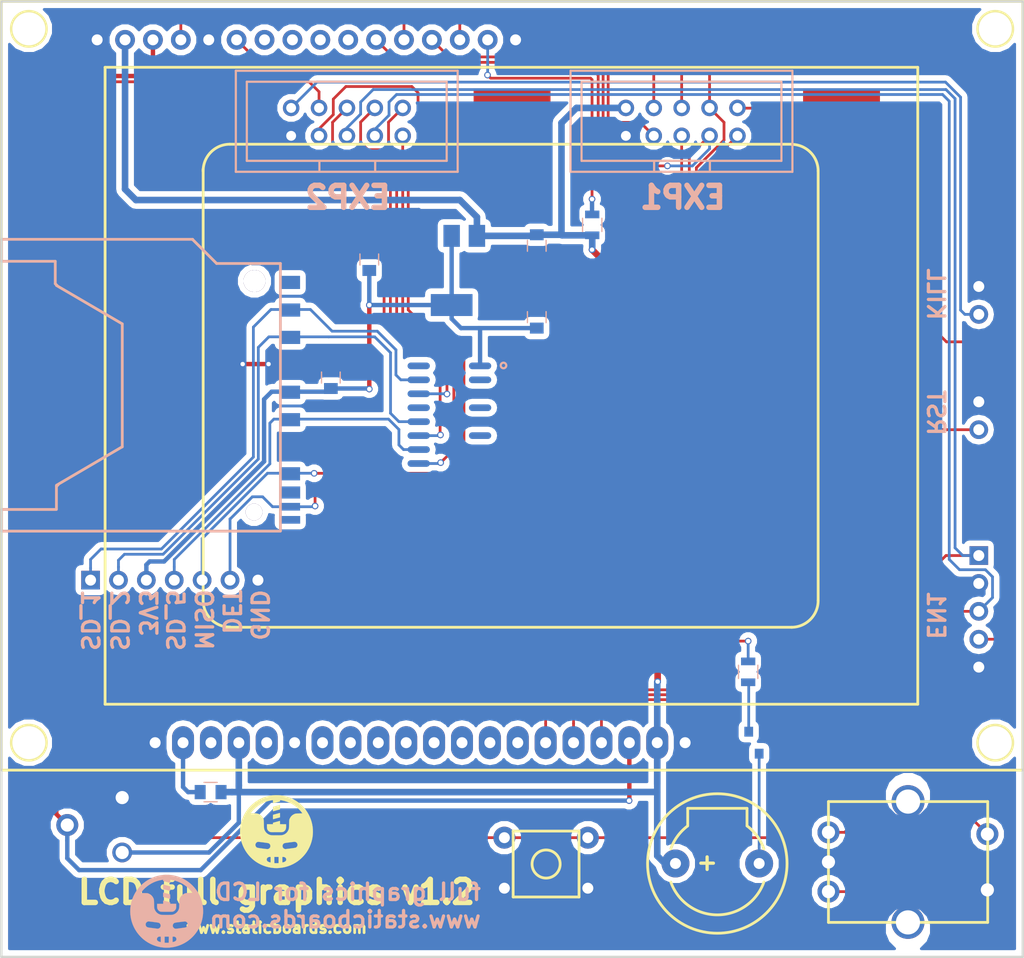
<source format=kicad_pcb>
(kicad_pcb (version 4) (host pcbnew 4.0.7+dfsg1-1~bpo9+1)

  (general
    (links 95)
    (no_connects 7)
    (area 67.414287 48.318805 184.05 169.1)
    (thickness 1.6)
    (drawings 30)
    (tracks 516)
    (zones 0)
    (modules 25)
    (nets 44)
  )

  (page A4)
  (layers
    (0 F.Cu signal)
    (31 B.Cu signal)
    (32 B.Adhes user)
    (33 F.Adhes user)
    (34 B.Paste user)
    (35 F.Paste user)
    (36 B.SilkS user)
    (37 F.SilkS user)
    (38 B.Mask user)
    (39 F.Mask user)
    (40 Dwgs.User user hide)
    (41 Cmts.User user)
    (42 Eco1.User user)
    (43 Eco2.User user)
    (44 Edge.Cuts user)
    (45 Margin user)
    (46 B.CrtYd user)
    (47 F.CrtYd user)
    (48 B.Fab user)
    (49 F.Fab user)
  )

  (setup
    (last_trace_width 0.25)
    (user_trace_width 0.16)
    (user_trace_width 0.2)
    (user_trace_width 0.3)
    (user_trace_width 0.4)
    (user_trace_width 0.5)
    (user_trace_width 0.6)
    (user_trace_width 0.75)
    (user_trace_width 1)
    (trace_clearance 0.2)
    (zone_clearance 0.508)
    (zone_45_only no)
    (trace_min 0.16)
    (segment_width 0.2)
    (edge_width 0.2)
    (via_size 0.6)
    (via_drill 0.4)
    (via_min_size 0.4)
    (via_min_drill 0.3)
    (uvia_size 0.3)
    (uvia_drill 0.1)
    (uvias_allowed no)
    (uvia_min_size 0.2)
    (uvia_min_drill 0.1)
    (pcb_text_width 0.3)
    (pcb_text_size 1.5 1.5)
    (mod_edge_width 0.15)
    (mod_text_size 1 1)
    (mod_text_width 0.15)
    (pad_size 2 3)
    (pad_drill 1)
    (pad_to_mask_clearance 0.2)
    (aux_axis_origin 0 0)
    (visible_elements FFFFFF7F)
    (pcbplotparams
      (layerselection 0x010fc_80000001)
      (usegerberextensions true)
      (excludeedgelayer true)
      (linewidth 0.100000)
      (plotframeref false)
      (viasonmask false)
      (mode 1)
      (useauxorigin false)
      (hpglpennumber 1)
      (hpglpenspeed 20)
      (hpglpendiameter 15)
      (hpglpenoverlay 2)
      (psnegative false)
      (psa4output false)
      (plotreference true)
      (plotvalue true)
      (plotinvisibletext false)
      (padsonsilk false)
      (subtractmaskfromsilk true)
      (outputformat 1)
      (mirror false)
      (drillshape 0)
      (scaleselection 1)
      (outputdirectory gerber/))
  )

  (net 0 "")
  (net 1 "Net-(BZ1-Pad2)")
  (net 2 VCC)
  (net 3 +3V3)
  (net 4 BTN_EN1)
  (net 5 BTN_EN2)
  (net 6 BTN_ENC1)
  (net 7 BEEPER)
  (net 8 LCDE)
  (net 9 LCDRS)
  (net 10 LCD4)
  (net 11 LCD5)
  (net 12 LCD6)
  (net 13 LCD7)
  (net 14 RESET)
  (net 15 KILL)
  (net 16 /X)
  (net 17 "Net-(LCD12864B1-Pad16)")
  (net 18 "Net-(LCD12864B1-Pad18)")
  (net 19 "Net-(LCD12864B1-Pad19)")
  (net 20 VO)
  (net 21 D0)
  (net 22 D1)
  (net 23 D2)
  (net 24 D3)
  (net 25 "Net-(Q1-Pad1)")
  (net 26 "Net-(U2-Pad2)")
  (net 27 "Net-(U2-Pad4)")
  (net 28 "Net-(U2-Pad6)")
  (net 29 "Net-(LCD_2004_1-Pad15)")
  (net 30 GND)
  (net 31 "Net-(U2-Pad13)")
  (net 32 "Net-(U2-Pad16)")
  (net 33 INSDCLK)
  (net 34 INSDCD)
  (net 35 INDATAIN)
  (net 36 SDCD)
  (net 37 DATAIN)
  (net 38 SDCLK)
  (net 39 DATAOUT)
  (net 40 SDDETECT)
  (net 41 "Net-(JP1-Pad8)")
  (net 42 "Net-(JP1-Pad9)")
  (net 43 "Net-(JP1-Pad11)")

  (net_class Default "This is the default net class."
    (clearance 0.2)
    (trace_width 0.25)
    (via_dia 0.6)
    (via_drill 0.4)
    (uvia_dia 0.3)
    (uvia_drill 0.1)
    (add_net +3V3)
    (add_net /X)
    (add_net BEEPER)
    (add_net BTN_EN1)
    (add_net BTN_EN2)
    (add_net BTN_ENC1)
    (add_net D0)
    (add_net D1)
    (add_net D2)
    (add_net D3)
    (add_net DATAIN)
    (add_net DATAOUT)
    (add_net GND)
    (add_net INDATAIN)
    (add_net INSDCD)
    (add_net INSDCLK)
    (add_net KILL)
    (add_net LCD4)
    (add_net LCD5)
    (add_net LCD6)
    (add_net LCD7)
    (add_net LCDE)
    (add_net LCDRS)
    (add_net "Net-(BZ1-Pad2)")
    (add_net "Net-(JP1-Pad11)")
    (add_net "Net-(JP1-Pad8)")
    (add_net "Net-(JP1-Pad9)")
    (add_net "Net-(LCD12864B1-Pad16)")
    (add_net "Net-(LCD12864B1-Pad18)")
    (add_net "Net-(LCD12864B1-Pad19)")
    (add_net "Net-(LCD_2004_1-Pad15)")
    (add_net "Net-(Q1-Pad1)")
    (add_net "Net-(U2-Pad13)")
    (add_net "Net-(U2-Pad16)")
    (add_net "Net-(U2-Pad2)")
    (add_net "Net-(U2-Pad4)")
    (add_net "Net-(U2-Pad6)")
    (add_net RESET)
    (add_net SDCD)
    (add_net SDCLK)
    (add_net SDDETECT)
    (add_net VCC)
    (add_net VO)
  )

  (module myfootprints:ENCODERS_1 (layer F.Cu) (tedit 5B6322D5) (tstamp 5B17C6DD)
    (at 151.511 143.764 180)
    (path /5B14FDE8)
    (attr smd)
    (fp_text reference U4 (at -7.574 -1.936 180) (layer F.Fab)
      (effects (font (size 1 1) (thickness 0.127)))
    )
    (fp_text value BTN_ENC (at -7.066 0.096 180) (layer F.Fab)
      (effects (font (size 1 1) (thickness 0.127)))
    )
    (fp_line (start -14.5 -5.5) (end -14.5 5.5) (layer F.SilkS) (width 0.254))
    (fp_line (start 0 0) (end 0 -5.5) (layer F.SilkS) (width 0.254))
    (fp_line (start 0 5.5) (end -14.5 5.5) (layer F.SilkS) (width 0.254))
    (fp_line (start 0 -5.5) (end -14.5 -5.5) (layer F.SilkS) (width 0.254))
    (fp_line (start 0 5.5) (end 0 0) (layer F.SilkS) (width 0.254))
    (pad 1 thru_hole circle (at 0 2.7 180) (size 2 2) (drill 1.2) (layers *.Cu *.Mask)
      (net 4 BTN_EN1))
    (pad 2 thru_hole circle (at 0 0 180) (size 2 2) (drill 1.2) (layers *.Cu *.Mask)
      (net 30 GND))
    (pad 3 thru_hole circle (at 0 -2.7 180) (size 2 2) (drill 1.2) (layers *.Cu *.Mask)
      (net 5 BTN_EN2))
    (pad 4 thru_hole circle (at -14.47 -2.54 180) (size 2 2) (drill 1.2) (layers *.Cu *.Mask)
      (net 30 GND))
    (pad 5 thru_hole circle (at -14.47 2.54 180) (size 2 2) (drill 1.2) (layers *.Cu *.Mask)
      (net 6 BTN_ENC1))
    (pad 6 thru_hole circle (at -7.239 -5.5 180) (size 3 3) (drill 2.2) (layers *.Cu *.Mask))
    (pad 7 thru_hole circle (at -7.25 5.5 180) (size 3 3) (drill 2.2) (layers *.Cu *.Mask))
  )

  (module Resistors_SMD:R_0805 (layer B.Cu) (tedit 5B631B7D) (tstamp 5B17C68A)
    (at 95.25 137.4)
    (descr "Resistor SMD 0805, reflow soldering, Vishay (see dcrcw.pdf)")
    (tags "resistor 0805")
    (path /5AFC0621)
    (attr smd)
    (fp_text reference RBL1 (at 0 2.6) (layer B.SilkS) hide
      (effects (font (size 1 1) (thickness 0.15)) (justify mirror))
    )
    (fp_text value 100 (at 0 1.538) (layer B.Fab)
      (effects (font (size 0.8 0.8) (thickness 0.15)) (justify mirror))
    )
    (fp_text user RBL (at 0 -1.256) (layer B.Fab)
      (effects (font (size 0.8 0.8) (thickness 0.075)) (justify mirror))
    )
    (fp_line (start -1 -0.62) (end -1 0.62) (layer B.Fab) (width 0.1))
    (fp_line (start 1 -0.62) (end -1 -0.62) (layer B.Fab) (width 0.1))
    (fp_line (start 1 0.62) (end 1 -0.62) (layer B.Fab) (width 0.1))
    (fp_line (start -1 0.62) (end 1 0.62) (layer B.Fab) (width 0.1))
    (fp_line (start 0.6 -0.88) (end -0.6 -0.88) (layer B.SilkS) (width 0.12))
    (fp_line (start -0.6 0.88) (end 0.6 0.88) (layer B.SilkS) (width 0.12))
    (fp_line (start -1.55 0.9) (end 1.55 0.9) (layer B.CrtYd) (width 0.05))
    (fp_line (start -1.55 0.9) (end -1.55 -0.9) (layer B.CrtYd) (width 0.05))
    (fp_line (start 1.55 -0.9) (end 1.55 0.9) (layer B.CrtYd) (width 0.05))
    (fp_line (start 1.55 -0.9) (end -1.55 -0.9) (layer B.CrtYd) (width 0.05))
    (pad 1 smd rect (at -0.95 0) (size 1 1.3) (layers B.Cu B.Paste B.Mask)
      (net 19 "Net-(LCD12864B1-Pad19)"))
    (pad 2 smd rect (at 0.95 0) (size 1 1.3) (layers B.Cu B.Paste B.Mask)
      (net 2 VCC))
    (model ${KISYS3DMOD}/Resistors_SMD.3dshapes/R_0805.wrl
      (at (xyz 0 0 0))
      (scale (xyz 1 1 1))
      (rotate (xyz 0 0 0))
    )
  )

  (module myfootprints:SD-4_1 (layer B.Cu) (tedit 5B488923) (tstamp 5B48921E)
    (at 90.5892 100.3648 90)
    (path /5B207F7F)
    (attr smd)
    (fp_text reference JP1 (at 10.14578 15.49552 90) (layer B.Fab)
      (effects (font (size 0.677333 0.508) (thickness 0.127)) (justify mirror))
    )
    (fp_text value SD_Card (at -9.96188 14.351 90) (layer B.SilkS) hide
      (effects (font (size 0.677333 0.508) (thickness 0.127)) (justify mirror))
    )
    (fp_line (start -11.3 -14.3828) (end -11.3 -9.38281) (layer B.SilkS) (width 0.254))
    (fp_line (start -13.2588 11.0172) (end 11.1 11.0172) (layer B.SilkS) (width 0.254))
    (fp_line (start 9.258 -9.48441) (end 11.3 -9.48441) (layer B.SilkS) (width 0.254))
    (fp_line (start 11.1 5.2072) (end 11.1 11.0172) (layer B.SilkS) (width 0.254))
    (fp_line (start -13.2728 -14.3828) (end -11.3 -14.3828) (layer B.SilkS) (width 0.254))
    (fp_line (start 9.10001 -9.3264) (end 9.258 -9.48441) (layer B.SilkS) (width 0.254))
    (fp_line (start -13.2728 -14.3828) (end -13.2728 11.0032) (layer B.SilkS) (width 0.254))
    (fp_line (start 13.2728 -14.3828) (end 13.3 -14.3556) (layer B.SilkS) (width 0.254))
    (fp_line (start 5.59999 -3.3828) (end 9.10001 -9.3772) (layer B.SilkS) (width 0.254))
    (fp_line (start 11.3 -14.3828) (end 13.2728 -14.3828) (layer B.SilkS) (width 0.254))
    (fp_line (start -9.10001 -9.3772) (end -5.588 -3.3828) (layer B.SilkS) (width 0.254))
    (fp_line (start -13.2728 11.0032) (end -13.2588 11.0172) (layer B.SilkS) (width 0.254))
    (fp_line (start 13.3 -14.3556) (end 13.3 3.018) (layer B.SilkS) (width 0.254))
    (fp_line (start 13.2892 3.018) (end 13.3 3.018) (layer B.SilkS) (width 0.254))
    (fp_line (start 11.3 -14.3828) (end 11.3 -9.48441) (layer B.SilkS) (width 0.254))
    (fp_line (start 11.1 5.2072) (end 13.2892 3.018) (layer B.SilkS) (width 0.254))
    (fp_line (start -9.2072 -9.3772) (end -9.04921 -9.21921) (layer B.SilkS) (width 0.254))
    (fp_line (start -11.2492 -9.3772) (end -9.2072 -9.3772) (layer B.SilkS) (width 0.254))
    (fp_line (start -5.59999 -3.3828) (end 5.59999 -3.3828) (layer B.SilkS) (width 0.254))
    (pad 1 smd rect (at 6.858 11.9172 90) (size 1.2 1.8) (layers B.Cu B.Paste B.Mask)
      (net 36 SDCD))
    (pad 2 smd rect (at 4.3688 11.9172 90) (size 1.2 1.8) (layers B.Cu B.Paste B.Mask)
      (net 37 DATAIN))
    (pad 3 smd rect (at 1.875 11.908 90) (size 1.2 1.8) (layers B.Cu B.Paste B.Mask)
      (net 30 GND))
    (pad 4 smd rect (at -0.62499 11.908 90) (size 1.2 1.8) (layers B.Cu B.Paste B.Mask)
      (net 3 +3V3))
    (pad 5 smd rect (at -3.12499 11.908 90) (size 1.2 1.8) (layers B.Cu B.Paste B.Mask)
      (net 38 SDCLK))
    (pad 6 smd rect (at -5.62501 11.908 90) (size 1.2 1.8) (layers B.Cu B.Paste B.Mask)
      (net 30 GND))
    (pad 7 smd rect (at -8.05 11.908 90) (size 1.2 1.8) (layers B.Cu B.Paste B.Mask)
      (net 39 DATAOUT))
    (pad 8 smd rect (at -9.7536 11.9172 90) (size 1.1 1.8) (layers B.Cu B.Paste B.Mask)
      (net 41 "Net-(JP1-Pad8)"))
    (pad 9 smd rect (at 9.37499 11.908 90) (size 1.2 1.8) (layers B.Cu B.Paste B.Mask)
      (net 42 "Net-(JP1-Pad9)"))
    (pad 10 smd rect (at -11.04999 11.908 90) (size 0.7 1.8) (layers B.Cu B.Paste B.Mask)
      (net 40 SDDETECT))
    (pad 12 smd rect (at -13.8684 9.7744 90) (size 1.5 2.79999) (layers B.Cu B.Paste B.Mask)
      (net 30 GND))
    (pad 13 smd rect (at 13.8684 -11.8664 90) (size 1.5 2.79999) (layers B.Cu B.Paste B.Mask)
      (net 30 GND))
    (pad 12 smd rect (at 11.684 9.7744 90) (size 1.5 2.79999) (layers B.Cu B.Paste B.Mask)
      (net 30 GND))
    (pad 13 smd rect (at -13.8684 -11.9172 90) (size 1.5 2.79999) (layers B.Cu B.Paste B.Mask)
      (net 30 GND))
    (pad 11 smd rect (at -12.2428 11.9172 90) (size 0.7 1.8) (layers B.Cu B.Paste B.Mask)
      (net 43 "Net-(JP1-Pad11)"))
    (pad "" thru_hole circle (at -11.5316 8.6172 90) (size 1.524 1.524) (drill 1.524) (layers *.Cu *.Mask))
    (pad "" thru_hole circle (at 9.50001 8.6568 90) (size 2 2) (drill 2) (layers *.Cu *.Mask))
  )

  (module myfootprints:PIEZO_11mm_1 (layer F.Cu) (tedit 5B4787F7) (tstamp 5B195AA4)
    (at 137.58002 143.9)
    (path /5B0C32B5)
    (attr smd)
    (fp_text reference BZ1 (at 3.89798 -3.692) (layer F.Fab)
      (effects (font (size 1 1) (thickness 0.25)))
    )
    (fp_text value Buzzer (at 3.89798 2.15) (layer F.Fab)
      (effects (font (size 1 1) (thickness 0.25)))
    )
    (fp_line (start 1.11418 -3.42219) (end 1.11418 -5.02219) (layer F.SilkS) (width 0.254))
    (fp_line (start 1.11418 -5.02219) (end 6.51422 -5.02219) (layer F.SilkS) (width 0.254))
    (fp_line (start 6.51422 -3.42219) (end 6.51422 -5.02219) (layer F.SilkS) (width 0.254))
    (fp_arc (start 3.8142 0.1778) (end 8.050817 -1.339129) (angle -33.2) (layer F.SilkS) (width 0.254))
    (fp_arc (start 3.8142 0.1778) (end 1.081009 -3.397066) (angle -32.9) (layer F.SilkS) (width 0.254))
    (fp_arc (start 3.8142 0.1778) (end -0.422417 1.694729) (angle -140.7) (layer F.SilkS) (width 0.254))
    (fp_arc (start 3.81 0) (end 10.16 0) (angle -360) (layer F.SilkS) (width 0.254))
    (pad 1 thru_hole circle (at -0.00002 0 180) (size 2.54 2.54) (drill 1) (layers *.Cu *.Mask)
      (net 2 VCC))
    (pad 2 thru_hole circle (at 7.61998 0 180) (size 2.54 2.54) (drill 1) (layers *.Cu *.Mask)
      (net 1 "Net-(BZ1-Pad2)"))
  )

  (module TO_SOT_Packages_SMD:SOT-23 (layer B.Cu) (tedit 5B4381D3) (tstamp 5B17C678)
    (at 145.2 132.9 270)
    (descr "SOT-23, Standard")
    (tags SOT-23)
    (path /5AFC0481)
    (attr smd)
    (fp_text reference Q1 (at 0.958 -1.612 360) (layer B.Fab)
      (effects (font (size 1 1) (thickness 0.15)) (justify mirror))
    )
    (fp_text value BC817 (at -2.344 0.166 360) (layer B.Fab)
      (effects (font (size 1 1) (thickness 0.15)) (justify mirror))
    )
    (fp_text user %R (at 0 2.198 360) (layer B.Fab) hide
      (effects (font (size 0.5 0.5) (thickness 0.075)) (justify mirror))
    )
    (fp_line (start -1.7 1.75) (end 1.7 1.75) (layer B.CrtYd) (width 0.05))
    (fp_line (start 1.7 1.75) (end 1.7 -1.75) (layer B.CrtYd) (width 0.05))
    (fp_line (start 1.7 -1.75) (end -1.7 -1.75) (layer B.CrtYd) (width 0.05))
    (fp_line (start -1.7 -1.75) (end -1.7 1.75) (layer B.CrtYd) (width 0.05))
    (pad 1 smd rect (at -1 0.95 270) (size 0.9 0.8) (layers B.Cu B.Paste B.Mask)
      (net 25 "Net-(Q1-Pad1)"))
    (pad 2 smd rect (at -1 -0.95 270) (size 0.9 0.8) (layers B.Cu B.Paste B.Mask)
      (net 30 GND))
    (pad 3 smd rect (at 1 0 270) (size 0.9 0.8) (layers B.Cu B.Paste B.Mask)
      (net 1 "Net-(BZ1-Pad2)"))
    (model ${KISYS3DMOD}/TO_SOT_Packages_SMD.3dshapes/SOT-23.wrl
      (at (xyz 0 0 0))
      (scale (xyz 1 1 1))
      (rotate (xyz 0 0 0))
    )
  )

  (module myfootprints:SOT-223 (layer B.Cu) (tedit 5B437E53) (tstamp 5B180C4B)
    (at 117.2 89.9 270)
    (descr "module CMS SOT223 4 pins")
    (tags "CMS SOT")
    (path /5B14AB32)
    (attr smd)
    (fp_text reference U1 (at 1.54 0.106 360) (layer B.Fab)
      (effects (font (size 1 1) (thickness 0.15)) (justify mirror))
    )
    (fp_text value "LDO 3V3" (at -0.746 -0.148 360) (layer B.Fab)
      (effects (font (size 1 1) (thickness 0.15)) (justify mirror))
    )
    (fp_text user %R (at 0.016 1.63 360) (layer B.Fab) hide
      (effects (font (size 0.8 0.8) (thickness 0.12)) (justify mirror))
    )
    (fp_line (start 4.4 3.6) (end -4.4 3.6) (layer B.CrtYd) (width 0.05))
    (fp_line (start 4.4 -3.6) (end 4.4 3.6) (layer B.CrtYd) (width 0.05))
    (fp_line (start -4.4 -3.6) (end 4.4 -3.6) (layer B.CrtYd) (width 0.05))
    (fp_line (start -4.4 3.6) (end -4.4 -3.6) (layer B.CrtYd) (width 0.05))
    (pad 2 smd rect (at 3.15 0 270) (size 2 3.8) (layers B.Cu B.Paste B.Mask)
      (net 3 +3V3))
    (pad 2 smd rect (at -3.15 0 270) (size 2 1.5) (layers B.Cu B.Paste B.Mask)
      (net 3 +3V3))
    (pad 3 smd rect (at -3.15 -2.3 270) (size 2 1.5) (layers B.Cu B.Paste B.Mask)
      (net 2 VCC))
    (pad 1 smd rect (at -3.15 2.3 270) (size 2 1.5) (layers B.Cu B.Paste B.Mask)
      (net 30 GND))
    (model ${KISYS3DMOD}/TO_SOT_Packages_SMD.3dshapes/SOT-223.wrl
      (at (xyz 0 0 0))
      (scale (xyz 1 1 1))
      (rotate (xyz 0 0 0))
    )
  )

  (module myfootprints:SO-16_1 (layer B.Cu) (tedit 5B437DC5) (tstamp 5B17C6BF)
    (at 119.788 98.59 180)
    (path /5B114FE5)
    (attr smd)
    (fp_text reference U2 (at 2.694 -9.106 270) (layer B.Fab)
      (effects (font (size 0.8 0.8) (thickness 0.127)) (justify mirror))
    )
    (fp_text value 74HC4050 (at 2.694 -3.518 270) (layer B.Fab)
      (effects (font (size 1 1) (thickness 0.127)) (justify mirror))
    )
    (pad 1 smd oval (at 0 0 180) (size 2.032 0.6096) (layers B.Cu B.Paste B.Mask)
      (net 3 +3V3))
    (pad 2 smd oval (at 0 -1.27 180) (size 2.032 0.6096) (layers B.Cu B.Paste B.Mask)
      (net 26 "Net-(U2-Pad2)"))
    (pad 3 smd oval (at 0 -2.54 180) (size 2.032 0.6096) (layers B.Cu B.Paste B.Mask)
      (net 30 GND))
    (pad 4 smd oval (at 0 -3.81 180) (size 2.032 0.6096) (layers B.Cu B.Paste B.Mask)
      (net 27 "Net-(U2-Pad4)"))
    (pad 5 smd oval (at 0 -5.08 180) (size 2.032 0.6096) (layers B.Cu B.Paste B.Mask)
      (net 30 GND))
    (pad 6 smd oval (at 0 -6.35 180) (size 2.032 0.6096) (layers B.Cu B.Paste B.Mask)
      (net 28 "Net-(U2-Pad6)"))
    (pad 7 smd oval (at 0 -7.62 180) (size 2.032 0.6096) (layers B.Cu B.Paste B.Mask)
      (net 30 GND))
    (pad 8 smd oval (at 0 -8.89 180) (size 2.032 0.6096) (layers B.Cu B.Paste B.Mask)
      (net 30 GND))
    (pad 9 smd oval (at 5.588 -8.89 180) (size 2.032 0.6096) (layers B.Cu B.Paste B.Mask)
      (net 33 INSDCLK))
    (pad 10 smd oval (at 5.588 -7.62 180) (size 2.032 0.6096) (layers B.Cu B.Paste B.Mask)
      (net 38 SDCLK))
    (pad 11 smd oval (at 5.588 -6.35 180) (size 2.032 0.6096) (layers B.Cu B.Paste B.Mask)
      (net 35 INDATAIN))
    (pad 12 smd oval (at 5.588 -5.08 180) (size 2.032 0.6096) (layers B.Cu B.Paste B.Mask)
      (net 37 DATAIN))
    (pad 13 smd oval (at 5.588 -3.81 180) (size 2.032 0.6096) (layers B.Cu B.Paste B.Mask)
      (net 31 "Net-(U2-Pad13)"))
    (pad 14 smd oval (at 5.588 -2.54 180) (size 2.032 0.6096) (layers B.Cu B.Paste B.Mask)
      (net 34 INSDCD))
    (pad 15 smd oval (at 5.588 -1.27 180) (size 2.032 0.6096) (layers B.Cu B.Paste B.Mask)
      (net 36 SDCD))
    (pad 16 smd oval (at 5.588 0 180) (size 2.032 0.6096) (layers B.Cu B.Paste B.Mask)
      (net 32 "Net-(U2-Pad16)"))
  )

  (module Pin_Headers:Pin_Header_Straight_1x07_Pitch2.54mm (layer F.Cu) (tedit 5B437999) (tstamp 5B1FD379)
    (at 84.32 118.1 90)
    (descr "Through hole straight pin header, 1x07, 2.54mm pitch, single row")
    (tags "Through hole pin header THT 1x07 2.54mm single row")
    (path /5B207FAE)
    (fp_text reference J1 (at 0 -2.33 90) (layer F.SilkS) hide
      (effects (font (size 1 1) (thickness 0.15)))
    )
    (fp_text value CONN_01X07 (at 0 17.57 90) (layer F.Fab) hide
      (effects (font (size 1 1) (thickness 0.15)))
    )
    (fp_line (start -1.8 -1.8) (end -1.8 17.05) (layer F.CrtYd) (width 0.05))
    (fp_line (start -1.8 17.05) (end 1.8 17.05) (layer F.CrtYd) (width 0.05))
    (fp_line (start 1.8 17.05) (end 1.8 -1.8) (layer F.CrtYd) (width 0.05))
    (fp_line (start 1.8 -1.8) (end -1.8 -1.8) (layer F.CrtYd) (width 0.05))
    (fp_text user %R (at 0.244 -2.278 180) (layer F.Fab) hide
      (effects (font (size 1 1) (thickness 0.15)))
    )
    (pad 1 thru_hole rect (at 0 0 90) (size 1.7 1.7) (drill 1) (layers *.Cu *.Mask)
      (net 36 SDCD))
    (pad 2 thru_hole oval (at 0 2.54 90) (size 1.7 1.7) (drill 1) (layers *.Cu *.Mask)
      (net 37 DATAIN))
    (pad 3 thru_hole oval (at 0 5.08 90) (size 1.7 1.7) (drill 1) (layers *.Cu *.Mask)
      (net 3 +3V3))
    (pad 4 thru_hole oval (at 0 7.62 90) (size 1.7 1.7) (drill 1) (layers *.Cu *.Mask)
      (net 38 SDCLK))
    (pad 5 thru_hole oval (at 0 10.16 90) (size 1.7 1.7) (drill 1) (layers *.Cu *.Mask)
      (net 39 DATAOUT))
    (pad 6 thru_hole oval (at 0 12.7 90) (size 1.7 1.7) (drill 1) (layers *.Cu *.Mask)
      (net 40 SDDETECT))
    (pad 7 thru_hole oval (at 0 15.24 90) (size 1.7 1.7) (drill 1) (layers *.Cu *.Mask)
      (net 30 GND))
    (model ${KISYS3DMOD}/Pin_Headers.3dshapes/Pin_Header_Straight_1x07_Pitch2.54mm.wrl
      (at (xyz 0 0 0))
      (scale (xyz 1 1 1))
      (rotate (xyz 0 0 0))
    )
  )

  (module Pin_Headers:Pin_Header_Straight_1x05_Pitch2.54mm (layer F.Cu) (tedit 5B43794E) (tstamp 5B17C60D)
    (at 165.2 115.86)
    (descr "Through hole straight pin header, 1x05, 2.54mm pitch, single row")
    (tags "Through hole pin header THT 1x05 2.54mm single row")
    (path /5B1BC8A1)
    (fp_text reference EN1 (at 0 -2.54) (layer F.Fab) hide
      (effects (font (size 1 1) (thickness 0.15)))
    )
    (fp_text value Conn_01x05 (at 0 12.49) (layer F.Fab) hide
      (effects (font (size 1 1) (thickness 0.15)))
    )
    (fp_line (start -1.8 -1.8) (end -1.8 11.95) (layer F.CrtYd) (width 0.05))
    (fp_line (start -1.8 11.95) (end 1.8 11.95) (layer F.CrtYd) (width 0.05))
    (fp_line (start 1.8 11.95) (end 1.8 -1.8) (layer F.CrtYd) (width 0.05))
    (fp_line (start 1.8 -1.8) (end -1.8 -1.8) (layer F.CrtYd) (width 0.05))
    (fp_text user %R (at 0 -3.81) (layer F.Fab) hide
      (effects (font (size 1 1) (thickness 0.15)))
    )
    (pad 1 thru_hole rect (at 0 0) (size 1.7 1.7) (drill 1) (layers *.Cu *.Mask)
      (net 4 BTN_EN1))
    (pad 2 thru_hole oval (at 0 2.54) (size 1.7 1.7) (drill 1) (layers *.Cu *.Mask)
      (net 30 GND))
    (pad 3 thru_hole oval (at 0 5.08) (size 1.7 1.7) (drill 1) (layers *.Cu *.Mask)
      (net 5 BTN_EN2))
    (pad 4 thru_hole oval (at 0 7.62) (size 1.7 1.7) (drill 1) (layers *.Cu *.Mask)
      (net 6 BTN_ENC1))
    (pad 5 thru_hole oval (at 0 10.16) (size 1.7 1.7) (drill 1) (layers *.Cu *.Mask)
      (net 30 GND))
    (model ${KISYS3DMOD}/Pin_Headers.3dshapes/Pin_Header_Straight_1x05_Pitch2.54mm.wrl
      (at (xyz 0 0 0))
      (scale (xyz 1 1 1))
      (rotate (xyz 0 0 0))
    )
  )

  (module Pin_Headers:Pin_Header_Straight_1x02_Pitch2.54mm (layer F.Cu) (tedit 5B43785E) (tstamp 5B17C690)
    (at 165.2 101.86)
    (descr "Through hole straight pin header, 1x02, 2.54mm pitch, single row")
    (tags "Through hole pin header THT 1x02 2.54mm single row")
    (path /5B1C0797)
    (fp_text reference RST1 (at 0.154 -1.784) (layer F.Fab) hide
      (effects (font (size 1 1) (thickness 0.15)))
    )
    (fp_text value Conn_01x02 (at 0 4.87) (layer F.Fab) hide
      (effects (font (size 1 1) (thickness 0.15)))
    )
    (fp_line (start -1.8 -1.8) (end -1.8 4.35) (layer F.CrtYd) (width 0.05))
    (fp_line (start -1.8 4.35) (end 1.8 4.35) (layer F.CrtYd) (width 0.05))
    (fp_line (start 1.8 4.35) (end 1.8 -1.8) (layer F.CrtYd) (width 0.05))
    (fp_line (start 1.8 -1.8) (end -1.8 -1.8) (layer F.CrtYd) (width 0.05))
    (fp_text user %R (at 0 -3.81) (layer F.Fab) hide
      (effects (font (size 1 1) (thickness 0.15)))
    )
    (pad 1 thru_hole rect (at 0 0) (size 1.7 1.7) (drill 1) (layers *.Cu *.Mask)
      (net 30 GND))
    (pad 2 thru_hole oval (at 0 2.54) (size 1.7 1.7) (drill 1) (layers *.Cu *.Mask)
      (net 14 RESET))
    (model ${KISYS3DMOD}/Pin_Headers.3dshapes/Pin_Header_Straight_1x02_Pitch2.54mm.wrl
      (at (xyz 0 0 0))
      (scale (xyz 1 1 1))
      (rotate (xyz 0 0 0))
    )
  )

  (module myfootprints:Pin_Header_Straight_1x02_Pitch2.54mm (layer F.Cu) (tedit 5B43785B) (tstamp 5B17C63A)
    (at 165.2 91.36)
    (descr "Through hole straight pin header, 1x02, 2.54mm pitch, single row")
    (tags "Through hole pin header THT 1x02 2.54mm single row")
    (path /5B1C0A11)
    (fp_text reference KILL1 (at 0 -1.952) (layer F.Fab) hide
      (effects (font (size 1 1) (thickness 0.15)))
    )
    (fp_text value Conn_01x02 (at 3.81 0 90) (layer B.SilkS) hide
      (effects (font (size 1 1) (thickness 0.25)) (justify mirror))
    )
    (fp_line (start -1.8 -1.8) (end -1.8 4.35) (layer F.CrtYd) (width 0.05))
    (fp_line (start -1.8 4.35) (end 1.8 4.35) (layer F.CrtYd) (width 0.05))
    (fp_line (start 1.8 4.35) (end 1.8 -1.8) (layer F.CrtYd) (width 0.05))
    (fp_line (start 1.8 -1.8) (end -1.8 -1.8) (layer F.CrtYd) (width 0.05))
    (fp_text user %R (at -0.1 -3.73) (layer F.Fab) hide
      (effects (font (size 1 1) (thickness 0.15)))
    )
    (pad 1 thru_hole rect (at 0 0) (size 1.7 1.7) (drill 1) (layers *.Cu *.Mask)
      (net 30 GND))
    (pad 2 thru_hole oval (at 0 2.54) (size 1.7 1.7) (drill 1) (layers *.Cu *.Mask)
      (net 15 KILL))
    (model ${KISYS3DMOD}/Pin_Headers.3dshapes/Pin_Header_Straight_1x02_Pitch2.54mm.wrl
      (at (xyz 0 0 0))
      (scale (xyz 1 1 1))
      (rotate (xyz 0 0 0))
    )
  )

  (module myfootprints:SIP-16-1_1 (layer F.Cu) (tedit 5B43795B) (tstamp 5B17C66A)
    (at 84.93223 68.89867 180)
    (path /5B1B73E6)
    (attr smd)
    (fp_text reference LCD_2004_1 (at -42.57577 0.06467 180) (layer F.Fab) hide
      (effects (font (size 0.677333 0.508) (thickness 0.127)))
    )
    (fp_text value Conn_01x16 (at -0.8636 2.667 180) (layer F.SilkS) hide
      (effects (font (size 0.677333 0.508) (thickness 0.127)))
    )
    (pad 1 thru_hole rect (at 0.01223 -0.00133 180) (size 1.8 1.8) (drill 1) (layers *.Cu *.Mask)
      (net 30 GND))
    (pad 2 thru_hole circle (at -2.52777 -0.00133 180) (size 1.8 1.8) (drill 1) (layers *.Cu *.Mask)
      (net 2 VCC))
    (pad 3 thru_hole circle (at -5.06777 -0.00133 180) (size 1.8 1.8) (drill 1) (layers *.Cu *.Mask)
      (net 20 VO))
    (pad 4 thru_hole circle (at -7.60777 -0.00133 180) (size 1.8 1.8) (drill 1) (layers *.Cu *.Mask)
      (net 9 LCDRS))
    (pad 5 thru_hole circle (at -10.14777 -0.00133 180) (size 1.8 1.8) (drill 1) (layers *.Cu *.Mask)
      (net 30 GND))
    (pad 6 thru_hole circle (at -12.68777 -0.00133 180) (size 1.8 1.8) (drill 1) (layers *.Cu *.Mask)
      (net 8 LCDE))
    (pad 7 thru_hole circle (at -15.22777 -0.00133 180) (size 1.8 1.8) (drill 1) (layers *.Cu *.Mask)
      (net 21 D0))
    (pad 8 thru_hole circle (at -17.76777 -0.00133 180) (size 1.8 1.8) (drill 1) (layers *.Cu *.Mask)
      (net 22 D1))
    (pad 9 thru_hole circle (at -20.30777 -0.00133 180) (size 1.8 1.8) (drill 1) (layers *.Cu *.Mask)
      (net 23 D2))
    (pad 10 thru_hole circle (at -22.84777 -0.00133 180) (size 1.8 1.8) (drill 1) (layers *.Cu *.Mask)
      (net 24 D3))
    (pad 11 thru_hole circle (at -25.38777 -0.00133 180) (size 1.8 1.8) (drill 1) (layers *.Cu *.Mask)
      (net 10 LCD4))
    (pad 12 thru_hole circle (at -27.92777 -0.00133 180) (size 1.8 1.8) (drill 1) (layers *.Cu *.Mask)
      (net 11 LCD5))
    (pad 13 thru_hole circle (at -30.46777 -0.00133 180) (size 1.8 1.8) (drill 1) (layers *.Cu *.Mask)
      (net 12 LCD6))
    (pad 14 thru_hole circle (at -33.00777 -0.00133 180) (size 1.8 1.8) (drill 1) (layers *.Cu *.Mask)
      (net 13 LCD7))
    (pad 15 thru_hole circle (at -35.54777 -0.00133 180) (size 1.8 1.8) (drill 1) (layers *.Cu *.Mask)
      (net 29 "Net-(LCD_2004_1-Pad15)"))
    (pad 16 thru_hole circle (at -38.08777 -0.00133 180) (size 1.8 1.8) (drill 1) (layers *.Cu *.Mask)
      (net 30 GND))
  )

  (module myfootprints:staticboards_logo_7mmx7mm (layer B.Cu) (tedit 0) (tstamp 5B284EBA)
    (at 91.25 148.25 180)
    (fp_text reference G*** (at 0 0 180) (layer B.SilkS) hide
      (effects (font (thickness 0.3)) (justify mirror))
    )
    (fp_text value LOGO (at 0.75 0 180) (layer B.SilkS) hide
      (effects (font (thickness 0.3)) (justify mirror))
    )
    (fp_poly (pts (xy 0.158614 3.315625) (xy 0.403906 3.295113) (xy 0.645616 3.25666) (xy 0.882855 3.200657)
      (xy 1.114733 3.127498) (xy 1.340359 3.037577) (xy 1.558844 2.931285) (xy 1.769299 2.809017)
      (xy 1.970833 2.671165) (xy 2.162557 2.518123) (xy 2.343581 2.350283) (xy 2.512846 2.168234)
      (xy 2.667384 1.975138) (xy 2.805624 1.773488) (xy 2.927513 1.564226) (xy 3.032996 1.348294)
      (xy 3.122018 1.126635) (xy 3.194525 0.900189) (xy 3.250462 0.669901) (xy 3.289775 0.436711)
      (xy 3.312409 0.201562) (xy 3.318309 -0.034603) (xy 3.307421 -0.270844) (xy 3.279691 -0.506217)
      (xy 3.235063 -0.73978) (xy 3.173483 -0.970591) (xy 3.094897 -1.197708) (xy 2.99925 -1.420189)
      (xy 2.886487 -1.637092) (xy 2.756555 -1.847474) (xy 2.746317 -1.862667) (xy 2.635549 -2.014866)
      (xy 2.510924 -2.166078) (xy 2.375806 -2.312852) (xy 2.233559 -2.451741) (xy 2.087548 -2.579295)
      (xy 1.941136 -2.692065) (xy 1.928546 -2.701024) (xy 1.717362 -2.838998) (xy 1.498526 -2.960041)
      (xy 1.27284 -3.063927) (xy 1.041106 -3.150433) (xy 0.804124 -3.219333) (xy 0.562695 -3.270403)
      (xy 0.31762 -3.303418) (xy 0.0697 -3.318154) (xy -0.180264 -3.314385) (xy -0.244592 -3.310411)
      (xy -0.485491 -3.283907) (xy -0.724686 -3.239201) (xy -0.96061 -3.17688) (xy -1.191695 -3.097531)
      (xy -1.416374 -3.001741) (xy -1.633077 -2.890098) (xy -1.840236 -2.763188) (xy -1.99084 -2.656504)
      (xy -2.103397 -2.564994) (xy -0.887975 -2.564994) (xy -0.874804 -2.618592) (xy -0.847134 -2.667515)
      (xy -0.804636 -2.708905) (xy -0.792859 -2.716975) (xy -0.770431 -2.73098) (xy -0.749885 -2.742526)
      (xy -0.728089 -2.752783) (xy -0.701913 -2.762924) (xy -0.668228 -2.77412) (xy -0.623901 -2.787542)
      (xy -0.565803 -2.804364) (xy -0.538574 -2.812144) (xy -0.537954 -2.803323) (xy -0.537396 -2.778102)
      (xy -0.536921 -2.738897) (xy -0.536552 -2.688123) (xy -0.536312 -2.628195) (xy -0.536222 -2.56153)
      (xy -0.536222 -2.304815) (xy -0.197835 -2.304815) (xy -0.195343 -2.584685) (xy -0.192852 -2.864556)
      (xy -0.108185 -2.870291) (xy -0.064257 -2.87256) (xy -0.022125 -2.873534) (xy 0.010834 -2.873076)
      (xy 0.017776 -2.872643) (xy 0.049701 -2.870843) (xy 0.090516 -2.869616) (xy 0.12361 -2.86926)
      (xy 0.188148 -2.86926) (xy 0.188148 -2.811616) (xy 0.536223 -2.811616) (xy 0.601054 -2.793651)
      (xy 0.643796 -2.781017) (xy 0.688404 -2.76661) (xy 0.718191 -2.756115) (xy 0.761744 -2.734651)
      (xy 0.80415 -2.704835) (xy 0.840765 -2.670741) (xy 0.866945 -2.636441) (xy 0.875485 -2.618158)
      (xy 0.884226 -2.574134) (xy 0.885457 -2.524141) (xy 0.879361 -2.477159) (xy 0.872149 -2.453878)
      (xy 0.843269 -2.405365) (xy 0.801488 -2.361807) (xy 0.752686 -2.329215) (xy 0.747958 -2.326935)
      (xy 0.718425 -2.315198) (xy 0.687978 -2.308396) (xy 0.649863 -2.305381) (xy 0.618537 -2.304907)
      (xy 0.536223 -2.304815) (xy 0.536223 -2.811616) (xy 0.188148 -2.811616) (xy 0.188148 -2.304815)
      (xy -0.197835 -2.304815) (xy -0.536222 -2.304815) (xy -0.618537 -2.304907) (xy -0.664997 -2.306107)
      (xy -0.699483 -2.310353) (xy -0.728741 -2.318792) (xy -0.747889 -2.326949) (xy -0.802266 -2.361035)
      (xy -0.843793 -2.404742) (xy -0.87214 -2.45521) (xy -0.886977 -2.50958) (xy -0.887975 -2.564994)
      (xy -2.103397 -2.564994) (xy -2.18385 -2.499586) (xy -2.363113 -2.33045) (xy -2.528253 -2.149991)
      (xy -2.678891 -1.959105) (xy -2.814648 -1.758685) (xy -2.935148 -1.549628) (xy -3.040012 -1.332827)
      (xy -3.099501 -1.183084) (xy -1.919114 -1.183084) (xy -1.917196 -1.248742) (xy -1.900191 -1.312756)
      (xy -1.867723 -1.372115) (xy -1.838714 -1.406214) (xy -1.822811 -1.421492) (xy -1.806932 -1.434601)
      (xy -1.789308 -1.445968) (xy -1.768168 -1.456024) (xy -1.741742 -1.465197) (xy -1.708259 -1.473918)
      (xy -1.665948 -1.482614) (xy -1.613041 -1.491716) (xy -1.547765 -1.501653) (xy -1.468351 -1.512853)
      (xy -1.373028 -1.525746) (xy -1.312333 -1.533826) (xy -1.201374 -1.548448) (xy -1.107337 -1.560539)
      (xy -1.028516 -1.570217) (xy -0.963205 -1.577604) (xy -0.909698 -1.582817) (xy -0.86629 -1.585978)
      (xy -0.831275 -1.587204) (xy -0.802947 -1.586617) (xy -0.779601 -1.584335) (xy -0.759532 -1.580478)
      (xy -0.741032 -1.575165) (xy -0.737805 -1.574086) (xy -0.691855 -1.550668) (xy -0.646434 -1.514129)
      (xy -0.606593 -1.469613) (xy -0.577383 -1.422261) (xy -0.56948 -1.402705) (xy -0.555718 -1.332977)
      (xy -0.557974 -1.290354) (xy 0.548301 -1.290354) (xy 0.55181 -1.354394) (xy 0.569687 -1.415903)
      (xy 0.601301 -1.472175) (xy 0.646019 -1.520507) (xy 0.703211 -1.558196) (xy 0.738409 -1.572947)
      (xy 0.771149 -1.58255) (xy 0.801163 -1.588562) (xy 0.812442 -1.589545) (xy 0.827065 -1.588422)
      (xy 0.858363 -1.585083) (xy 0.904362 -1.57977) (xy 0.963082 -1.572722) (xy 1.032547 -1.56418)
      (xy 1.110779 -1.554384) (xy 1.195802 -1.543574) (xy 1.2763 -1.533201) (xy 1.384334 -1.519135)
      (xy 1.475412 -1.507026) (xy 1.551245 -1.496468) (xy 1.613544 -1.487052) (xy 1.664017 -1.478373)
      (xy 1.704376 -1.470023) (xy 1.736331 -1.461594) (xy 1.761591 -1.45268) (xy 1.781868 -1.442874)
      (xy 1.798871 -1.431768) (xy 1.81431 -1.418955) (xy 1.829896 -1.404028) (xy 1.833338 -1.400597)
      (xy 1.876436 -1.345552) (xy 1.903295 -1.285129) (xy 1.914702 -1.221954) (xy 1.911446 -1.158652)
      (xy 1.894314 -1.097852) (xy 1.864094 -1.042179) (xy 1.821574 -0.994259) (xy 1.767542 -0.956718)
      (xy 1.702785 -0.932184) (xy 1.692102 -0.929769) (xy 1.678565 -0.927542) (xy 1.662555 -0.926299)
      (xy 1.642348 -0.926201) (xy 1.616225 -0.927414) (xy 1.582462 -0.9301) (xy 1.539338 -0.934424)
      (xy 1.48513 -0.940547) (xy 1.418118 -0.948635) (xy 1.336579 -0.958851) (xy 1.23879 -0.971358)
      (xy 1.195666 -0.976919) (xy 1.086614 -0.991061) (xy 0.994538 -1.003242) (xy 0.917748 -1.013861)
      (xy 0.854554 -1.023314) (xy 0.803265 -1.032001) (xy 0.762191 -1.04032) (xy 0.729642 -1.048668)
      (xy 0.703928 -1.057444) (xy 0.683359 -1.067045) (xy 0.666244 -1.07787) (xy 0.650893 -1.090317)
      (xy 0.635615 -1.104784) (xy 0.630297 -1.110074) (xy 0.586913 -1.16549) (xy 0.559792 -1.226485)
      (xy 0.548301 -1.290354) (xy -0.557974 -1.290354) (xy -0.559415 -1.263138) (xy -0.579773 -1.196632)
      (xy -0.615989 -1.136906) (xy -0.636602 -1.113803) (xy -0.652476 -1.098492) (xy -0.668233 -1.085286)
      (xy -0.685556 -1.073788) (xy -0.706128 -1.063604) (xy -0.731632 -1.054341) (xy -0.763753 -1.045603)
      (xy -0.804172 -1.036995) (xy -0.854574 -1.028123) (xy -0.916641 -1.018592) (xy -0.992058 -1.008008)
      (xy -1.082507 -0.995976) (xy -1.189671 -0.982101) (xy -1.208852 -0.979636) (xy -1.3175 -0.965735)
      (xy -1.409228 -0.954232) (xy -1.485772 -0.945081) (xy -1.548867 -0.938235) (xy -1.600248 -0.933648)
      (xy -1.641652 -0.931273) (xy -1.674813 -0.931063) (xy -1.701467 -0.932971) (xy -1.723349 -0.936952)
      (xy -1.742194 -0.942958) (xy -1.759739 -0.950942) (xy -1.777719 -0.960859) (xy -1.783441 -0.964194)
      (xy -1.838108 -1.006337) (xy -1.879193 -1.058873) (xy -1.906321 -1.118791) (xy -1.919114 -1.183084)
      (xy -3.099501 -1.183084) (xy -3.128862 -1.109179) (xy -3.201321 -0.879578) (xy -3.25701 -0.644918)
      (xy -3.295551 -0.406096) (xy -3.316566 -0.164005) (xy -3.319678 0.080459) (xy -3.304508 0.326401)
      (xy -3.292999 0.426819) (xy -3.251622 0.67322) (xy -3.192604 0.913793) (xy -3.116433 1.147763)
      (xy -3.023591 1.374353) (xy -2.914565 1.592786) (xy -2.867219 1.672312) (xy -2.351852 1.672312)
      (xy -2.342826 1.670758) (xy -2.317276 1.669115) (xy -2.277492 1.66746) (xy -2.225764 1.665869)
      (xy -2.16438 1.664419) (xy -2.095631 1.663188) (xy -2.067277 1.662782) (xy -1.975946 1.661348)
      (xy -1.900662 1.659389) (xy -1.838659 1.656417) (xy -1.78717 1.651949) (xy -1.743429 1.645498)
      (xy -1.704668 1.636579) (xy -1.668122 1.624707) (xy -1.631022 1.609396) (xy -1.590602 1.59016)
      (xy -1.557289 1.5733) (xy -1.517376 1.551551) (xy -1.482922 1.529235) (xy -1.449192 1.50271)
      (xy -1.411449 1.468334) (xy -1.377574 1.435124) (xy -1.337479 1.394308) (xy -1.307679 1.361401)
      (xy -1.284606 1.331588) (xy -1.264695 1.300056) (xy -1.244377 1.26199) (xy -1.234314 1.241777)
      (xy -1.215432 1.202886) (xy -1.1998 1.168554) (xy -1.187071 1.136479) (xy -1.176901 1.104362)
      (xy -1.168941 1.069903) (xy -1.162846 1.030801) (xy -1.15827 0.984757) (xy -1.154865 0.929471)
      (xy -1.152286 0.862642) (xy -1.150187 0.78197) (xy -1.14822 0.685155) (xy -1.147892 0.667926)
      (xy -1.146054 0.575089) (xy -1.144303 0.498896) (xy -1.142504 0.437177) (xy -1.140525 0.387761)
      (xy -1.138229 0.348479) (xy -1.135484 0.317159) (xy -1.132154 0.291633) (xy -1.128105 0.269731)
      (xy -1.123203 0.249282) (xy -1.121603 0.243316) (xy -1.082021 0.132362) (xy -1.027019 0.029877)
      (xy -0.958232 -0.062728) (xy -0.87729 -0.144047) (xy -0.785827 -0.21267) (xy -0.685474 -0.267189)
      (xy -0.577863 -0.306196) (xy -0.464627 -0.328282) (xy -0.458393 -0.328965) (xy -0.426447 -0.331209)
      (xy -0.378516 -0.333096) (xy -0.31732 -0.334626) (xy -0.245578 -0.335801) (xy -0.166008 -0.336622)
      (xy -0.08133 -0.337088) (xy 0.005737 -0.337202) (xy 0.092474 -0.336963) (xy 0.176163 -0.336373)
      (xy 0.254084 -0.335433) (xy 0.323518 -0.334143) (xy 0.381746 -0.332504) (xy 0.426048 -0.330517)
      (xy 0.449575 -0.328684) (xy 0.56774 -0.306676) (xy 0.678748 -0.267916) (xy 0.781297 -0.213535)
      (xy 0.874081 -0.144664) (xy 0.955798 -0.062433) (xy 1.025143 0.032029) (xy 1.080812 0.13759)
      (xy 1.121501 0.25312) (xy 1.121741 0.254) (xy 1.126811 0.274283) (xy 1.131013 0.295718)
      (xy 1.134479 0.320464) (xy 1.137341 0.350681) (xy 1.139728 0.388527) (xy 1.141774 0.436164)
      (xy 1.143609 0.49575) (xy 1.145365 0.569445) (xy 1.147173 0.659408) (xy 1.147511 0.677333)
      (xy 1.149431 0.775162) (xy 1.151389 0.856438) (xy 1.153685 0.923422) (xy 1.156621 0.978374)
      (xy 1.160498 1.023554) (xy 1.165616 1.061224) (xy 1.172277 1.093642) (xy 1.180782 1.12307)
      (xy 1.191431 1.151768) (xy 1.204527 1.181997) (xy 1.218813 1.21272) (xy 1.278794 1.318902)
      (xy 1.352356 1.412109) (xy 1.439261 1.492135) (xy 1.539271 1.558774) (xy 1.652148 1.611819)
      (xy 1.698037 1.628261) (xy 1.717533 1.634395) (xy 1.736438 1.6393) (xy 1.757169 1.643148)
      (xy 1.782143 1.646108) (xy 1.813777 1.648349) (xy 1.854488 1.650043) (xy 1.906693 1.651359)
      (xy 1.97281 1.652467) (xy 2.055255 1.653536) (xy 2.057871 1.653568) (xy 2.147057 1.654943)
      (xy 2.221186 1.656713) (xy 2.27948 1.658844) (xy 2.321163 1.661303) (xy 2.345454 1.664053)
      (xy 2.351852 1.666532) (xy 2.346002 1.679063) (xy 2.329815 1.703184) (xy 2.305333 1.736316)
      (xy 2.2746 1.775881) (xy 2.239659 1.819302) (xy 2.202553 1.864001) (xy 2.165326 1.9074)
      (xy 2.130021 1.94692) (xy 2.127108 1.95009) (xy 1.960648 2.117138) (xy 1.78345 2.26884)
      (xy 1.59608 2.404888) (xy 1.399106 2.524974) (xy 1.193096 2.628791) (xy 0.978616 2.71603)
      (xy 0.756234 2.786385) (xy 0.526518 2.839546) (xy 0.467084 2.850272) (xy 0.411685 2.859758)
      (xy 0.372218 2.865874) (xy 0.345996 2.86795) (xy 0.330332 2.865313) (xy 0.322536 2.857291)
      (xy 0.319923 2.843211) (xy 0.319802 2.822401) (xy 0.319852 2.813448) (xy 0.318747 2.780668)
      (xy 0.314638 2.762212) (xy 0.306334 2.753679) (xy 0.303389 2.752557) (xy 0.285123 2.747267)
      (xy 0.25258 2.738195) (xy 0.208346 2.726039) (xy 0.155004 2.711492) (xy 0.09514 2.695251)
      (xy 0.031339 2.678011) (xy -0.033816 2.660467) (xy -0.097739 2.643314) (xy -0.157845 2.627248)
      (xy -0.211551 2.612964) (xy -0.25627 2.601157) (xy -0.289419 2.592523) (xy -0.308413 2.587757)
      (xy -0.311885 2.587037) (xy -0.314647 2.595904) (xy -0.316994 2.620345) (xy -0.318744 2.657121)
      (xy -0.319715 2.702993) (xy -0.319852 2.729232) (xy -0.319852 2.871427) (xy -0.373944 2.86505)
      (xy -0.426248 2.857462) (xy -0.491616 2.84581) (xy -0.565015 2.831167) (xy -0.641411 2.814607)
      (xy -0.715767 2.797204) (xy -0.783052 2.780032) (xy -0.816973 2.770565) (xy -1.025011 2.700599)
      (xy -1.229054 2.61335) (xy -1.427095 2.510066) (xy -1.617129 2.391998) (xy -1.797149 2.260395)
      (xy -1.96515 2.116507) (xy -2.119125 1.961583) (xy -2.12354 1.95674) (xy -2.158749 1.917173)
      (xy -2.196091 1.873749) (xy -2.233543 1.828988) (xy -2.269083 1.78541) (xy -2.30069 1.745534)
      (xy -2.326341 1.711878) (xy -2.344014 1.686962) (xy -2.351687 1.673304) (xy -2.351852 1.672312)
      (xy -2.867219 1.672312) (xy -2.789838 1.802286) (xy -2.649896 2.002077) (xy -2.495224 2.191382)
      (xy -2.326306 2.369425) (xy -2.143627 2.535428) (xy -1.947671 2.688617) (xy -1.82974 2.770222)
      (xy -1.615094 2.901251) (xy -1.394541 3.014422) (xy -1.168043 3.109747) (xy -0.935561 3.18724)
      (xy -0.697056 3.246911) (xy -0.452488 3.288774) (xy -0.201818 3.31284) (xy -0.08937 3.317801)
      (xy 0.158614 3.315625)) (layer B.SilkS) (width 0.01))
    (fp_poly (pts (xy 0.317277 0.969488) (xy 0.318401 0.944941) (xy 0.319254 0.90788) (xy 0.319754 0.861455)
      (xy 0.319852 0.827994) (xy 0.319852 0.677617) (xy 0.595019 0.675123) (xy 0.870185 0.672629)
      (xy 0.872888 0.522111) (xy 0.873168 0.436984) (xy 0.870296 0.367015) (xy 0.863759 0.308735)
      (xy 0.853043 0.258672) (xy 0.837637 0.213358) (xy 0.822248 0.179506) (xy 0.787179 0.123242)
      (xy 0.741545 0.07018) (xy 0.690603 0.025802) (xy 0.65106 0.000994) (xy 0.630932 -0.008995)
      (xy 0.611687 -0.017495) (xy 0.591681 -0.024622) (xy 0.569268 -0.030497) (xy 0.542803 -0.035238)
      (xy 0.510643 -0.038962) (xy 0.471141 -0.041789) (xy 0.422653 -0.043836) (xy 0.363535 -0.045222)
      (xy 0.292141 -0.046066) (xy 0.206826 -0.046486) (xy 0.105947 -0.046601) (xy -0.009032 -0.046531)
      (xy -0.121442 -0.046379) (xy -0.216662 -0.046129) (xy -0.296317 -0.045731) (xy -0.362032 -0.045134)
      (xy -0.415432 -0.044288) (xy -0.458143 -0.043143) (xy -0.491788 -0.041648) (xy -0.517993 -0.039753)
      (xy -0.538383 -0.037408) (xy -0.554583 -0.034562) (xy -0.568218 -0.031165) (xy -0.575391 -0.028986)
      (xy -0.657076 0.006519) (xy -0.727332 0.056716) (xy -0.785226 0.120676) (xy -0.829822 0.197474)
      (xy -0.846625 0.239769) (xy -0.853196 0.260972) (xy -0.858064 0.283096) (xy -0.861475 0.309348)
      (xy -0.863673 0.342935) (xy -0.864906 0.387065) (xy -0.865418 0.444944) (xy -0.865481 0.485954)
      (xy -0.865481 0.677333) (xy -0.319852 0.677333) (xy -0.319852 0.743185) (xy -0.319343 0.775645)
      (xy -0.318005 0.799165) (xy -0.316118 0.808985) (xy -0.315963 0.809037) (xy -0.306294 0.811412)
      (xy -0.280577 0.818162) (xy -0.24092 0.828722) (xy -0.189429 0.842527) (xy -0.128213 0.859012)
      (xy -0.059378 0.877613) (xy 0 0.893703) (xy 0.073428 0.913595) (xy 0.14093 0.931824)
      (xy 0.200399 0.947827) (xy 0.249727 0.961038) (xy 0.286808 0.970892) (xy 0.309533 0.976826)
      (xy 0.315964 0.97837) (xy 0.317277 0.969488)) (layer B.SilkS) (width 0.01))
    (fp_poly (pts (xy 0.317205 1.693788) (xy 0.318184 1.668752) (xy 0.318982 1.630363) (xy 0.319547 1.58135)
      (xy 0.31983 1.524446) (xy 0.319852 1.502617) (xy 0.319852 1.302493) (xy 0.01176 1.21909)
      (xy -0.06163 1.199188) (xy -0.129453 1.180728) (xy -0.189513 1.164315) (xy -0.239615 1.150549)
      (xy -0.277563 1.140034) (xy -0.301162 1.133373) (xy -0.308092 1.131281) (xy -0.312117 1.133729)
      (xy -0.31517 1.145702) (xy -0.317362 1.169036) (xy -0.3188 1.205567) (xy -0.319594 1.257129)
      (xy -0.319851 1.325557) (xy -0.319852 1.330141) (xy -0.319663 1.389698) (xy -0.319136 1.442364)
      (xy -0.318328 1.48543) (xy -0.317294 1.516187) (xy -0.316093 1.531924) (xy -0.315577 1.533407)
      (xy -0.305815 1.535785) (xy -0.280011 1.542541) (xy -0.240275 1.553111) (xy -0.188721 1.566928)
      (xy -0.127458 1.583427) (xy -0.058599 1.602043) (xy 0.000519 1.618074) (xy 0.073907 1.637972)
      (xy 0.141363 1.656206) (xy 0.200779 1.672212) (xy 0.25005 1.685424) (xy 0.287067 1.695276)
      (xy 0.309724 1.701204) (xy 0.316096 1.70274) (xy 0.317205 1.693788)) (layer B.SilkS) (width 0.01))
    (fp_poly (pts (xy 0.319852 2.026586) (xy 0.01176 1.943245) (xy -0.061642 1.923355) (xy -0.129485 1.904908)
      (xy -0.189572 1.888506) (xy -0.239705 1.874751) (xy -0.277689 1.864245) (xy -0.301324 1.857591)
      (xy -0.308279 1.855503) (xy -0.312277 1.857631) (xy -0.315198 1.868646) (xy -0.317131 1.890445)
      (xy -0.318164 1.924928) (xy -0.318387 1.973991) (xy -0.317888 2.039535) (xy -0.317686 2.056718)
      (xy -0.315148 2.262332) (xy -0.079963 2.326027) (xy -0.010973 2.344718) (xy 0.056891 2.363116)
      (xy 0.119989 2.380234) (xy 0.174679 2.395083) (xy 0.217319 2.406674) (xy 0.237537 2.412182)
      (xy 0.319852 2.434642) (xy 0.319852 2.026586)) (layer B.SilkS) (width 0.01))
  )

  (module myfootprints:KXM12864M-3_1 (layer F.Cu) (tedit 5B4F223E) (tstamp 5B17C656)
    (at 123.18998 102.37999)
    (tags lcd)
    (path /5B103F1C)
    (attr smd)
    (fp_text reference LCD12864B1 (at 1.27002 -0.77999) (layer F.SilkS) hide
      (effects (font (size 1.354667 1.016) (thickness 0.254)))
    )
    (fp_text value GLCD1_KXM12864M-3 (at 0 0) (layer F.Fab) hide
      (effects (font (size 1.354667 1.016) (thickness 0.254)))
    )
    (fp_line (start -46.99 33.02) (end -46.99 -36.98001) (layer F.SilkS) (width 0.254))
    (fp_line (start -37.5478 -30.98002) (end 36.4522 -30.98002) (layer F.SilkS) (width 0.254))
    (fp_line (start 36.4522 27.02001) (end 36.4522 -30.98002) (layer F.SilkS) (width 0.254))
    (fp_line (start -26.52146 20.01134) (end 24.97846 20.01134) (layer F.SilkS) (width 0.254))
    (fp_line (start -26.18745 -23.97415) (end 24.95901 -23.97415) (layer F.SilkS) (width 0.254))
    (fp_line (start 27.38262 17.5768) (end 27.38262 -21.5392) (layer F.SilkS) (width 0.254))
    (fp_line (start -46.99 33.02) (end 46.01002 33.02) (layer F.SilkS) (width 0.254))
    (fp_line (start -37.5478 27.02001) (end 36.4522 27.02001) (layer F.SilkS) (width 0.254))
    (fp_line (start 46.01002 33.02) (end 46.01002 -36.98001) (layer F.SilkS) (width 0.254))
    (fp_line (start -46.99 -36.98001) (end 46.01002 -36.98001) (layer F.SilkS) (width 0.254))
    (fp_line (start -28.61742 17.5768) (end -28.61742 -21.70862) (layer F.SilkS) (width 0.254))
    (fp_line (start -37.5478 27.02001) (end -37.5478 -30.98002) (layer F.SilkS) (width 0.254))
    (fp_arc (start 24.94908 17.578) (end 24.97881 20.011338) (angle -89.3) (layer F.SilkS) (width 0.254))
    (fp_arc (start -44.49 30.52) (end -42.89 30.52) (angle -360) (layer F.SilkS) (width 0.254))
    (fp_arc (start 43.51 30.52) (end 45.11 30.52) (angle -360) (layer F.SilkS) (width 0.254))
    (fp_arc (start 24.94911 -21.52765) (end 27.382597 -21.540392) (angle -89.2) (layer F.SilkS) (width 0.254))
    (fp_arc (start 43.51 -34.48) (end 45.11 -34.48) (angle -360) (layer F.SilkS) (width 0.254))
    (fp_arc (start -26.18394 17.5612) (end -28.617401 17.578189) (angle -90.3) (layer F.SilkS) (width 0.254))
    (fp_arc (start -44.49 -34.48) (end -42.89 -34.48) (angle -360) (layer F.SilkS) (width 0.254))
    (fp_arc (start -26.18403 -21.54061) (end -26.188277 -23.974126) (angle -90.6) (layer F.SilkS) (width 0.254))
    (pad 0 thru_hole circle (at -44.48998 -34.47999) (size 3.2 3.2) (drill 3) (layers *.Cu *.Mask))
    (pad 0_1 thru_hole circle (at 43.51 -34.47999) (size 3.2 3.2) (drill 3) (layers *.Cu *.Mask))
    (pad 0_2 thru_hole circle (at 43.51 30.51998) (size 3.2 3.2) (drill 3) (layers *.Cu *.Mask))
    (pad 0_3 thru_hole circle (at -44.48998 30.51998) (size 3.2 3.2) (drill 3) (layers *.Cu *.Mask))
    (pad 1 thru_hole oval (at 15.27002 30.51998 180) (size 2 3) (drill 1) (layers *.Cu *.Mask)
      (net 30 GND))
    (pad 2 thru_hole oval (at 12.73002 30.51998 180) (size 2 3) (drill 1) (layers *.Cu *.Mask)
      (net 2 VCC))
    (pad 3 thru_hole oval (at 10.19002 30.51998 180) (size 2 3) (drill 1) (layers *.Cu *.Mask)
      (net 20 VO))
    (pad 4 thru_hole oval (at 7.65002 30.51998 180) (size 2 3) (drill 1) (layers *.Cu *.Mask)
      (net 9 LCDRS))
    (pad 5 thru_hole oval (at 5.11002 30.51998 180) (size 2 3) (drill 1) (layers *.Cu *.Mask)
      (net 8 LCDE))
    (pad 6 thru_hole oval (at 2.57002 30.51998 180) (size 2 3) (drill 1) (layers *.Cu *.Mask)
      (net 10 LCD4))
    (pad 7 thru_hole oval (at 0.03002 30.51998 180) (size 2 3) (drill 1) (layers *.Cu *.Mask)
      (net 16 /X))
    (pad 8 thru_hole oval (at -2.50998 30.51998 180) (size 2 3) (drill 1) (layers *.Cu *.Mask)
      (net 16 /X))
    (pad 9 thru_hole oval (at -5.04998 30.51998 180) (size 2 3) (drill 1) (layers *.Cu *.Mask)
      (net 16 /X))
    (pad 10 thru_hole oval (at -7.58998 30.51998 180) (size 2 3) (drill 1) (layers *.Cu *.Mask)
      (net 16 /X))
    (pad 11 thru_hole oval (at -10.12998 30.51998 180) (size 2 3) (drill 1) (layers *.Cu *.Mask)
      (net 16 /X))
    (pad 12 thru_hole oval (at -12.66998 30.51998 180) (size 2 3) (drill 1) (layers *.Cu *.Mask)
      (net 16 /X))
    (pad 13 thru_hole oval (at -15.20998 30.51998 180) (size 2 3) (drill 1) (layers *.Cu *.Mask)
      (net 16 /X))
    (pad 14 thru_hole oval (at -17.74998 30.51998 180) (size 2 3) (drill 1) (layers *.Cu *.Mask)
      (net 16 /X))
    (pad 15 thru_hole oval (at -20.28998 30.51998 180) (size 2 3) (drill 1) (layers *.Cu *.Mask)
      (net 30 GND))
    (pad 16 thru_hole oval (at -22.82998 30.51998 180) (size 2 3) (drill 1) (layers *.Cu *.Mask)
      (net 17 "Net-(LCD12864B1-Pad16)"))
    (pad 17 thru_hole oval (at -25.36998 30.51998 180) (size 2 3) (drill 1) (layers *.Cu *.Mask)
      (net 2 VCC))
    (pad 18 thru_hole oval (at -27.90998 30.51998 180) (size 2 3) (drill 1) (layers *.Cu *.Mask)
      (net 18 "Net-(LCD12864B1-Pad18)"))
    (pad 19 thru_hole oval (at -30.44998 30.51998 180) (size 2 3) (drill 1) (layers *.Cu *.Mask)
      (net 19 "Net-(LCD12864B1-Pad19)"))
    (pad 20 thru_hole oval (at -32.98998 30.51998 180) (size 2 3) (drill 1) (layers *.Cu *.Mask)
      (net 30 GND))
  )

  (module myfootprints:RES-2_1 (layer B.Cu) (tedit 5B478742) (tstamp 5B17C671)
    (at 81.09091 137.17478 270)
    (path /5B1888FD)
    (attr smd)
    (fp_text reference POT_TRIM1 (at 3.79522 -3.49109 270) (layer B.Fab)
      (effects (font (size 0.8 0.8) (thickness 0.127)) (justify mirror))
    )
    (fp_text value 10K (at 2.88544 1.397 270) (layer B.SilkS) hide
      (effects (font (size 0.677333 0.508) (thickness 0.127)) (justify mirror))
    )
    (pad 3 thru_hole circle (at 0.72522 -6.10908 180) (size 1.8 1.8) (drill 1.2) (layers *.Cu *.Mask)
      (net 30 GND))
    (pad 1 thru_hole circle (at 5.72521 -6.10908 180) (size 1.8 1.8) (drill 1.2) (layers *.Cu *.Mask)
      (net 2 VCC))
    (pad 2 thru_hole circle (at 3.22522 -1.10909 180) (size 2 2) (drill 1.2) (layers *.Cu *.Mask)
      (net 20 VO))
  )

  (module Resistors_SMD:R_0805 (layer B.Cu) (tedit 5B437E74) (tstamp 5B17C67E)
    (at 144.2 126.45 90)
    (descr "Resistor SMD 0805, reflow soldering, Vishay (see dcrcw.pdf)")
    (tags "resistor 0805")
    (path /5AFC0D10)
    (attr smd)
    (fp_text reference R1 (at 0 1.65 90) (layer B.SilkS) hide
      (effects (font (size 1 1) (thickness 0.15)) (justify mirror))
    )
    (fp_text value 1K (at -0.042 2.104 180) (layer B.Fab)
      (effects (font (size 1 1) (thickness 0.15)) (justify mirror))
    )
    (fp_text user R1 (at -0.042 -1.96 180) (layer B.Fab)
      (effects (font (size 1 1) (thickness 0.075)) (justify mirror))
    )
    (fp_line (start -1 -0.62) (end -1 0.62) (layer B.Fab) (width 0.1))
    (fp_line (start 1 -0.62) (end -1 -0.62) (layer B.Fab) (width 0.1))
    (fp_line (start 1 0.62) (end 1 -0.62) (layer B.Fab) (width 0.1))
    (fp_line (start -1 0.62) (end 1 0.62) (layer B.Fab) (width 0.1))
    (fp_line (start 0.6 -0.88) (end -0.6 -0.88) (layer B.SilkS) (width 0.12))
    (fp_line (start -0.6 0.88) (end 0.6 0.88) (layer B.SilkS) (width 0.12))
    (fp_line (start -1.55 0.9) (end 1.55 0.9) (layer B.CrtYd) (width 0.05))
    (fp_line (start -1.55 0.9) (end -1.55 -0.9) (layer B.CrtYd) (width 0.05))
    (fp_line (start 1.55 -0.9) (end 1.55 0.9) (layer B.CrtYd) (width 0.05))
    (fp_line (start 1.55 -0.9) (end -1.55 -0.9) (layer B.CrtYd) (width 0.05))
    (pad 1 smd rect (at -0.95 0 90) (size 0.7 1.3) (layers B.Cu B.Paste B.Mask)
      (net 25 "Net-(Q1-Pad1)"))
    (pad 2 smd rect (at 0.95 0 90) (size 0.7 1.3) (layers B.Cu B.Paste B.Mask)
      (net 7 BEEPER))
    (model ${KISYS3DMOD}/Resistors_SMD.3dshapes/R_0805.wrl
      (at (xyz 0 0 0))
      (scale (xyz 1 1 1))
      (rotate (xyz 0 0 0))
    )
  )

  (module Resistors_SMD:R_0805 (layer B.Cu) (tedit 5B437E62) (tstamp 5B17C684)
    (at 130 85.75 90)
    (descr "Resistor SMD 0805, reflow soldering, Vishay (see dcrcw.pdf)")
    (tags "resistor 0805")
    (path /5B1A2574)
    (attr smd)
    (fp_text reference RA1 (at 0 1.65 90) (layer B.SilkS) hide
      (effects (font (size 1 1) (thickness 0.15)) (justify mirror))
    )
    (fp_text value 100 (at 0 -1.75 90) (layer B.Fab) hide
      (effects (font (size 1 1) (thickness 0.15)) (justify mirror))
    )
    (fp_text user "RA 100" (at -0.102 1.572 90) (layer B.Fab)
      (effects (font (size 1 1) (thickness 0.075)) (justify mirror))
    )
    (fp_line (start -1 -0.62) (end -1 0.62) (layer B.Fab) (width 0.1))
    (fp_line (start 1 -0.62) (end -1 -0.62) (layer B.Fab) (width 0.1))
    (fp_line (start 1 0.62) (end 1 -0.62) (layer B.Fab) (width 0.1))
    (fp_line (start -1 0.62) (end 1 0.62) (layer B.Fab) (width 0.1))
    (fp_line (start 0.6 -0.88) (end -0.6 -0.88) (layer B.SilkS) (width 0.12))
    (fp_line (start -0.6 0.88) (end 0.6 0.88) (layer B.SilkS) (width 0.12))
    (fp_line (start -1.55 0.9) (end 1.55 0.9) (layer B.CrtYd) (width 0.05))
    (fp_line (start -1.55 0.9) (end -1.55 -0.9) (layer B.CrtYd) (width 0.05))
    (fp_line (start 1.55 -0.9) (end 1.55 0.9) (layer B.CrtYd) (width 0.05))
    (fp_line (start 1.55 -0.9) (end -1.55 -0.9) (layer B.CrtYd) (width 0.05))
    (pad 1 smd rect (at -0.95 0 90) (size 0.7 1.3) (layers B.Cu B.Paste B.Mask)
      (net 2 VCC))
    (pad 2 smd rect (at 0.95 0 90) (size 0.7 1.3) (layers B.Cu B.Paste B.Mask)
      (net 29 "Net-(LCD_2004_1-Pad15)"))
    (model ${KISYS3DMOD}/Resistors_SMD.3dshapes/R_0805.wrl
      (at (xyz 0 0 0))
      (scale (xyz 1 1 1))
      (rotate (xyz 0 0 0))
    )
  )

  (module myfootprints:SW_6X6MM_ONE_LAYER_1 (layer F.Cu) (tedit 5B4787F1) (tstamp 5B17C6A3)
    (at 128.80003 140.94999)
    (path /5AFC8E56)
    (attr smd)
    (fp_text reference SW1 (at -2.99003 5.10001) (layer F.Fab)
      (effects (font (size 1 1) (thickness 0.25)))
    )
    (fp_text value SW_SPST (at -4.0703 7.97128) (layer F.SilkS) hide
      (effects (font (size 1.354667 1.016) (thickness 0.254)))
    )
    (fp_line (start 0.00002 0.00002) (end 0.00002 6.00001) (layer F.SilkS) (width 0.254))
    (fp_line (start 0.00002 0.00002) (end -6.00002 0.00002) (layer F.SilkS) (width 0.254))
    (fp_line (start -6.00002 0.00002) (end -6.00002 6.00001) (layer F.SilkS) (width 0.254))
    (fp_line (start 0.00002 6.00001) (end -6.00002 6.00001) (layer F.SilkS) (width 0.254))
    (fp_arc (start -3 3) (end -4.28062 3) (angle -360) (layer F.SilkS) (width 0.254))
    (pad 1 thru_hole circle (at -6.80003 5.20001) (size 2 2) (drill 1) (layers *.Cu *.Mask)
      (net 30 GND))
    (pad 1 thru_hole circle (at 0.80001 5.20001) (size 2 2) (drill 1) (layers *.Cu *.Mask)
      (net 30 GND))
    (pad 2 thru_hole circle (at -6.80003 0.60002) (size 2 2) (drill 1) (layers *.Cu *.Mask)
      (net 14 RESET))
    (pad 2 thru_hole circle (at 0.80001 0.60002) (size 2 2) (drill 1) (layers *.Cu *.Mask)
      (net 14 RESET))
  )

  (module Capacitors_SMD:C_0805 (layer B.Cu) (tedit 5B437E5F) (tstamp 5B1E939C)
    (at 124.95 87.65 270)
    (descr "Capacitor SMD 0805, reflow soldering, AVX (see smccp.pdf)")
    (tags "capacitor 0805")
    (path /5AFC06F2)
    (attr smd)
    (fp_text reference C1 (at 0 -2.05 270) (layer B.SilkS) hide
      (effects (font (size 1 1) (thickness 0.15)) (justify mirror))
    )
    (fp_text value 100nF (at 0.234 1.76 270) (layer B.Fab)
      (effects (font (size 1 1) (thickness 0.15)) (justify mirror))
    )
    (fp_text user %R (at -0.02 -1.542 270) (layer B.Fab)
      (effects (font (size 1 1) (thickness 0.15)) (justify mirror))
    )
    (fp_line (start -1 -0.62) (end -1 0.62) (layer B.Fab) (width 0.1))
    (fp_line (start 1 -0.62) (end -1 -0.62) (layer B.Fab) (width 0.1))
    (fp_line (start 1 0.62) (end 1 -0.62) (layer B.Fab) (width 0.1))
    (fp_line (start -1 0.62) (end 1 0.62) (layer B.Fab) (width 0.1))
    (fp_line (start 0.5 0.85) (end -0.5 0.85) (layer B.SilkS) (width 0.12))
    (fp_line (start -0.5 -0.85) (end 0.5 -0.85) (layer B.SilkS) (width 0.12))
    (fp_line (start -1.75 0.88) (end 1.75 0.88) (layer B.CrtYd) (width 0.05))
    (fp_line (start -1.75 0.88) (end -1.75 -0.87) (layer B.CrtYd) (width 0.05))
    (fp_line (start 1.75 -0.87) (end 1.75 0.88) (layer B.CrtYd) (width 0.05))
    (fp_line (start 1.75 -0.87) (end -1.75 -0.87) (layer B.CrtYd) (width 0.05))
    (pad 1 smd rect (at -1 0 270) (size 1 1.25) (layers B.Cu B.Paste B.Mask)
      (net 2 VCC))
    (pad 2 smd rect (at 1 0 270) (size 1 1.25) (layers B.Cu B.Paste B.Mask)
      (net 30 GND))
    (model Capacitors_SMD.3dshapes/C_0805.wrl
      (at (xyz 0 0 0))
      (scale (xyz 1 1 1))
      (rotate (xyz 0 0 0))
    )
  )

  (module Capacitors_SMD:C_0805 (layer B.Cu) (tedit 5B437E4E) (tstamp 5B1E93A2)
    (at 109.7 88.9 90)
    (descr "Capacitor SMD 0805, reflow soldering, AVX (see smccp.pdf)")
    (tags "capacitor 0805")
    (path /5AFC4483)
    (attr smd)
    (fp_text reference C2 (at 0 1.5 90) (layer B.SilkS) hide
      (effects (font (size 1 1) (thickness 0.15)) (justify mirror))
    )
    (fp_text value 100nF (at 0 -1.75 90) (layer B.Fab)
      (effects (font (size 1 1) (thickness 0.15)) (justify mirror))
    )
    (fp_text user %R (at 0 1.5 90) (layer B.Fab)
      (effects (font (size 1 1) (thickness 0.15)) (justify mirror))
    )
    (fp_line (start -1 -0.62) (end -1 0.62) (layer B.Fab) (width 0.1))
    (fp_line (start 1 -0.62) (end -1 -0.62) (layer B.Fab) (width 0.1))
    (fp_line (start 1 0.62) (end 1 -0.62) (layer B.Fab) (width 0.1))
    (fp_line (start -1 0.62) (end 1 0.62) (layer B.Fab) (width 0.1))
    (fp_line (start 0.5 0.85) (end -0.5 0.85) (layer B.SilkS) (width 0.12))
    (fp_line (start -0.5 -0.85) (end 0.5 -0.85) (layer B.SilkS) (width 0.12))
    (fp_line (start -1.75 0.88) (end 1.75 0.88) (layer B.CrtYd) (width 0.05))
    (fp_line (start -1.75 0.88) (end -1.75 -0.87) (layer B.CrtYd) (width 0.05))
    (fp_line (start 1.75 -0.87) (end 1.75 0.88) (layer B.CrtYd) (width 0.05))
    (fp_line (start 1.75 -0.87) (end -1.75 -0.87) (layer B.CrtYd) (width 0.05))
    (pad 1 smd rect (at -1 0 90) (size 1 1.25) (layers B.Cu B.Paste B.Mask)
      (net 3 +3V3))
    (pad 2 smd rect (at 1 0 90) (size 1 1.25) (layers B.Cu B.Paste B.Mask)
      (net 30 GND))
    (model Capacitors_SMD.3dshapes/C_0805.wrl
      (at (xyz 0 0 0))
      (scale (xyz 1 1 1))
      (rotate (xyz 0 0 0))
    )
  )

  (module Capacitors_SMD:C_0805 (layer B.Cu) (tedit 5B437E5A) (tstamp 5B1E93A8)
    (at 124.95 94.15 90)
    (descr "Capacitor SMD 0805, reflow soldering, AVX (see smccp.pdf)")
    (tags "capacitor 0805")
    (path /5AFC0C82)
    (attr smd)
    (fp_text reference C3 (at 0 2.05 90) (layer B.SilkS) hide
      (effects (font (size 1 1) (thickness 0.15)) (justify mirror))
    )
    (fp_text value 100nF (at 0 -1.75 90) (layer B.Fab)
      (effects (font (size 1 1) (thickness 0.15)) (justify mirror))
    )
    (fp_text user %R (at 0 1.5 90) (layer B.Fab)
      (effects (font (size 1 1) (thickness 0.15)) (justify mirror))
    )
    (fp_line (start -1 -0.62) (end -1 0.62) (layer B.Fab) (width 0.1))
    (fp_line (start 1 -0.62) (end -1 -0.62) (layer B.Fab) (width 0.1))
    (fp_line (start 1 0.62) (end 1 -0.62) (layer B.Fab) (width 0.1))
    (fp_line (start -1 0.62) (end 1 0.62) (layer B.Fab) (width 0.1))
    (fp_line (start 0.5 0.85) (end -0.5 0.85) (layer B.SilkS) (width 0.12))
    (fp_line (start -0.5 -0.85) (end 0.5 -0.85) (layer B.SilkS) (width 0.12))
    (fp_line (start -1.75 0.88) (end 1.75 0.88) (layer B.CrtYd) (width 0.05))
    (fp_line (start -1.75 0.88) (end -1.75 -0.87) (layer B.CrtYd) (width 0.05))
    (fp_line (start 1.75 -0.87) (end 1.75 0.88) (layer B.CrtYd) (width 0.05))
    (fp_line (start 1.75 -0.87) (end -1.75 -0.87) (layer B.CrtYd) (width 0.05))
    (pad 1 smd rect (at -1 0 90) (size 1 1.25) (layers B.Cu B.Paste B.Mask)
      (net 3 +3V3))
    (pad 2 smd rect (at 1 0 90) (size 1 1.25) (layers B.Cu B.Paste B.Mask)
      (net 30 GND))
    (model Capacitors_SMD.3dshapes/C_0805.wrl
      (at (xyz 0 0 0))
      (scale (xyz 1 1 1))
      (rotate (xyz 0 0 0))
    )
  )

  (module Capacitors_SMD:C_0805 (layer B.Cu) (tedit 5B437E48) (tstamp 5B1E93AE)
    (at 106.2 99.65 90)
    (descr "Capacitor SMD 0805, reflow soldering, AVX (see smccp.pdf)")
    (tags "capacitor 0805")
    (path /5AFC610E)
    (attr smd)
    (fp_text reference C4 (at 0 1.5 90) (layer B.SilkS) hide
      (effects (font (size 1 1) (thickness 0.15)) (justify mirror))
    )
    (fp_text value 1uF (at 0 -1.75 90) (layer B.Fab)
      (effects (font (size 1 1) (thickness 0.15)) (justify mirror))
    )
    (fp_text user %R (at 0 1.5 90) (layer B.Fab)
      (effects (font (size 1 1) (thickness 0.15)) (justify mirror))
    )
    (fp_line (start -1 -0.62) (end -1 0.62) (layer B.Fab) (width 0.1))
    (fp_line (start 1 -0.62) (end -1 -0.62) (layer B.Fab) (width 0.1))
    (fp_line (start 1 0.62) (end 1 -0.62) (layer B.Fab) (width 0.1))
    (fp_line (start -1 0.62) (end 1 0.62) (layer B.Fab) (width 0.1))
    (fp_line (start 0.5 0.85) (end -0.5 0.85) (layer B.SilkS) (width 0.12))
    (fp_line (start -0.5 -0.85) (end 0.5 -0.85) (layer B.SilkS) (width 0.12))
    (fp_line (start -1.75 0.88) (end 1.75 0.88) (layer B.CrtYd) (width 0.05))
    (fp_line (start -1.75 0.88) (end -1.75 -0.87) (layer B.CrtYd) (width 0.05))
    (fp_line (start 1.75 -0.87) (end 1.75 0.88) (layer B.CrtYd) (width 0.05))
    (fp_line (start 1.75 -0.87) (end -1.75 -0.87) (layer B.CrtYd) (width 0.05))
    (pad 1 smd rect (at -1 0 90) (size 1 1.25) (layers B.Cu B.Paste B.Mask)
      (net 3 +3V3))
    (pad 2 smd rect (at 1 0 90) (size 1 1.25) (layers B.Cu B.Paste B.Mask)
      (net 30 GND))
    (model Capacitors_SMD.3dshapes/C_0805.wrl
      (at (xyz 0 0 0))
      (scale (xyz 1 1 1))
      (rotate (xyz 0 0 0))
    )
  )

  (module myfootprints:HDR2X5_exp_1 locked (layer B.Cu) (tedit 5B631D92) (tstamp 5B283A82)
    (at 148.22798 80.91699)
    (path /5B1A0425)
    (attr smd)
    (fp_text reference EXP1 (at -9.97798 2.33301) (layer B.SilkS)
      (effects (font (size 2 2) (thickness 0.5)) (justify mirror))
    )
    (fp_text value Conn_02x05_Odd_Even (at -13.5815 24.2005) (layer B.SilkS) hide
      (effects (font (size 1.354667 1.016) (thickness 0.254)) (justify mirror))
    )
    (fp_line (start -1 -8.19998) (end -19.20001 -8.19998) (layer B.SilkS) (width 0.2))
    (fp_line (start -19.20001 -1) (end -19.20001 -8.19998) (layer B.SilkS) (width 0.2))
    (fp_line (start 0 -9.19998) (end -20.20001 -9.19998) (layer B.SilkS) (width 0.2))
    (fp_line (start -20.20001 0) (end -20.20001 -9.19998) (layer B.SilkS) (width 0.2))
    (fp_line (start 0 0) (end 0 -9.19998) (layer B.SilkS) (width 0.2))
    (fp_line (start -1 -1) (end -1 -8.19998) (layer B.SilkS) (width 0.2))
    (fp_line (start 0 0) (end -20.20001 0) (layer B.SilkS) (width 0.2))
    (fp_line (start -1 -1) (end -19.20001 -1) (layer B.SilkS) (width 0.2))
    (pad 1 thru_hole circle (at -5.00385 -3.2766) (size 1.5 1.5) (drill 0.9) (layers *.Cu *.Mask)
      (net 7 BEEPER))
    (pad 2 thru_hole circle (at -5.00385 -5.8166) (size 1.5 1.5) (drill 0.9) (layers *.Cu *.Mask)
      (net 6 BTN_ENC1))
    (pad 3 thru_hole circle (at -7.54385 -3.2766) (size 1.5 1.5) (drill 0.9) (layers *.Cu *.Mask)
      (net 8 LCDE))
    (pad 4 thru_hole circle (at -7.54385 -5.8166) (size 1.5 1.5) (drill 0.9) (layers *.Cu *.Mask)
      (net 9 LCDRS))
    (pad 5 thru_hole circle (at -10.08385 -3.2766) (size 1.5 1.5) (drill 0.9) (layers *.Cu *.Mask)
      (net 10 LCD4))
    (pad 6 thru_hole circle (at -10.08385 -5.8166) (size 1.5 1.5) (drill 0.9) (layers *.Cu *.Mask)
      (net 11 LCD5))
    (pad 7 thru_hole circle (at -12.62385 -3.2766) (size 1.5 1.5) (drill 0.9) (layers *.Cu *.Mask)
      (net 12 LCD6))
    (pad 8 thru_hole circle (at -12.62385 -5.8166) (size 1.5 1.5) (drill 0.9) (layers *.Cu *.Mask)
      (net 13 LCD7))
    (pad 9 thru_hole circle (at -15.16385 -3.2766) (size 1.5 1.5) (drill 0.9) (layers *.Cu *.Mask)
      (net 30 GND))
    (pad 10 thru_hole circle (at -15.16385 -5.8166) (size 1.5 1.5) (drill 0.9) (layers *.Cu *.Mask)
      (net 2 VCC))
  )

  (module myfootprints:HDR2X5_exp_2 locked (layer B.Cu) (tedit 5B631D07) (tstamp 5B283C5C)
    (at 117.74798 80.91699)
    (path /5B2583F5)
    (attr smd)
    (fp_text reference EXP2 (at -9.99798 2.33301) (layer B.SilkS)
      (effects (font (size 2 2) (thickness 0.5)) (justify mirror))
    )
    (fp_text value Conn_02x05_Odd_Even (at -10.1525 21.5589) (layer B.SilkS) hide
      (effects (font (size 1.354667 1.016) (thickness 0.254)) (justify mirror))
    )
    (fp_line (start -1 -8.19998) (end -19.20001 -8.19998) (layer B.SilkS) (width 0.2))
    (fp_line (start -19.20001 -1) (end -19.20001 -8.19998) (layer B.SilkS) (width 0.2))
    (fp_line (start 0 -9.19998) (end -20.20001 -9.19998) (layer B.SilkS) (width 0.2))
    (fp_line (start -20.20001 0) (end -20.20001 -9.19998) (layer B.SilkS) (width 0.2))
    (fp_line (start 0 0) (end 0 -9.19998) (layer B.SilkS) (width 0.2))
    (fp_line (start -1 -1) (end -1 -8.19998) (layer B.SilkS) (width 0.2))
    (fp_line (start 0 0) (end -20.20001 0) (layer B.SilkS) (width 0.2))
    (fp_line (start -1 -1) (end -19.20001 -1) (layer B.SilkS) (width 0.2))
    (pad 1 thru_hole circle (at -5.00385 -3.2766) (size 1.5 1.5) (drill 0.9) (layers *.Cu *.Mask)
      (net 39 DATAOUT))
    (pad 2 thru_hole circle (at -5.00385 -5.8166) (size 1.5 1.5) (drill 0.9) (layers *.Cu *.Mask)
      (net 33 INSDCLK))
    (pad 3 thru_hole circle (at -7.54385 -3.2766) (size 1.5 1.5) (drill 0.9) (layers *.Cu *.Mask)
      (net 5 BTN_EN2))
    (pad 4 thru_hole circle (at -7.54385 -5.8166) (size 1.5 1.5) (drill 0.9) (layers *.Cu *.Mask)
      (net 34 INSDCD))
    (pad 5 thru_hole circle (at -10.08385 -3.2766) (size 1.5 1.5) (drill 0.9) (layers *.Cu *.Mask)
      (net 4 BTN_EN1))
    (pad 6 thru_hole circle (at -10.08385 -5.8166) (size 1.5 1.5) (drill 0.9) (layers *.Cu *.Mask)
      (net 35 INDATAIN))
    (pad 7 thru_hole circle (at -12.62385 -3.2766) (size 1.5 1.5) (drill 0.9) (layers *.Cu *.Mask)
      (net 40 SDDETECT))
    (pad 8 thru_hole circle (at -12.62385 -5.8166) (size 1.5 1.5) (drill 0.9) (layers *.Cu *.Mask)
      (net 14 RESET))
    (pad 9 thru_hole circle (at -15.16385 -3.2766) (size 1.5 1.5) (drill 0.9) (layers *.Cu *.Mask)
      (net 30 GND))
    (pad 10 thru_hole circle (at -15.16385 -5.8166) (size 1.5 1.5) (drill 0.9) (layers *.Cu *.Mask)
      (net 15 KILL))
  )

  (module myfootprints:staticboards_logo_7mmx7mm (layer F.Cu) (tedit 0) (tstamp 5B284E65)
    (at 101.25 141)
    (fp_text reference G*** (at 0 0) (layer F.SilkS) hide
      (effects (font (thickness 0.3)))
    )
    (fp_text value LOGO (at 0.75 0) (layer F.SilkS) hide
      (effects (font (thickness 0.3)))
    )
    (fp_poly (pts (xy 0.158614 -3.315625) (xy 0.403906 -3.295113) (xy 0.645616 -3.25666) (xy 0.882855 -3.200657)
      (xy 1.114733 -3.127498) (xy 1.340359 -3.037577) (xy 1.558844 -2.931285) (xy 1.769299 -2.809017)
      (xy 1.970833 -2.671165) (xy 2.162557 -2.518123) (xy 2.343581 -2.350283) (xy 2.512846 -2.168234)
      (xy 2.667384 -1.975138) (xy 2.805624 -1.773488) (xy 2.927513 -1.564226) (xy 3.032996 -1.348294)
      (xy 3.122018 -1.126635) (xy 3.194525 -0.900189) (xy 3.250462 -0.669901) (xy 3.289775 -0.436711)
      (xy 3.312409 -0.201562) (xy 3.318309 0.034603) (xy 3.307421 0.270844) (xy 3.279691 0.506217)
      (xy 3.235063 0.73978) (xy 3.173483 0.970591) (xy 3.094897 1.197708) (xy 2.99925 1.420189)
      (xy 2.886487 1.637092) (xy 2.756555 1.847474) (xy 2.746317 1.862667) (xy 2.635549 2.014866)
      (xy 2.510924 2.166078) (xy 2.375806 2.312852) (xy 2.233559 2.451741) (xy 2.087548 2.579295)
      (xy 1.941136 2.692065) (xy 1.928546 2.701024) (xy 1.717362 2.838998) (xy 1.498526 2.960041)
      (xy 1.27284 3.063927) (xy 1.041106 3.150433) (xy 0.804124 3.219333) (xy 0.562695 3.270403)
      (xy 0.31762 3.303418) (xy 0.0697 3.318154) (xy -0.180264 3.314385) (xy -0.244592 3.310411)
      (xy -0.485491 3.283907) (xy -0.724686 3.239201) (xy -0.96061 3.17688) (xy -1.191695 3.097531)
      (xy -1.416374 3.001741) (xy -1.633077 2.890098) (xy -1.840236 2.763188) (xy -1.99084 2.656504)
      (xy -2.103397 2.564994) (xy -0.887975 2.564994) (xy -0.874804 2.618592) (xy -0.847134 2.667515)
      (xy -0.804636 2.708905) (xy -0.792859 2.716975) (xy -0.770431 2.73098) (xy -0.749885 2.742526)
      (xy -0.728089 2.752783) (xy -0.701913 2.762924) (xy -0.668228 2.77412) (xy -0.623901 2.787542)
      (xy -0.565803 2.804364) (xy -0.538574 2.812144) (xy -0.537954 2.803323) (xy -0.537396 2.778102)
      (xy -0.536921 2.738897) (xy -0.536552 2.688123) (xy -0.536312 2.628195) (xy -0.536222 2.56153)
      (xy -0.536222 2.304815) (xy -0.197835 2.304815) (xy -0.195343 2.584685) (xy -0.192852 2.864556)
      (xy -0.108185 2.870291) (xy -0.064257 2.87256) (xy -0.022125 2.873534) (xy 0.010834 2.873076)
      (xy 0.017776 2.872643) (xy 0.049701 2.870843) (xy 0.090516 2.869616) (xy 0.12361 2.86926)
      (xy 0.188148 2.86926) (xy 0.188148 2.811616) (xy 0.536223 2.811616) (xy 0.601054 2.793651)
      (xy 0.643796 2.781017) (xy 0.688404 2.76661) (xy 0.718191 2.756115) (xy 0.761744 2.734651)
      (xy 0.80415 2.704835) (xy 0.840765 2.670741) (xy 0.866945 2.636441) (xy 0.875485 2.618158)
      (xy 0.884226 2.574134) (xy 0.885457 2.524141) (xy 0.879361 2.477159) (xy 0.872149 2.453878)
      (xy 0.843269 2.405365) (xy 0.801488 2.361807) (xy 0.752686 2.329215) (xy 0.747958 2.326935)
      (xy 0.718425 2.315198) (xy 0.687978 2.308396) (xy 0.649863 2.305381) (xy 0.618537 2.304907)
      (xy 0.536223 2.304815) (xy 0.536223 2.811616) (xy 0.188148 2.811616) (xy 0.188148 2.304815)
      (xy -0.197835 2.304815) (xy -0.536222 2.304815) (xy -0.618537 2.304907) (xy -0.664997 2.306107)
      (xy -0.699483 2.310353) (xy -0.728741 2.318792) (xy -0.747889 2.326949) (xy -0.802266 2.361035)
      (xy -0.843793 2.404742) (xy -0.87214 2.45521) (xy -0.886977 2.50958) (xy -0.887975 2.564994)
      (xy -2.103397 2.564994) (xy -2.18385 2.499586) (xy -2.363113 2.33045) (xy -2.528253 2.149991)
      (xy -2.678891 1.959105) (xy -2.814648 1.758685) (xy -2.935148 1.549628) (xy -3.040012 1.332827)
      (xy -3.099501 1.183084) (xy -1.919114 1.183084) (xy -1.917196 1.248742) (xy -1.900191 1.312756)
      (xy -1.867723 1.372115) (xy -1.838714 1.406214) (xy -1.822811 1.421492) (xy -1.806932 1.434601)
      (xy -1.789308 1.445968) (xy -1.768168 1.456024) (xy -1.741742 1.465197) (xy -1.708259 1.473918)
      (xy -1.665948 1.482614) (xy -1.613041 1.491716) (xy -1.547765 1.501653) (xy -1.468351 1.512853)
      (xy -1.373028 1.525746) (xy -1.312333 1.533826) (xy -1.201374 1.548448) (xy -1.107337 1.560539)
      (xy -1.028516 1.570217) (xy -0.963205 1.577604) (xy -0.909698 1.582817) (xy -0.86629 1.585978)
      (xy -0.831275 1.587204) (xy -0.802947 1.586617) (xy -0.779601 1.584335) (xy -0.759532 1.580478)
      (xy -0.741032 1.575165) (xy -0.737805 1.574086) (xy -0.691855 1.550668) (xy -0.646434 1.514129)
      (xy -0.606593 1.469613) (xy -0.577383 1.422261) (xy -0.56948 1.402705) (xy -0.555718 1.332977)
      (xy -0.557974 1.290354) (xy 0.548301 1.290354) (xy 0.55181 1.354394) (xy 0.569687 1.415903)
      (xy 0.601301 1.472175) (xy 0.646019 1.520507) (xy 0.703211 1.558196) (xy 0.738409 1.572947)
      (xy 0.771149 1.58255) (xy 0.801163 1.588562) (xy 0.812442 1.589545) (xy 0.827065 1.588422)
      (xy 0.858363 1.585083) (xy 0.904362 1.57977) (xy 0.963082 1.572722) (xy 1.032547 1.56418)
      (xy 1.110779 1.554384) (xy 1.195802 1.543574) (xy 1.2763 1.533201) (xy 1.384334 1.519135)
      (xy 1.475412 1.507026) (xy 1.551245 1.496468) (xy 1.613544 1.487052) (xy 1.664017 1.478373)
      (xy 1.704376 1.470023) (xy 1.736331 1.461594) (xy 1.761591 1.45268) (xy 1.781868 1.442874)
      (xy 1.798871 1.431768) (xy 1.81431 1.418955) (xy 1.829896 1.404028) (xy 1.833338 1.400597)
      (xy 1.876436 1.345552) (xy 1.903295 1.285129) (xy 1.914702 1.221954) (xy 1.911446 1.158652)
      (xy 1.894314 1.097852) (xy 1.864094 1.042179) (xy 1.821574 0.994259) (xy 1.767542 0.956718)
      (xy 1.702785 0.932184) (xy 1.692102 0.929769) (xy 1.678565 0.927542) (xy 1.662555 0.926299)
      (xy 1.642348 0.926201) (xy 1.616225 0.927414) (xy 1.582462 0.9301) (xy 1.539338 0.934424)
      (xy 1.48513 0.940547) (xy 1.418118 0.948635) (xy 1.336579 0.958851) (xy 1.23879 0.971358)
      (xy 1.195666 0.976919) (xy 1.086614 0.991061) (xy 0.994538 1.003242) (xy 0.917748 1.013861)
      (xy 0.854554 1.023314) (xy 0.803265 1.032001) (xy 0.762191 1.04032) (xy 0.729642 1.048668)
      (xy 0.703928 1.057444) (xy 0.683359 1.067045) (xy 0.666244 1.07787) (xy 0.650893 1.090317)
      (xy 0.635615 1.104784) (xy 0.630297 1.110074) (xy 0.586913 1.16549) (xy 0.559792 1.226485)
      (xy 0.548301 1.290354) (xy -0.557974 1.290354) (xy -0.559415 1.263138) (xy -0.579773 1.196632)
      (xy -0.615989 1.136906) (xy -0.636602 1.113803) (xy -0.652476 1.098492) (xy -0.668233 1.085286)
      (xy -0.685556 1.073788) (xy -0.706128 1.063604) (xy -0.731632 1.054341) (xy -0.763753 1.045603)
      (xy -0.804172 1.036995) (xy -0.854574 1.028123) (xy -0.916641 1.018592) (xy -0.992058 1.008008)
      (xy -1.082507 0.995976) (xy -1.189671 0.982101) (xy -1.208852 0.979636) (xy -1.3175 0.965735)
      (xy -1.409228 0.954232) (xy -1.485772 0.945081) (xy -1.548867 0.938235) (xy -1.600248 0.933648)
      (xy -1.641652 0.931273) (xy -1.674813 0.931063) (xy -1.701467 0.932971) (xy -1.723349 0.936952)
      (xy -1.742194 0.942958) (xy -1.759739 0.950942) (xy -1.777719 0.960859) (xy -1.783441 0.964194)
      (xy -1.838108 1.006337) (xy -1.879193 1.058873) (xy -1.906321 1.118791) (xy -1.919114 1.183084)
      (xy -3.099501 1.183084) (xy -3.128862 1.109179) (xy -3.201321 0.879578) (xy -3.25701 0.644918)
      (xy -3.295551 0.406096) (xy -3.316566 0.164005) (xy -3.319678 -0.080459) (xy -3.304508 -0.326401)
      (xy -3.292999 -0.426819) (xy -3.251622 -0.67322) (xy -3.192604 -0.913793) (xy -3.116433 -1.147763)
      (xy -3.023591 -1.374353) (xy -2.914565 -1.592786) (xy -2.867219 -1.672312) (xy -2.351852 -1.672312)
      (xy -2.342826 -1.670758) (xy -2.317276 -1.669115) (xy -2.277492 -1.66746) (xy -2.225764 -1.665869)
      (xy -2.16438 -1.664419) (xy -2.095631 -1.663188) (xy -2.067277 -1.662782) (xy -1.975946 -1.661348)
      (xy -1.900662 -1.659389) (xy -1.838659 -1.656417) (xy -1.78717 -1.651949) (xy -1.743429 -1.645498)
      (xy -1.704668 -1.636579) (xy -1.668122 -1.624707) (xy -1.631022 -1.609396) (xy -1.590602 -1.59016)
      (xy -1.557289 -1.5733) (xy -1.517376 -1.551551) (xy -1.482922 -1.529235) (xy -1.449192 -1.50271)
      (xy -1.411449 -1.468334) (xy -1.377574 -1.435124) (xy -1.337479 -1.394308) (xy -1.307679 -1.361401)
      (xy -1.284606 -1.331588) (xy -1.264695 -1.300056) (xy -1.244377 -1.26199) (xy -1.234314 -1.241777)
      (xy -1.215432 -1.202886) (xy -1.1998 -1.168554) (xy -1.187071 -1.136479) (xy -1.176901 -1.104362)
      (xy -1.168941 -1.069903) (xy -1.162846 -1.030801) (xy -1.15827 -0.984757) (xy -1.154865 -0.929471)
      (xy -1.152286 -0.862642) (xy -1.150187 -0.78197) (xy -1.14822 -0.685155) (xy -1.147892 -0.667926)
      (xy -1.146054 -0.575089) (xy -1.144303 -0.498896) (xy -1.142504 -0.437177) (xy -1.140525 -0.387761)
      (xy -1.138229 -0.348479) (xy -1.135484 -0.317159) (xy -1.132154 -0.291633) (xy -1.128105 -0.269731)
      (xy -1.123203 -0.249282) (xy -1.121603 -0.243316) (xy -1.082021 -0.132362) (xy -1.027019 -0.029877)
      (xy -0.958232 0.062728) (xy -0.87729 0.144047) (xy -0.785827 0.21267) (xy -0.685474 0.267189)
      (xy -0.577863 0.306196) (xy -0.464627 0.328282) (xy -0.458393 0.328965) (xy -0.426447 0.331209)
      (xy -0.378516 0.333096) (xy -0.31732 0.334626) (xy -0.245578 0.335801) (xy -0.166008 0.336622)
      (xy -0.08133 0.337088) (xy 0.005737 0.337202) (xy 0.092474 0.336963) (xy 0.176163 0.336373)
      (xy 0.254084 0.335433) (xy 0.323518 0.334143) (xy 0.381746 0.332504) (xy 0.426048 0.330517)
      (xy 0.449575 0.328684) (xy 0.56774 0.306676) (xy 0.678748 0.267916) (xy 0.781297 0.213535)
      (xy 0.874081 0.144664) (xy 0.955798 0.062433) (xy 1.025143 -0.032029) (xy 1.080812 -0.13759)
      (xy 1.121501 -0.25312) (xy 1.121741 -0.254) (xy 1.126811 -0.274283) (xy 1.131013 -0.295718)
      (xy 1.134479 -0.320464) (xy 1.137341 -0.350681) (xy 1.139728 -0.388527) (xy 1.141774 -0.436164)
      (xy 1.143609 -0.49575) (xy 1.145365 -0.569445) (xy 1.147173 -0.659408) (xy 1.147511 -0.677333)
      (xy 1.149431 -0.775162) (xy 1.151389 -0.856438) (xy 1.153685 -0.923422) (xy 1.156621 -0.978374)
      (xy 1.160498 -1.023554) (xy 1.165616 -1.061224) (xy 1.172277 -1.093642) (xy 1.180782 -1.12307)
      (xy 1.191431 -1.151768) (xy 1.204527 -1.181997) (xy 1.218813 -1.21272) (xy 1.278794 -1.318902)
      (xy 1.352356 -1.412109) (xy 1.439261 -1.492135) (xy 1.539271 -1.558774) (xy 1.652148 -1.611819)
      (xy 1.698037 -1.628261) (xy 1.717533 -1.634395) (xy 1.736438 -1.6393) (xy 1.757169 -1.643148)
      (xy 1.782143 -1.646108) (xy 1.813777 -1.648349) (xy 1.854488 -1.650043) (xy 1.906693 -1.651359)
      (xy 1.97281 -1.652467) (xy 2.055255 -1.653536) (xy 2.057871 -1.653568) (xy 2.147057 -1.654943)
      (xy 2.221186 -1.656713) (xy 2.27948 -1.658844) (xy 2.321163 -1.661303) (xy 2.345454 -1.664053)
      (xy 2.351852 -1.666532) (xy 2.346002 -1.679063) (xy 2.329815 -1.703184) (xy 2.305333 -1.736316)
      (xy 2.2746 -1.775881) (xy 2.239659 -1.819302) (xy 2.202553 -1.864001) (xy 2.165326 -1.9074)
      (xy 2.130021 -1.94692) (xy 2.127108 -1.95009) (xy 1.960648 -2.117138) (xy 1.78345 -2.26884)
      (xy 1.59608 -2.404888) (xy 1.399106 -2.524974) (xy 1.193096 -2.628791) (xy 0.978616 -2.71603)
      (xy 0.756234 -2.786385) (xy 0.526518 -2.839546) (xy 0.467084 -2.850272) (xy 0.411685 -2.859758)
      (xy 0.372218 -2.865874) (xy 0.345996 -2.86795) (xy 0.330332 -2.865313) (xy 0.322536 -2.857291)
      (xy 0.319923 -2.843211) (xy 0.319802 -2.822401) (xy 0.319852 -2.813448) (xy 0.318747 -2.780668)
      (xy 0.314638 -2.762212) (xy 0.306334 -2.753679) (xy 0.303389 -2.752557) (xy 0.285123 -2.747267)
      (xy 0.25258 -2.738195) (xy 0.208346 -2.726039) (xy 0.155004 -2.711492) (xy 0.09514 -2.695251)
      (xy 0.031339 -2.678011) (xy -0.033816 -2.660467) (xy -0.097739 -2.643314) (xy -0.157845 -2.627248)
      (xy -0.211551 -2.612964) (xy -0.25627 -2.601157) (xy -0.289419 -2.592523) (xy -0.308413 -2.587757)
      (xy -0.311885 -2.587037) (xy -0.314647 -2.595904) (xy -0.316994 -2.620345) (xy -0.318744 -2.657121)
      (xy -0.319715 -2.702993) (xy -0.319852 -2.729232) (xy -0.319852 -2.871427) (xy -0.373944 -2.86505)
      (xy -0.426248 -2.857462) (xy -0.491616 -2.84581) (xy -0.565015 -2.831167) (xy -0.641411 -2.814607)
      (xy -0.715767 -2.797204) (xy -0.783052 -2.780032) (xy -0.816973 -2.770565) (xy -1.025011 -2.700599)
      (xy -1.229054 -2.61335) (xy -1.427095 -2.510066) (xy -1.617129 -2.391998) (xy -1.797149 -2.260395)
      (xy -1.96515 -2.116507) (xy -2.119125 -1.961583) (xy -2.12354 -1.95674) (xy -2.158749 -1.917173)
      (xy -2.196091 -1.873749) (xy -2.233543 -1.828988) (xy -2.269083 -1.78541) (xy -2.30069 -1.745534)
      (xy -2.326341 -1.711878) (xy -2.344014 -1.686962) (xy -2.351687 -1.673304) (xy -2.351852 -1.672312)
      (xy -2.867219 -1.672312) (xy -2.789838 -1.802286) (xy -2.649896 -2.002077) (xy -2.495224 -2.191382)
      (xy -2.326306 -2.369425) (xy -2.143627 -2.535428) (xy -1.947671 -2.688617) (xy -1.82974 -2.770222)
      (xy -1.615094 -2.901251) (xy -1.394541 -3.014422) (xy -1.168043 -3.109747) (xy -0.935561 -3.18724)
      (xy -0.697056 -3.246911) (xy -0.452488 -3.288774) (xy -0.201818 -3.31284) (xy -0.08937 -3.317801)
      (xy 0.158614 -3.315625)) (layer F.SilkS) (width 0.01))
    (fp_poly (pts (xy 0.317277 -0.969488) (xy 0.318401 -0.944941) (xy 0.319254 -0.90788) (xy 0.319754 -0.861455)
      (xy 0.319852 -0.827994) (xy 0.319852 -0.677617) (xy 0.595019 -0.675123) (xy 0.870185 -0.672629)
      (xy 0.872888 -0.522111) (xy 0.873168 -0.436984) (xy 0.870296 -0.367015) (xy 0.863759 -0.308735)
      (xy 0.853043 -0.258672) (xy 0.837637 -0.213358) (xy 0.822248 -0.179506) (xy 0.787179 -0.123242)
      (xy 0.741545 -0.07018) (xy 0.690603 -0.025802) (xy 0.65106 -0.000994) (xy 0.630932 0.008995)
      (xy 0.611687 0.017495) (xy 0.591681 0.024622) (xy 0.569268 0.030497) (xy 0.542803 0.035238)
      (xy 0.510643 0.038962) (xy 0.471141 0.041789) (xy 0.422653 0.043836) (xy 0.363535 0.045222)
      (xy 0.292141 0.046066) (xy 0.206826 0.046486) (xy 0.105947 0.046601) (xy -0.009032 0.046531)
      (xy -0.121442 0.046379) (xy -0.216662 0.046129) (xy -0.296317 0.045731) (xy -0.362032 0.045134)
      (xy -0.415432 0.044288) (xy -0.458143 0.043143) (xy -0.491788 0.041648) (xy -0.517993 0.039753)
      (xy -0.538383 0.037408) (xy -0.554583 0.034562) (xy -0.568218 0.031165) (xy -0.575391 0.028986)
      (xy -0.657076 -0.006519) (xy -0.727332 -0.056716) (xy -0.785226 -0.120676) (xy -0.829822 -0.197474)
      (xy -0.846625 -0.239769) (xy -0.853196 -0.260972) (xy -0.858064 -0.283096) (xy -0.861475 -0.309348)
      (xy -0.863673 -0.342935) (xy -0.864906 -0.387065) (xy -0.865418 -0.444944) (xy -0.865481 -0.485954)
      (xy -0.865481 -0.677333) (xy -0.319852 -0.677333) (xy -0.319852 -0.743185) (xy -0.319343 -0.775645)
      (xy -0.318005 -0.799165) (xy -0.316118 -0.808985) (xy -0.315963 -0.809037) (xy -0.306294 -0.811412)
      (xy -0.280577 -0.818162) (xy -0.24092 -0.828722) (xy -0.189429 -0.842527) (xy -0.128213 -0.859012)
      (xy -0.059378 -0.877613) (xy 0 -0.893703) (xy 0.073428 -0.913595) (xy 0.14093 -0.931824)
      (xy 0.200399 -0.947827) (xy 0.249727 -0.961038) (xy 0.286808 -0.970892) (xy 0.309533 -0.976826)
      (xy 0.315964 -0.97837) (xy 0.317277 -0.969488)) (layer F.SilkS) (width 0.01))
    (fp_poly (pts (xy 0.317205 -1.693788) (xy 0.318184 -1.668752) (xy 0.318982 -1.630363) (xy 0.319547 -1.58135)
      (xy 0.31983 -1.524446) (xy 0.319852 -1.502617) (xy 0.319852 -1.302493) (xy 0.01176 -1.21909)
      (xy -0.06163 -1.199188) (xy -0.129453 -1.180728) (xy -0.189513 -1.164315) (xy -0.239615 -1.150549)
      (xy -0.277563 -1.140034) (xy -0.301162 -1.133373) (xy -0.308092 -1.131281) (xy -0.312117 -1.133729)
      (xy -0.31517 -1.145702) (xy -0.317362 -1.169036) (xy -0.3188 -1.205567) (xy -0.319594 -1.257129)
      (xy -0.319851 -1.325557) (xy -0.319852 -1.330141) (xy -0.319663 -1.389698) (xy -0.319136 -1.442364)
      (xy -0.318328 -1.48543) (xy -0.317294 -1.516187) (xy -0.316093 -1.531924) (xy -0.315577 -1.533407)
      (xy -0.305815 -1.535785) (xy -0.280011 -1.542541) (xy -0.240275 -1.553111) (xy -0.188721 -1.566928)
      (xy -0.127458 -1.583427) (xy -0.058599 -1.602043) (xy 0.000519 -1.618074) (xy 0.073907 -1.637972)
      (xy 0.141363 -1.656206) (xy 0.200779 -1.672212) (xy 0.25005 -1.685424) (xy 0.287067 -1.695276)
      (xy 0.309724 -1.701204) (xy 0.316096 -1.70274) (xy 0.317205 -1.693788)) (layer F.SilkS) (width 0.01))
    (fp_poly (pts (xy 0.319852 -2.026586) (xy 0.01176 -1.943245) (xy -0.061642 -1.923355) (xy -0.129485 -1.904908)
      (xy -0.189572 -1.888506) (xy -0.239705 -1.874751) (xy -0.277689 -1.864245) (xy -0.301324 -1.857591)
      (xy -0.308279 -1.855503) (xy -0.312277 -1.857631) (xy -0.315198 -1.868646) (xy -0.317131 -1.890445)
      (xy -0.318164 -1.924928) (xy -0.318387 -1.973991) (xy -0.317888 -2.039535) (xy -0.317686 -2.056718)
      (xy -0.315148 -2.262332) (xy -0.079963 -2.326027) (xy -0.010973 -2.344718) (xy 0.056891 -2.363116)
      (xy 0.119989 -2.380234) (xy 0.174679 -2.395083) (xy 0.217319 -2.406674) (xy 0.237537 -2.412182)
      (xy 0.319852 -2.434642) (xy 0.319852 -2.026586)) (layer F.SilkS) (width 0.01))
  )

  (gr_text KILL (at 161.29 92.075 270) (layer B.SilkS)
    (effects (font (size 1.5 1.5) (thickness 0.3)) (justify mirror))
  )
  (gr_text RST (at 161.29 102.87 270) (layer B.SilkS)
    (effects (font (size 1.5 1.5) (thickness 0.3)) (justify mirror))
  )
  (gr_text EN1 (at 161.29 121.285 270) (layer B.SilkS)
    (effects (font (size 1.5 1.5) (thickness 0.3)) (justify mirror))
  )
  (gr_text GND (at 99.695 121.285 270) (layer B.SilkS) (tstamp 5B489637)
    (effects (font (size 1.5 1.5) (thickness 0.3)) (justify mirror))
  )
  (gr_text DET (at 97.155 120.999286 270) (layer B.SilkS) (tstamp 5B489636)
    (effects (font (size 1.5 1.5) (thickness 0.3)) (justify mirror))
  )
  (gr_text MISO (at 94.615 121.713572 270) (layer B.SilkS) (tstamp 5B489635)
    (effects (font (size 1.5 1.5) (thickness 0.3)) (justify mirror))
  )
  (gr_text "SD_5\n\n" (at 90.805 121.749285 270) (layer B.SilkS) (tstamp 5B489634)
    (effects (font (size 1.5 1.5) (thickness 0.3)) (justify mirror))
  )
  (gr_text 3V3 (at 89.535 121.070714 270) (layer B.SilkS) (tstamp 5B489633)
    (effects (font (size 1.5 1.5) (thickness 0.3)) (justify mirror))
  )
  (gr_text "SD_2\n\n" (at 85.725 121.749285 270) (layer B.SilkS) (tstamp 5B489622)
    (effects (font (size 1.5 1.5) (thickness 0.3)) (justify mirror))
  )
  (gr_text "SD_1\n" (at 84.2645 121.749285 270) (layer B.SilkS)
    (effects (font (size 1.5 1.5) (thickness 0.3)) (justify mirror))
  )
  (gr_text "lorem ipsum 0.2" (at 151 86) (layer Dwgs.User)
    (effects (font (size 0.2 0.2) (thickness 0.05)) (justify mirror))
  )
  (gr_circle (center 121.92 98.552) (end 121.92 98.806) (layer B.SilkS) (width 0.2))
  (gr_line (start 140.716 80.772) (end 140.716 80.01) (layer B.SilkS) (width 0.2))
  (gr_line (start 135.636 80.01) (end 135.636 80.772) (layer B.SilkS) (width 0.2))
  (gr_line (start 110.236 80.772) (end 110.236 80.01) (layer B.SilkS) (width 0.2))
  (gr_line (start 105.156 80.01) (end 105.156 80.772) (layer B.SilkS) (width 0.2))
  (gr_text + (at 140.462 143.764) (layer F.SilkS)
    (effects (font (size 1.5 1.5) (thickness 0.3)))
  )
  (gr_text www.staticboards.com (at 107.5 149) (layer B.SilkS) (tstamp 5B284EC2)
    (effects (font (size 1.5 1.5) (thickness 0.3)) (justify mirror))
  )
  (gr_text "full graphics for LCD" (at 107.75 146.5) (layer B.SilkS) (tstamp 5B284EC1)
    (effects (font (size 1.5 1.5) (thickness 0.3)) (justify mirror))
  )
  (gr_text "LCD full graphics v1.2" (at 101.25 146.5) (layer F.SilkS) (tstamp 5B284E6C)
    (effects (font (size 2.1 2.1) (thickness 0.5)))
  )
  (gr_text www.staticboards.com (at 101.25 149.75) (layer F.SilkS)
    (effects (font (size 1 1) (thickness 0.25)))
  )
  (dimension 6.31 (width 0.3) (layer Dwgs.User)
    (gr_text "6.310 mm" (at 73.2 68.555 270) (layer Dwgs.User) (tstamp 5B283D84)
      (effects (font (size 1.5 1.5) (thickness 0.3)))
    )
    (feature1 (pts (xy 97.55 71.71) (xy 71.85 71.71)))
    (feature2 (pts (xy 97.55 65.4) (xy 71.85 65.4)))
    (crossbar (pts (xy 74.55 65.4) (xy 74.55 71.71)))
    (arrow1a (pts (xy 74.55 71.71) (xy 73.963579 70.583496)))
    (arrow1b (pts (xy 74.55 71.71) (xy 75.136421 70.583496)))
    (arrow2a (pts (xy 74.55 65.4) (xy 73.963579 66.526504)))
    (arrow2b (pts (xy 74.55 65.4) (xy 75.136421 66.526504)))
  )
  (dimension 21.35 (width 0.3) (layer Dwgs.User)
    (gr_text "21.350 mm" (at 86.875 59.8) (layer Dwgs.User)
      (effects (font (size 1.5 1.5) (thickness 0.3)))
    )
    (feature1 (pts (xy 97.55 65.4) (xy 97.55 58.45)))
    (feature2 (pts (xy 76.2 65.4) (xy 76.2 58.45)))
    (crossbar (pts (xy 76.2 61.15) (xy 97.55 61.15)))
    (arrow1a (pts (xy 97.55 61.15) (xy 96.423496 61.736421)))
    (arrow1b (pts (xy 97.55 61.15) (xy 96.423496 60.563579)))
    (arrow2a (pts (xy 76.2 61.15) (xy 77.326504 61.736421)))
    (arrow2b (pts (xy 76.2 61.15) (xy 77.326504 60.563579)))
  )
  (gr_line (start 76.2 65.4) (end 76.2 152.4) (layer Edge.Cuts) (width 0.2))
  (gr_line (start 169.2 65.4) (end 76.2 65.4) (layer Edge.Cuts) (width 0.2))
  (gr_line (start 169.2 152.4) (end 169.2 65.4) (layer Edge.Cuts) (width 0.2))
  (gr_line (start 76.2 152.4) (end 169.2 152.4) (layer Edge.Cuts) (width 0.2))
  (dimension 93 (width 0.3) (layer Dwgs.User) (tstamp 5B190B7D)
    (gr_text "93.000 mm" (at 122.7 63.668804) (layer Dwgs.User) (tstamp 5B283D02)
      (effects (font (size 1.5 1.5) (thickness 0.3)))
    )
    (feature1 (pts (xy 169.2 48.318805) (xy 169.2 65.018804)))
    (feature2 (pts (xy 76.2 48.318805) (xy 76.2 65.018804)))
    (crossbar (pts (xy 76.2 62.318804) (xy 169.2 62.318804)))
    (arrow1a (pts (xy 169.2 62.318804) (xy 168.073496 62.905225)))
    (arrow1b (pts (xy 169.2 62.318804) (xy 168.073496 61.732383)))
    (arrow2a (pts (xy 76.2 62.318804) (xy 77.326504 62.905225)))
    (arrow2b (pts (xy 76.2 62.318804) (xy 77.326504 61.732383)))
  )
  (dimension 87 (width 0.3) (layer Dwgs.User)
    (gr_text "87.000 mm" (at 177.55 108.9 90) (layer Dwgs.User)
      (effects (font (size 1.5 1.5) (thickness 0.3)))
    )
    (feature1 (pts (xy 169.2 65.4) (xy 178.9 65.4)))
    (feature2 (pts (xy 169.2 152.4) (xy 178.9 152.4)))
    (crossbar (pts (xy 176.2 152.4) (xy 176.2 65.4)))
    (arrow1a (pts (xy 176.2 65.4) (xy 176.786421 66.526504)))
    (arrow1b (pts (xy 176.2 65.4) (xy 175.613579 66.526504)))
    (arrow2a (pts (xy 176.2 152.4) (xy 176.786421 151.273496)))
    (arrow2b (pts (xy 176.2 152.4) (xy 175.613579 151.273496)))
  )
  (dimension 93 (width 0.3) (layer Dwgs.User)
    (gr_text "93.000 mm" (at 122.7 167.749999) (layer Dwgs.User) (tstamp 5B1972EF)
      (effects (font (size 1.5 1.5) (thickness 0.3)))
    )
    (feature1 (pts (xy 169.2 152.4) (xy 169.2 169.099999)))
    (feature2 (pts (xy 76.2 152.4) (xy 76.2 169.099999)))
    (crossbar (pts (xy 76.2 166.399999) (xy 169.2 166.399999)))
    (arrow1a (pts (xy 169.2 166.399999) (xy 168.073496 166.98642)))
    (arrow1b (pts (xy 169.2 166.399999) (xy 168.073496 165.813578)))
    (arrow2a (pts (xy 76.2 166.399999) (xy 77.326504 166.98642)))
    (arrow2b (pts (xy 76.2 166.399999) (xy 77.326504 165.813578)))
  )

  (segment (start 145.2 143.9) (end 145.2 133.9) (width 0.25) (layer B.Cu) (net 1))
  (segment (start 87.19999 142.89999) (end 95.106328 142.89999) (width 0.4) (layer B.Cu) (net 2))
  (segment (start 95.106328 142.89999) (end 97.82 140.186318) (width 0.4) (layer B.Cu) (net 2))
  (segment (start 97.82 140.186318) (end 97.82 137.37) (width 0.4) (layer B.Cu) (net 2))
  (segment (start 135.92 143.202125) (end 135.92 137.41) (width 0.6) (layer B.Cu) (net 2))
  (segment (start 136.617875 143.9) (end 135.92 143.202125) (width 0.6) (layer B.Cu) (net 2))
  (segment (start 137.58 143.9) (end 136.617875 143.9) (width 0.6) (layer B.Cu) (net 2))
  (segment (start 135.957858 127.341132) (end 135.957858 125.059637) (width 0.6) (layer F.Cu) (net 2))
  (via (at 129.982902 88.007097) (size 0.6) (drill 0.4) (layers F.Cu B.Cu) (net 2))
  (segment (start 130 87.989999) (end 129.982902 88.007097) (width 0.6) (layer B.Cu) (net 2))
  (segment (start 130 86.7) (end 130 87.989999) (width 0.6) (layer B.Cu) (net 2))
  (via (at 135.957858 127.341132) (size 0.6) (drill 0.4) (layers F.Cu B.Cu) (net 2))
  (segment (start 135.92 127.37899) (end 135.957858 127.341132) (width 0.6) (layer B.Cu) (net 2))
  (segment (start 135.92 132.89997) (end 135.92 127.37899) (width 0.6) (layer B.Cu) (net 2))
  (segment (start 130 88.024195) (end 129.982902 88.007097) (width 0.6) (layer F.Cu) (net 2))
  (segment (start 130.957599 88.981794) (end 130 88.024195) (width 0.6) (layer F.Cu) (net 2))
  (segment (start 136.139645 88.981794) (end 130.957599 88.981794) (width 0.6) (layer F.Cu) (net 2))
  (segment (start 137.202561 90.04471) (end 136.139645 88.981794) (width 0.6) (layer F.Cu) (net 2))
  (segment (start 137.202561 123.814934) (end 137.202561 90.04471) (width 0.6) (layer F.Cu) (net 2))
  (segment (start 135.957858 125.059637) (end 137.202561 123.814934) (width 0.6) (layer F.Cu) (net 2))
  (segment (start 87.46 68.9) (end 87.46 82.497685) (width 0.6) (layer B.Cu) (net 2))
  (segment (start 117.94859 83.48734) (end 119.5 85.03875) (width 0.6) (layer B.Cu) (net 2))
  (segment (start 119.5 85.03875) (end 119.5 86.75) (width 0.6) (layer B.Cu) (net 2))
  (segment (start 88.449655 83.48734) (end 117.94859 83.48734) (width 0.6) (layer B.Cu) (net 2))
  (segment (start 87.46 82.497685) (end 88.449655 83.48734) (width 0.6) (layer B.Cu) (net 2))
  (segment (start 135.901571 137.391571) (end 135.92 137.41) (width 0.6) (layer B.Cu) (net 2))
  (segment (start 97.79 137.4) (end 133.011362 137.4) (width 0.6) (layer B.Cu) (net 2))
  (segment (start 133.019791 137.391571) (end 135.901571 137.391571) (width 0.6) (layer B.Cu) (net 2))
  (segment (start 133.011362 137.4) (end 133.019791 137.391571) (width 0.6) (layer B.Cu) (net 2))
  (segment (start 127.2 86.65) (end 127.25 86.7) (width 0.6) (layer B.Cu) (net 2))
  (segment (start 127.25 86.7) (end 130 86.7) (width 0.6) (layer B.Cu) (net 2))
  (segment (start 124.95 86.65) (end 127.2 86.65) (width 0.6) (layer B.Cu) (net 2))
  (segment (start 97.82 136.78) (end 97.82 137.37) (width 0.6) (layer B.Cu) (net 2))
  (segment (start 97.2 137.4) (end 97.79 137.4) (width 0.6) (layer B.Cu) (net 2))
  (segment (start 97.82 137.37) (end 97.79 137.4) (width 0.6) (layer B.Cu) (net 2))
  (segment (start 127.2 86.65) (end 127.2 76.464125) (width 0.6) (layer B.Cu) (net 2))
  (segment (start 127.2 76.464125) (end 128.563735 75.10039) (width 0.6) (layer B.Cu) (net 2))
  (segment (start 128.563735 75.10039) (end 133.06413 75.10039) (width 0.6) (layer B.Cu) (net 2))
  (segment (start 135.92 137.41) (end 135.92 132.89997) (width 0.6) (layer B.Cu) (net 2))
  (segment (start 119.5 86.75) (end 124.85 86.75) (width 0.6) (layer B.Cu) (net 2))
  (segment (start 124.85 86.75) (end 124.95 86.65) (width 0.6) (layer B.Cu) (net 2))
  (segment (start 119.55 86.7) (end 119.5 86.75) (width 0.6) (layer B.Cu) (net 2))
  (segment (start 135.92 136.68) (end 135.92 132.89997) (width 0.6) (layer B.Cu) (net 2))
  (segment (start 97.82 132.89997) (end 97.82 136.78) (width 0.6) (layer B.Cu) (net 2))
  (segment (start 97.2 137.4) (end 96.2 137.4) (width 0.6) (layer B.Cu) (net 2))
  (segment (start 91.013697 116.4) (end 89.7 116.4) (width 0.4) (layer B.Cu) (net 3))
  (segment (start 102.548 100.93899) (end 105.91101 100.93899) (width 0.4) (layer B.Cu) (net 3))
  (segment (start 100.119826 107.293871) (end 91.013697 116.4) (width 0.4) (layer B.Cu) (net 3))
  (segment (start 89.7 116.4) (end 89.4 116.7) (width 0.4) (layer B.Cu) (net 3))
  (segment (start 89.4 116.7) (end 89.4 118.1) (width 0.4) (layer B.Cu) (net 3))
  (segment (start 100.119826 101.630771) (end 100.119826 107.293871) (width 0.4) (layer B.Cu) (net 3))
  (segment (start 102.548 100.93899) (end 100.811607 100.93899) (width 0.4) (layer B.Cu) (net 3))
  (segment (start 100.811607 100.93899) (end 100.119826 101.630771) (width 0.4) (layer B.Cu) (net 3))
  (segment (start 89.4 117.821871) (end 89.4 118.1) (width 0.4) (layer B.Cu) (net 3))
  (segment (start 117.2 86.75) (end 117.2 93.05) (width 0.4) (layer B.Cu) (net 3))
  (segment (start 106.2 100.65) (end 109.65 100.65) (width 0.4) (layer B.Cu) (net 3))
  (segment (start 109.65 100.65) (end 109.7 100.7) (width 0.25) (layer B.Cu) (net 3))
  (segment (start 105.91101 100.93899) (end 106.2 100.65) (width 0.25) (layer B.Cu) (net 3))
  (segment (start 109.7 93.05) (end 109.7 89.9) (width 0.4) (layer B.Cu) (net 3))
  (segment (start 119.7 95.15) (end 118.05 95.15) (width 0.4) (layer B.Cu) (net 3))
  (segment (start 118.05 95.15) (end 117.2 94.3) (width 0.4) (layer B.Cu) (net 3))
  (segment (start 117.2 94.3) (end 117.2 93.05) (width 0.4) (layer B.Cu) (net 3))
  (segment (start 124.95 95.15) (end 119.7 95.15) (width 0.4) (layer B.Cu) (net 3))
  (segment (start 119.788 98.59) (end 119.788 95.238) (width 0.4) (layer B.Cu) (net 3))
  (segment (start 119.788 95.238) (end 119.7 95.15) (width 0.25) (layer B.Cu) (net 3))
  (segment (start 109.7 100.7) (end 109.7 93.05) (width 0.4) (layer F.Cu) (net 3))
  (via (at 109.7 93.05) (size 0.6) (drill 0.4) (layers F.Cu B.Cu) (net 3))
  (segment (start 117.2 93.05) (end 109.7 93.05) (width 0.4) (layer B.Cu) (net 3))
  (via (at 109.7 100.7) (size 0.6) (drill 0.4) (layers F.Cu B.Cu) (net 3))
  (segment (start 165.2 115.86) (end 162.209676 115.86) (width 0.25) (layer F.Cu) (net 4))
  (segment (start 162.209676 115.86) (end 161.606963 116.462713) (width 0.25) (layer F.Cu) (net 4))
  (segment (start 161.606963 116.462713) (end 161.606963 133.683658) (width 0.25) (layer F.Cu) (net 4))
  (segment (start 161.606963 133.683658) (end 160.73209 134.558531) (width 0.25) (layer F.Cu) (net 4))
  (segment (start 160.73209 134.558531) (end 154.679086 134.558531) (width 0.25) (layer F.Cu) (net 4))
  (segment (start 154.679086 134.558531) (end 153.849836 135.387781) (width 0.25) (layer F.Cu) (net 4))
  (segment (start 153.849836 135.387781) (end 153.849836 140.195074) (width 0.25) (layer F.Cu) (net 4))
  (segment (start 153.849836 140.195074) (end 152.98091 141.064) (width 0.25) (layer F.Cu) (net 4))
  (segment (start 152.98091 141.064) (end 151.511 141.064) (width 0.25) (layer F.Cu) (net 4))
  (segment (start 107.66413 77.64039) (end 107.66413 76.911686) (width 0.25) (layer B.Cu) (net 4))
  (segment (start 107.66413 76.911686) (end 108.912489 75.663327) (width 0.25) (layer B.Cu) (net 4))
  (segment (start 163.740639 115.86) (end 165.2 115.86) (width 0.25) (layer B.Cu) (net 4))
  (segment (start 108.912489 75.663327) (end 108.912489 74.566958) (width 0.25) (layer B.Cu) (net 4))
  (segment (start 108.912489 74.566958) (end 110.049854 73.429593) (width 0.25) (layer B.Cu) (net 4))
  (segment (start 162.212694 73.429593) (end 163.040444 74.257343) (width 0.25) (layer B.Cu) (net 4))
  (segment (start 110.049854 73.429593) (end 162.212694 73.429593) (width 0.25) (layer B.Cu) (net 4))
  (segment (start 163.040444 74.257343) (end 163.040444 115.159805) (width 0.25) (layer B.Cu) (net 4))
  (segment (start 163.040444 115.159805) (end 163.740639 115.86) (width 0.25) (layer B.Cu) (net 4))
  (segment (start 165.2 120.94) (end 163.06 120.94) (width 0.25) (layer F.Cu) (net 5))
  (segment (start 163.06 120.94) (end 162.174262 121.825738) (width 0.25) (layer F.Cu) (net 5))
  (segment (start 162.174262 121.825738) (end 162.174262 133.825738) (width 0.25) (layer F.Cu) (net 5))
  (segment (start 154.989857 135.026565) (end 154.544152 135.47227) (width 0.25) (layer F.Cu) (net 5))
  (segment (start 162.174262 133.825738) (end 160.973435 135.026565) (width 0.25) (layer F.Cu) (net 5))
  (segment (start 160.973435 135.026565) (end 154.989857 135.026565) (width 0.25) (layer F.Cu) (net 5))
  (segment (start 154.544152 135.47227) (end 154.544152 145.047635) (width 0.25) (layer F.Cu) (net 5))
  (segment (start 154.544152 145.047635) (end 153.134507 146.45728) (width 0.25) (layer F.Cu) (net 5))
  (segment (start 153.134507 146.45728) (end 153.141227 146.464) (width 0.25) (layer F.Cu) (net 5))
  (segment (start 153.141227 146.464) (end 151.511 146.464) (width 0.25) (layer F.Cu) (net 5))
  (segment (start 110.20413 77.64039) (end 110.20413 77.061209) (width 0.25) (layer B.Cu) (net 5))
  (segment (start 161.903283 73.879604) (end 162.508848 74.485169) (width 0.25) (layer B.Cu) (net 5))
  (segment (start 110.20413 77.061209) (end 111.497721 75.767618) (width 0.25) (layer B.Cu) (net 5))
  (segment (start 166.450001 117.799999) (end 166.450001 119.689999) (width 0.25) (layer B.Cu) (net 5))
  (segment (start 111.497721 75.767618) (end 111.497721 74.564793) (width 0.25) (layer B.Cu) (net 5))
  (segment (start 162.508848 116.216903) (end 163.441944 117.149999) (width 0.25) (layer B.Cu) (net 5))
  (segment (start 166.049999 120.090001) (end 165.2 120.94) (width 0.25) (layer B.Cu) (net 5))
  (segment (start 111.497721 74.564793) (end 112.18291 73.879604) (width 0.25) (layer B.Cu) (net 5))
  (segment (start 112.18291 73.879604) (end 161.903283 73.879604) (width 0.25) (layer B.Cu) (net 5))
  (segment (start 162.508848 74.485169) (end 162.508848 116.216903) (width 0.25) (layer B.Cu) (net 5))
  (segment (start 163.441944 117.149999) (end 165.800001 117.149999) (width 0.25) (layer B.Cu) (net 5))
  (segment (start 165.800001 117.149999) (end 166.450001 117.799999) (width 0.25) (layer B.Cu) (net 5))
  (segment (start 166.450001 119.689999) (end 166.049999 120.090001) (width 0.25) (layer B.Cu) (net 5))
  (segment (start 167.376498 123.4) (end 167.376498 127.223502) (width 0.25) (layer F.Cu) (net 6))
  (segment (start 164.2 130.4) (end 164.2 139.443) (width 0.25) (layer F.Cu) (net 6))
  (segment (start 167.376498 127.223502) (end 164.2 130.4) (width 0.25) (layer F.Cu) (net 6))
  (segment (start 164.2 139.443) (end 165.981 141.224) (width 0.25) (layer F.Cu) (net 6))
  (segment (start 167.376498 123.4) (end 167.376498 122.930218) (width 0.25) (layer F.Cu) (net 6))
  (segment (start 165.2 123.48) (end 167.296498 123.48) (width 0.25) (layer F.Cu) (net 6))
  (segment (start 167.296498 123.48) (end 167.376498 123.4) (width 0.25) (layer F.Cu) (net 6))
  (segment (start 162.254484 96.4) (end 161.422152 95.567668) (width 0.25) (layer F.Cu) (net 6))
  (segment (start 167.377982 122.928734) (end 167.377982 97.541001) (width 0.25) (layer F.Cu) (net 6))
  (segment (start 146.2 76.121621) (end 145.2 75.121621) (width 0.25) (layer F.Cu) (net 6))
  (segment (start 161.422152 81.443342) (end 160.37881 80.4) (width 0.25) (layer F.Cu) (net 6))
  (segment (start 167.376498 122.930218) (end 167.377982 122.928734) (width 0.25) (layer F.Cu) (net 6))
  (segment (start 167.377982 97.541001) (end 166.236981 96.4) (width 0.25) (layer F.Cu) (net 6))
  (segment (start 146.2 79.4) (end 146.2 76.121621) (width 0.25) (layer F.Cu) (net 6))
  (segment (start 166.236981 96.4) (end 162.254484 96.4) (width 0.25) (layer F.Cu) (net 6))
  (segment (start 161.422152 95.567668) (end 161.422152 81.443342) (width 0.25) (layer F.Cu) (net 6))
  (segment (start 160.37881 80.4) (end 147.2 80.4) (width 0.25) (layer F.Cu) (net 6))
  (segment (start 147.2 80.4) (end 146.2 79.4) (width 0.25) (layer F.Cu) (net 6))
  (segment (start 145.2 75.121621) (end 143.245361 75.121621) (width 0.25) (layer F.Cu) (net 6))
  (segment (start 143.245361 75.121621) (end 143.22413 75.10039) (width 0.25) (layer F.Cu) (net 6))
  (segment (start 140.168792 80.695728) (end 140.168792 122.946639) (width 0.25) (layer F.Cu) (net 7))
  (segment (start 140.168792 122.946639) (end 140.872153 123.65) (width 0.25) (layer F.Cu) (net 7))
  (segment (start 140.872153 123.65) (end 144.2 123.65) (width 0.25) (layer F.Cu) (net 7))
  (segment (start 143.22413 77.64039) (end 140.168792 80.695728) (width 0.25) (layer F.Cu) (net 7))
  (segment (start 144.2 123.65) (end 144.2 125.5) (width 0.25) (layer B.Cu) (net 7))
  (via (at 144.2 123.65) (size 0.6) (drill 0.4) (layers F.Cu B.Cu) (net 7))
  (segment (start 130.54201 72.122497) (end 129.819513 71.4) (width 0.25) (layer F.Cu) (net 8))
  (segment (start 130.54201 79.177383) (end 130.54201 72.122497) (width 0.25) (layer F.Cu) (net 8))
  (segment (start 131.743616 80.378989) (end 130.54201 79.177383) (width 0.25) (layer F.Cu) (net 8))
  (segment (start 129.819513 71.4) (end 100.12 71.4) (width 0.25) (layer F.Cu) (net 8))
  (segment (start 136.851502 80.378989) (end 131.743616 80.378989) (width 0.25) (layer F.Cu) (net 8))
  (segment (start 98.519999 69.799999) (end 97.62 68.9) (width 0.25) (layer F.Cu) (net 8))
  (segment (start 100.12 71.4) (end 98.519999 69.799999) (width 0.25) (layer F.Cu) (net 8))
  (segment (start 136.851502 80.378989) (end 139.125884 80.378989) (width 0.25) (layer B.Cu) (net 8))
  (via (at 136.851502 80.378989) (size 0.6) (drill 0.4) (layers F.Cu B.Cu) (net 8))
  (segment (start 140.68413 78.820743) (end 140.68413 77.64039) (width 0.25) (layer B.Cu) (net 8))
  (segment (start 139.125884 80.378989) (end 140.68413 78.820743) (width 0.25) (layer B.Cu) (net 8))
  (segment (start 140.68413 77.64039) (end 138.838169 79.486351) (width 0.25) (layer F.Cu) (net 8))
  (segment (start 138.838169 79.486351) (end 138.838169 127.518466) (width 0.25) (layer F.Cu) (net 8))
  (segment (start 138.838169 127.518466) (end 137.822522 128.534113) (width 0.25) (layer F.Cu) (net 8))
  (segment (start 137.822522 128.534113) (end 130.423505 128.534113) (width 0.25) (layer F.Cu) (net 8))
  (segment (start 128.3 131.14997) (end 128.3 132.89997) (width 0.25) (layer F.Cu) (net 8))
  (segment (start 130.423505 128.534113) (end 128.3 130.657618) (width 0.25) (layer F.Cu) (net 8))
  (segment (start 128.3 130.657618) (end 128.3 131.14997) (width 0.25) (layer F.Cu) (net 8))
  (segment (start 140.68413 75.10039) (end 140.68413 67.263996) (width 0.25) (layer F.Cu) (net 9))
  (segment (start 140.68413 67.263996) (end 139.791087 66.370953) (width 0.25) (layer F.Cu) (net 9))
  (segment (start 139.791087 66.370953) (end 93.479998 66.370953) (width 0.25) (layer F.Cu) (net 9))
  (segment (start 93.479998 66.370953) (end 92.54 67.310951) (width 0.25) (layer F.Cu) (net 9))
  (segment (start 92.54 67.310951) (end 92.54 68.9) (width 0.25) (layer F.Cu) (net 9))
  (segment (start 130.84 132.89997) (end 130.84 130.726708) (width 0.25) (layer F.Cu) (net 9))
  (segment (start 142 78.030689) (end 142 76.41626) (width 0.25) (layer F.Cu) (net 9))
  (segment (start 139.483024 80.547665) (end 142 78.030689) (width 0.25) (layer F.Cu) (net 9))
  (segment (start 139.483024 127.518424) (end 139.483024 80.547665) (width 0.25) (layer F.Cu) (net 9))
  (segment (start 142 76.41626) (end 140.68413 75.10039) (width 0.25) (layer F.Cu) (net 9))
  (segment (start 138.017324 128.984124) (end 139.483024 127.518424) (width 0.25) (layer F.Cu) (net 9))
  (segment (start 132.582584 128.984124) (end 138.017324 128.984124) (width 0.25) (layer F.Cu) (net 9))
  (segment (start 130.84 130.726708) (end 132.582584 128.984124) (width 0.25) (layer F.Cu) (net 9))
  (segment (start 130.005913 70.949989) (end 130.992021 71.936097) (width 0.25) (layer F.Cu) (net 10))
  (segment (start 112.369989 70.949989) (end 130.005913 70.949989) (width 0.25) (layer F.Cu) (net 10))
  (segment (start 131.395753 79.394715) (end 138.138845 79.394715) (width 0.25) (layer F.Cu) (net 10))
  (segment (start 110.32 68.9) (end 112.369989 70.949989) (width 0.25) (layer F.Cu) (net 10))
  (segment (start 130.992021 71.936097) (end 130.992021 78.990983) (width 0.25) (layer F.Cu) (net 10))
  (segment (start 130.992021 78.990983) (end 131.395753 79.394715) (width 0.25) (layer F.Cu) (net 10))
  (segment (start 138.14413 127.198029) (end 137.258057 128.084102) (width 0.25) (layer F.Cu) (net 10))
  (segment (start 138.14413 79.4) (end 138.14413 127.198029) (width 0.25) (layer F.Cu) (net 10))
  (segment (start 128.317065 128.084102) (end 125.76 130.641167) (width 0.25) (layer F.Cu) (net 10))
  (segment (start 125.76 130.641167) (end 125.76 131.14997) (width 0.25) (layer F.Cu) (net 10))
  (segment (start 125.76 131.14997) (end 125.76 132.89997) (width 0.25) (layer F.Cu) (net 10))
  (segment (start 137.258057 128.084102) (end 128.317065 128.084102) (width 0.25) (layer F.Cu) (net 10))
  (segment (start 138.138845 79.394715) (end 138.14413 79.4) (width 0.25) (layer F.Cu) (net 10))
  (segment (start 138.138845 79.394715) (end 138.14413 79.38943) (width 0.25) (layer F.Cu) (net 10))
  (segment (start 138.14413 79.38943) (end 138.14413 77.64039) (width 0.25) (layer F.Cu) (net 10))
  (segment (start 138.14413 75.10039) (end 138.14413 67.477099) (width 0.25) (layer F.Cu) (net 11))
  (segment (start 138.14413 67.477099) (end 137.487995 66.820964) (width 0.25) (layer F.Cu) (net 11))
  (segment (start 137.487995 66.820964) (end 113.325867 66.820964) (width 0.25) (layer F.Cu) (net 11))
  (segment (start 113.325867 66.820964) (end 112.86 67.286831) (width 0.25) (layer F.Cu) (net 11))
  (segment (start 112.86 67.286831) (end 112.86 68.9) (width 0.25) (layer F.Cu) (net 11))
  (segment (start 115.4 68.9) (end 116.956544 70.456544) (width 0.25) (layer F.Cu) (net 12))
  (segment (start 130.148879 70.456544) (end 131.451909 71.759574) (width 0.25) (layer F.Cu) (net 12))
  (segment (start 116.956544 70.456544) (end 130.148879 70.456544) (width 0.25) (layer F.Cu) (net 12))
  (segment (start 131.451909 71.759574) (end 131.451909 75.943168) (width 0.25) (layer F.Cu) (net 12))
  (segment (start 131.451909 75.943168) (end 131.924131 76.41539) (width 0.25) (layer F.Cu) (net 12))
  (segment (start 131.924131 76.41539) (end 134.37913 76.41539) (width 0.25) (layer F.Cu) (net 12))
  (segment (start 134.37913 76.41539) (end 134.854131 76.890391) (width 0.25) (layer F.Cu) (net 12))
  (segment (start 134.854131 76.890391) (end 135.60413 77.64039) (width 0.25) (layer F.Cu) (net 12))
  (segment (start 135.60413 75.10039) (end 135.60413 68.153414) (width 0.25) (layer F.Cu) (net 13))
  (segment (start 135.60413 68.153414) (end 134.721691 67.270975) (width 0.25) (layer F.Cu) (net 13))
  (segment (start 134.721691 67.270975) (end 118.149025 67.270975) (width 0.25) (layer F.Cu) (net 13))
  (segment (start 118.149025 67.270975) (end 117.94 67.48) (width 0.25) (layer F.Cu) (net 13))
  (segment (start 117.94 67.48) (end 117.94 68.9) (width 0.25) (layer F.Cu) (net 13))
  (segment (start 122 141.55001) (end 90.007694 141.55001) (width 0.25) (layer F.Cu) (net 14))
  (segment (start 90.007694 141.55001) (end 88.857684 140.4) (width 0.25) (layer F.Cu) (net 14))
  (segment (start 88.857684 140.4) (end 85.775093 140.4) (width 0.25) (layer F.Cu) (net 14))
  (segment (start 85.775093 140.4) (end 82.246275 136.871182) (width 0.25) (layer F.Cu) (net 14))
  (segment (start 82.246275 136.871182) (end 82.246275 74.217725) (width 0.25) (layer F.Cu) (net 14))
  (segment (start 82.246275 74.217725) (end 83.744383 72.719617) (width 0.25) (layer F.Cu) (net 14))
  (segment (start 83.744383 72.719617) (end 104.215617 72.719617) (width 0.25) (layer F.Cu) (net 14))
  (segment (start 105.12413 73.62813) (end 105.12413 75.10039) (width 0.25) (layer F.Cu) (net 14))
  (segment (start 104.215617 72.719617) (end 105.12413 73.62813) (width 0.25) (layer F.Cu) (net 14))
  (segment (start 165.2 104.4) (end 161.676388 104.4) (width 0.25) (layer F.Cu) (net 14))
  (segment (start 161.676388 104.4) (end 161.156952 104.919436) (width 0.25) (layer F.Cu) (net 14))
  (segment (start 161.156952 133.497258) (end 160.54569 134.10852) (width 0.25) (layer F.Cu) (net 14))
  (segment (start 161.156952 104.919436) (end 161.156952 133.497258) (width 0.25) (layer F.Cu) (net 14))
  (segment (start 149.124718 136.564587) (end 149.124718 140.811395) (width 0.25) (layer F.Cu) (net 14))
  (segment (start 160.54569 134.10852) (end 151.580785 134.10852) (width 0.25) (layer F.Cu) (net 14))
  (segment (start 151.580785 134.10852) (end 149.124718 136.564587) (width 0.25) (layer F.Cu) (net 14))
  (segment (start 149.124718 140.811395) (end 148.386103 141.55001) (width 0.25) (layer F.Cu) (net 14))
  (segment (start 148.386103 141.55001) (end 131.014253 141.55001) (width 0.25) (layer F.Cu) (net 14))
  (segment (start 131.014253 141.55001) (end 129.60004 141.55001) (width 0.25) (layer F.Cu) (net 14))
  (segment (start 122 141.55001) (end 129.60004 141.55001) (width 0.25) (layer F.Cu) (net 14))
  (segment (start 165.2 93.9) (end 163.930785 93.9) (width 0.25) (layer B.Cu) (net 15))
  (segment (start 163.930785 93.9) (end 163.542344 93.511559) (width 0.25) (layer B.Cu) (net 15))
  (segment (start 163.542344 93.511559) (end 163.542344 74.122832) (width 0.25) (layer B.Cu) (net 15))
  (segment (start 163.542344 74.122832) (end 162.169494 72.749982) (width 0.25) (layer B.Cu) (net 15))
  (segment (start 162.169494 72.749982) (end 104.934538 72.749982) (width 0.25) (layer B.Cu) (net 15))
  (segment (start 104.934538 72.749982) (end 103.334129 74.350391) (width 0.25) (layer B.Cu) (net 15))
  (segment (start 103.334129 74.350391) (end 102.58413 75.10039) (width 0.25) (layer B.Cu) (net 15))
  (segment (start 92.74 136.94) (end 93.2 137.4) (width 0.4) (layer B.Cu) (net 19))
  (segment (start 92.74 132.89997) (end 92.74 136.94) (width 0.4) (layer B.Cu) (net 19))
  (segment (start 93.2 137.4) (end 94.3 137.4) (width 0.4) (layer B.Cu) (net 19))
  (segment (start 82.2 141.814213) (end 82.2 140.4) (width 0.4) (layer B.Cu) (net 20))
  (segment (start 82.2 143.427877) (end 82.2 141.814213) (width 0.4) (layer B.Cu) (net 20))
  (segment (start 83.274922 144.502799) (end 82.2 143.427877) (width 0.4) (layer B.Cu) (net 20))
  (segment (start 94.352062 144.502799) (end 83.274922 144.502799) (width 0.4) (layer B.Cu) (net 20))
  (segment (start 100.679446 138.175415) (end 94.352062 144.502799) (width 0.4) (layer B.Cu) (net 20))
  (segment (start 133.355793 138.175415) (end 100.679446 138.175415) (width 0.4) (layer B.Cu) (net 20))
  (segment (start 82.2 140.4) (end 81.200001 139.400001) (width 0.4) (layer F.Cu) (net 20))
  (segment (start 81.200001 139.400001) (end 81.200001 74.521522) (width 0.4) (layer F.Cu) (net 20))
  (segment (start 81.200001 74.521522) (end 83.526917 72.194606) (width 0.4) (layer F.Cu) (net 20))
  (segment (start 83.526917 72.194606) (end 89.205394 72.194606) (width 0.4) (layer F.Cu) (net 20))
  (segment (start 89.205394 72.194606) (end 90 71.4) (width 0.4) (layer F.Cu) (net 20))
  (segment (start 90 71.4) (end 90 68.9) (width 0.4) (layer F.Cu) (net 20))
  (segment (start 133.38 138.151208) (end 133.355793 138.175415) (width 0.4) (layer F.Cu) (net 20))
  (via (at 133.355793 138.175415) (size 0.6) (drill 0.4) (layers F.Cu B.Cu) (net 20))
  (segment (start 133.38 132.89997) (end 133.38 138.151208) (width 0.4) (layer F.Cu) (net 20))
  (segment (start 144.25 131.9) (end 144.25 127.45) (width 0.25) (layer B.Cu) (net 25))
  (segment (start 144.25 127.45) (end 144.2 127.4) (width 0.25) (layer B.Cu) (net 25))
  (segment (start 120.467185 72.107076) (end 120.753117 72.393008) (width 0.25) (layer F.Cu) (net 29))
  (segment (start 120.753117 72.393008) (end 129.853438 72.393008) (width 0.25) (layer F.Cu) (net 29))
  (segment (start 129.853438 72.393008) (end 129.982902 72.522472) (width 0.25) (layer F.Cu) (net 29))
  (segment (start 129.982902 72.522472) (end 129.982902 80.76099) (width 0.25) (layer F.Cu) (net 29))
  (segment (start 129.982902 80.76099) (end 129.982902 83.40634) (width 0.25) (layer F.Cu) (net 29))
  (segment (start 120.48 72.094261) (end 120.467185 72.107076) (width 0.25) (layer B.Cu) (net 29))
  (via (at 120.467185 72.107076) (size 0.6) (drill 0.4) (layers F.Cu B.Cu) (net 29))
  (segment (start 120.48 68.9) (end 120.48 72.094261) (width 0.25) (layer B.Cu) (net 29))
  (segment (start 129.982902 83.40634) (end 129.982902 84.782902) (width 0.4) (layer B.Cu) (net 29))
  (segment (start 129.982902 84.782902) (end 130 84.8) (width 0.4) (layer B.Cu) (net 29))
  (via (at 129.982902 83.40634) (size 0.6) (drill 0.4) (layers F.Cu B.Cu) (net 29))
  (segment (start 163.2 145.42) (end 163.2 143.65) (width 0.4) (layer B.Cu) (net 30))
  (segment (start 163.2 145.42) (end 164.084 146.304) (width 0.4) (layer B.Cu) (net 30))
  (segment (start 164.084 146.304) (end 165.981 146.304) (width 0.4) (layer B.Cu) (net 30))
  (segment (start 163.2 143.65) (end 162.204342 142.654342) (width 0.4) (layer B.Cu) (net 30))
  (segment (start 162.204342 142.654342) (end 152.620658 142.654342) (width 0.4) (layer B.Cu) (net 30))
  (segment (start 152.620658 142.654342) (end 151.511 143.764) (width 0.4) (layer B.Cu) (net 30))
  (segment (start 147.32 147.090495) (end 148.187055 147.090495) (width 0.4) (layer B.Cu) (net 30))
  (segment (start 148.187055 147.090495) (end 150.417551 144.859999) (width 0.4) (layer B.Cu) (net 30))
  (segment (start 150.511001 144.763999) (end 151.511 143.764) (width 0.4) (layer B.Cu) (net 30))
  (segment (start 95.08 68.9) (end 95.08 68.885384) (width 0.4) (layer B.Cu) (net 30))
  (segment (start 95.08 68.885384) (end 92.749322 66.554706) (width 0.4) (layer B.Cu) (net 30))
  (segment (start 92.749322 66.554706) (end 85.965294 66.554706) (width 0.4) (layer B.Cu) (net 30))
  (segment (start 85.965294 66.554706) (end 84.92 67.6) (width 0.4) (layer B.Cu) (net 30))
  (segment (start 84.92 67.6) (end 84.92 68.9) (width 0.4) (layer B.Cu) (net 30))
  (segment (start 78.7736 86.4456) (end 78.7736 72.025616) (width 0.4) (layer B.Cu) (net 30))
  (segment (start 78.7736 72.025616) (end 81.899216 68.9) (width 0.4) (layer B.Cu) (net 30))
  (segment (start 81.899216 68.9) (end 84.92 68.9) (width 0.4) (layer B.Cu) (net 30))
  (segment (start 129.60004 146.15) (end 129.60004 146.176706) (width 0.4) (layer B.Cu) (net 30))
  (segment (start 129.60004 146.176706) (end 134.129371 150.706037) (width 0.4) (layer B.Cu) (net 30))
  (segment (start 134.129371 150.706037) (end 144.822963 150.706037) (width 0.4) (layer B.Cu) (net 30))
  (segment (start 144.822963 150.706037) (end 147.32 148.209) (width 0.4) (layer B.Cu) (net 30))
  (segment (start 147.32 148.209) (end 147.32 147.090495) (width 0.4) (layer B.Cu) (net 30))
  (segment (start 122 146.15) (end 122.01838 146.13162) (width 0.4) (layer B.Cu) (net 30))
  (segment (start 122.01838 146.13162) (end 129.58166 146.13162) (width 0.4) (layer B.Cu) (net 30))
  (segment (start 129.58166 146.13162) (end 129.60004 146.15) (width 0.4) (layer B.Cu) (net 30))
  (segment (start 138.46 132.89997) (end 138.46 141.389924) (width 0.4) (layer B.Cu) (net 30))
  (segment (start 138.46 141.389924) (end 144.160571 147.090495) (width 0.4) (layer B.Cu) (net 30))
  (segment (start 144.160571 147.090495) (end 147.32 147.090495) (width 0.4) (layer B.Cu) (net 30))
  (segment (start 119.788 117.448) (end 119.788 116.586) (width 0.4) (layer B.Cu) (net 30))
  (segment (start 119.136 118.1) (end 119.788 117.448) (width 0.4) (layer B.Cu) (net 30))
  (segment (start 99.56 118.1) (end 119.136 118.1) (width 0.4) (layer B.Cu) (net 30))
  (segment (start 102.9 132.89997) (end 102.9 123.775133) (width 0.4) (layer B.Cu) (net 30))
  (segment (start 102.9 123.775133) (end 99.56 120.435133) (width 0.4) (layer B.Cu) (net 30))
  (segment (start 99.56 120.435133) (end 99.56 118.1) (width 0.4) (layer B.Cu) (net 30))
  (segment (start 99.56 118.1) (end 99.56 116.223079) (width 0.4) (layer B.Cu) (net 30))
  (segment (start 99.56 116.223079) (end 100.4144 115.368679) (width 0.4) (layer B.Cu) (net 30))
  (segment (start 100.4144 115.368679) (end 100.4144 114.1824) (width 0.4) (layer B.Cu) (net 30))
  (segment (start 87.19999 137.9) (end 87.19999 137.895498) (width 0.4) (layer B.Cu) (net 30))
  (segment (start 87.19999 137.895498) (end 90.2 134.895488) (width 0.4) (layer B.Cu) (net 30))
  (segment (start 90.2 134.895488) (end 90.2 132.89997) (width 0.4) (layer B.Cu) (net 30))
  (segment (start 163.2 143.65) (end 163.2 143.689546) (width 0.4) (layer B.Cu) (net 30))
  (segment (start 163.997919 118.4) (end 163.329925 118.4) (width 0.4) (layer B.Cu) (net 30))
  (segment (start 163.329925 118.4) (end 162.7 119.029925) (width 0.4) (layer B.Cu) (net 30))
  (segment (start 162.7 119.029925) (end 162.7 125.375958) (width 0.4) (layer B.Cu) (net 30))
  (segment (start 162.7 125.375958) (end 163.344042 126.02) (width 0.4) (layer B.Cu) (net 30))
  (segment (start 163.344042 126.02) (end 165.2 126.02) (width 0.4) (layer B.Cu) (net 30))
  (segment (start 165.2 91.36) (end 168.188422 91.360001) (width 0.4) (layer B.Cu) (net 30))
  (segment (start 168.188422 91.360001) (end 168.188422 101.393696) (width 0.4) (layer B.Cu) (net 30))
  (segment (start 168.188422 101.393696) (end 167.722118 101.86) (width 0.4) (layer B.Cu) (net 30))
  (segment (start 167.722118 101.86) (end 165.2 101.86) (width 0.4) (layer B.Cu) (net 30))
  (segment (start 129.9972 68.9) (end 162.852297 68.9) (width 0.4) (layer B.Cu) (net 30))
  (segment (start 125.0672 66.8528) (end 127.95 66.8528) (width 0.4) (layer B.Cu) (net 30))
  (segment (start 127.95 66.8528) (end 129.9972 68.9) (width 0.4) (layer B.Cu) (net 30))
  (segment (start 123.02 68.9) (end 125.0672 66.8528) (width 0.2) (layer B.Cu) (net 30))
  (segment (start 95.08 68.9) (end 97.58 66.4) (width 0.4) (layer B.Cu) (net 30))
  (segment (start 97.58 66.4) (end 120.52 66.4) (width 0.4) (layer B.Cu) (net 30))
  (segment (start 120.52 66.4) (end 123.02 68.9) (width 0.2) (layer B.Cu) (net 30))
  (segment (start 95.08 68.9) (end 95.094616 68.9) (width 0.4) (layer B.Cu) (net 30))
  (segment (start 95.094616 68.9) (end 96.388775 70.194159) (width 0.4) (layer B.Cu) (net 30))
  (segment (start 96.388775 70.194159) (end 96.388775 71.481567) (width 0.4) (layer B.Cu) (net 30))
  (segment (start 96.388775 71.481567) (end 102.547598 77.64039) (width 0.4) (layer B.Cu) (net 30))
  (segment (start 102.547598 77.64039) (end 102.58413 77.64039) (width 0.4) (layer B.Cu) (net 30))
  (segment (start 90.2 132.89997) (end 90.2 130.8181) (width 0.4) (layer B.Cu) (net 30))
  (segment (start 90.2 130.8181) (end 90.8681 130.15) (width 0.4) (layer B.Cu) (net 30))
  (segment (start 102.291147 130.15) (end 102.9 130.758853) (width 0.4) (layer B.Cu) (net 30))
  (segment (start 90.8681 130.15) (end 102.291147 130.15) (width 0.4) (layer B.Cu) (net 30))
  (segment (start 102.9 130.758853) (end 102.9 132.89997) (width 0.4) (layer B.Cu) (net 30))
  (segment (start 98.171 98.425) (end 96.715694 96.969694) (width 0.4) (layer B.Cu) (net 30))
  (segment (start 96.715694 96.969694) (end 96.715694 89.867018) (width 0.4) (layer B.Cu) (net 30))
  (segment (start 96.715694 89.867018) (end 97.934856 88.647856) (width 0.4) (layer B.Cu) (net 30))
  (segment (start 100.4144 114.1824) (end 104.69677 114.1824) (width 0.4) (layer B.Cu) (net 30))
  (segment (start 104.69677 114.1824) (end 105.849423 113.029747) (width 0.4) (layer B.Cu) (net 30))
  (segment (start 104.692689 105.93901) (end 102.548 105.93901) (width 0.4) (layer B.Cu) (net 30))
  (segment (start 105.849423 113.029747) (end 105.849423 107.095744) (width 0.4) (layer B.Cu) (net 30))
  (segment (start 105.849423 107.095744) (end 104.692689 105.93901) (width 0.4) (layer B.Cu) (net 30))
  (segment (start 90.2 132.89997) (end 90.2 130.99997) (width 0.4) (layer B.Cu) (net 30))
  (segment (start 89.483591 130.283561) (end 80.436439 130.283561) (width 0.4) (layer B.Cu) (net 30))
  (segment (start 78.7228 128.569922) (end 78.7228 114.1824) (width 0.4) (layer B.Cu) (net 30))
  (segment (start 90.2 130.99997) (end 89.483591 130.283561) (width 0.4) (layer B.Cu) (net 30))
  (segment (start 80.436439 130.283561) (end 78.7228 128.569922) (width 0.4) (layer B.Cu) (net 30))
  (segment (start 78.7736 86.4456) (end 95.772913 86.4456) (width 0.4) (layer B.Cu) (net 30))
  (segment (start 95.772913 86.4456) (end 97.917 88.589687) (width 0.4) (layer B.Cu) (net 30))
  (segment (start 97.917 88.589687) (end 97.917 88.63) (width 0.4) (layer B.Cu) (net 30))
  (segment (start 97.917 88.63) (end 100.4144 88.63) (width 0.4) (layer B.Cu) (net 30))
  (segment (start 133.06413 77.64039) (end 133.06413 92.003238) (width 0.4) (layer B.Cu) (net 30))
  (segment (start 133.06413 92.003238) (end 131.917368 93.15) (width 0.4) (layer B.Cu) (net 30))
  (segment (start 131.917368 93.15) (end 128.778 93.15) (width 0.4) (layer B.Cu) (net 30))
  (segment (start 165.2 71.247703) (end 165.2 91.36) (width 0.4) (layer B.Cu) (net 30))
  (segment (start 162.852297 68.9) (end 165.2 71.247703) (width 0.4) (layer B.Cu) (net 30))
  (via (at 98.171 98.425) (size 0.6) (drill 0.4) (layers F.Cu B.Cu) (net 30))
  (segment (start 100.525408 98.425) (end 98.171 98.425) (width 0.4) (layer F.Cu) (net 30))
  (segment (start 102.548 98.439) (end 100.539408 98.439) (width 0.4) (layer B.Cu) (net 30))
  (segment (start 100.539408 98.439) (end 100.525408 98.425) (width 0.4) (layer B.Cu) (net 30))
  (via (at 100.525408 98.425) (size 0.6) (drill 0.4) (layers F.Cu B.Cu) (net 30))
  (segment (start 119.788 116.586) (end 119.788 107.48) (width 0.4) (layer B.Cu) (net 30))
  (segment (start 138.46 119.41) (end 135.636 116.586) (width 0.4) (layer B.Cu) (net 30))
  (segment (start 135.636 116.586) (end 119.788 116.586) (width 0.4) (layer B.Cu) (net 30))
  (segment (start 138.46 132.89997) (end 138.46 119.41) (width 0.4) (layer B.Cu) (net 30))
  (segment (start 119.788 106.21) (end 125.819 106.21) (width 0.4) (layer B.Cu) (net 30))
  (segment (start 125.819 106.21) (end 125.857 106.172) (width 0.4) (layer B.Cu) (net 30))
  (segment (start 125.857 106.807) (end 125.857 106.172) (width 0.4) (layer B.Cu) (net 30))
  (segment (start 125.857 106.172) (end 125.857 101.13) (width 0.4) (layer B.Cu) (net 30))
  (segment (start 123.698 101.13) (end 125.857 101.13) (width 0.4) (layer B.Cu) (net 30))
  (segment (start 125.857 101.13) (end 127.216 101.13) (width 0.4) (layer B.Cu) (net 30))
  (segment (start 125.184 107.48) (end 125.857 106.807) (width 0.4) (layer B.Cu) (net 30))
  (segment (start 119.788 107.48) (end 125.184 107.48) (width 0.4) (layer B.Cu) (net 30))
  (segment (start 119.788 101.13) (end 123.698 101.13) (width 0.4) (layer B.Cu) (net 30))
  (segment (start 123.152 103.67) (end 123.698 103.124) (width 0.4) (layer B.Cu) (net 30))
  (segment (start 123.698 103.124) (end 123.698 101.13) (width 0.4) (layer B.Cu) (net 30))
  (segment (start 119.788 103.67) (end 123.152 103.67) (width 0.4) (layer B.Cu) (net 30))
  (segment (start 128.778 93.15) (end 124.95 93.15) (width 0.4) (layer B.Cu) (net 30))
  (segment (start 127.216 101.13) (end 128.778 99.568) (width 0.4) (layer B.Cu) (net 30))
  (segment (start 128.778 99.568) (end 128.778 93.15) (width 0.4) (layer B.Cu) (net 30))
  (segment (start 114.9 86.75) (end 114.9 85.1) (width 0.4) (layer B.Cu) (net 30))
  (segment (start 114.9 85.1) (end 114.2 84.4) (width 0.4) (layer B.Cu) (net 30))
  (segment (start 114.2 84.4) (end 110.571502 84.4) (width 0.4) (layer B.Cu) (net 30))
  (segment (start 110.571502 84.4) (end 109.7 85.271502) (width 0.4) (layer B.Cu) (net 30))
  (segment (start 109.7 85.271502) (end 109.7 87.9) (width 0.4) (layer B.Cu) (net 30))
  (segment (start 146.15 131.9) (end 146.15 131.85) (width 0.4) (layer B.Cu) (net 30))
  (segment (start 146.15 131.85) (end 159.6 118.4) (width 0.4) (layer B.Cu) (net 30))
  (segment (start 159.6 118.4) (end 163.997919 118.4) (width 0.4) (layer B.Cu) (net 30))
  (segment (start 163.997919 118.4) (end 165.2 118.4) (width 0.4) (layer B.Cu) (net 30))
  (segment (start 163.2 129.4) (end 163.2 143.65) (width 0.4) (layer B.Cu) (net 30))
  (segment (start 100.4144 88.63) (end 108.97 88.63) (width 0.4) (layer B.Cu) (net 30))
  (segment (start 108.97 88.63) (end 109.7 87.9) (width 0.4) (layer B.Cu) (net 30))
  (segment (start 78.7228 114.1824) (end 78.7228 86.4964) (width 0.4) (layer B.Cu) (net 30))
  (segment (start 78.7228 86.4964) (end 78.7736 86.4456) (width 0.4) (layer B.Cu) (net 30))
  (segment (start 146.15 131.85) (end 146.2 131.8) (width 0.4) (layer B.Cu) (net 30))
  (segment (start 165.2 127.4) (end 163.2 129.4) (width 0.4) (layer B.Cu) (net 30))
  (segment (start 165.2 126.02) (end 165.2 127.4) (width 0.4) (layer B.Cu) (net 30))
  (segment (start 124.95 88.65) (end 124.95 90.15) (width 0.4) (layer B.Cu) (net 30))
  (segment (start 124.95 93.15) (end 124.95 90.15) (width 0.4) (layer B.Cu) (net 30))
  (segment (start 102.548 98.439) (end 105.989 98.439) (width 0.4) (layer B.Cu) (net 30))
  (segment (start 105.989 98.439) (end 106.2 98.65) (width 0.25) (layer B.Cu) (net 30))
  (segment (start 112.74413 75.10039) (end 111.451795 76.392725) (width 0.25) (layer F.Cu) (net 33))
  (segment (start 111.451795 76.392725) (end 111.451795 78.528519) (width 0.25) (layer F.Cu) (net 33))
  (segment (start 112.194037 79.270761) (end 112.194037 94.394037) (width 0.25) (layer F.Cu) (net 33))
  (segment (start 112.194037 94.394037) (end 114.2 96.4) (width 0.25) (layer F.Cu) (net 33))
  (segment (start 117.399176 101.9716) (end 117.174531 102.196245) (width 0.25) (layer F.Cu) (net 33))
  (segment (start 117.174531 102.196245) (end 117.174531 106.425469) (width 0.25) (layer F.Cu) (net 33))
  (segment (start 116.499999 107.100001) (end 116.2 107.4) (width 0.25) (layer F.Cu) (net 33))
  (segment (start 111.451795 78.528519) (end 112.194037 79.270761) (width 0.25) (layer F.Cu) (net 33))
  (segment (start 114.2 96.4) (end 116.16056 96.4) (width 0.25) (layer F.Cu) (net 33))
  (segment (start 116.16056 96.4) (end 117.399176 97.638616) (width 0.25) (layer F.Cu) (net 33))
  (segment (start 117.399176 97.638616) (end 117.399176 101.9716) (width 0.25) (layer F.Cu) (net 33))
  (segment (start 117.174531 106.425469) (end 116.499999 107.100001) (width 0.25) (layer F.Cu) (net 33))
  (segment (start 116.12 107.48) (end 116.2 107.4) (width 0.25) (layer B.Cu) (net 33))
  (via (at 116.2 107.4) (size 0.6) (drill 0.4) (layers F.Cu B.Cu) (net 33))
  (segment (start 114.2 107.48) (end 116.12 107.48) (width 0.25) (layer B.Cu) (net 33))
  (via (at 116.774175 101.14978) (size 0.6) (drill 0.4) (layers F.Cu B.Cu) (net 34))
  (segment (start 111.619905 79.379289) (end 111.619905 94.693429) (width 0.25) (layer F.Cu) (net 34))
  (segment (start 115.891188 96.968188) (end 116.774175 97.851175) (width 0.25) (layer F.Cu) (net 34))
  (segment (start 114.2 101.13) (end 116.754395 101.13) (width 0.25) (layer B.Cu) (net 34))
  (segment (start 116.754395 101.13) (end 116.774175 101.14978) (width 0.25) (layer B.Cu) (net 34))
  (segment (start 108.912489 78.250524) (end 109.56666 78.904695) (width 0.25) (layer F.Cu) (net 34))
  (segment (start 116.774175 97.851175) (end 116.774175 101.14978) (width 0.25) (layer F.Cu) (net 34))
  (segment (start 110.20413 75.10039) (end 108.912489 76.392031) (width 0.25) (layer F.Cu) (net 34))
  (segment (start 108.912489 76.392031) (end 108.912489 78.250524) (width 0.25) (layer F.Cu) (net 34))
  (segment (start 109.56666 78.904695) (end 111.145311 78.904695) (width 0.25) (layer F.Cu) (net 34))
  (segment (start 111.145311 78.904695) (end 111.619905 79.379289) (width 0.25) (layer F.Cu) (net 34))
  (segment (start 111.619905 94.693429) (end 113.894664 96.968188) (width 0.25) (layer F.Cu) (net 34))
  (segment (start 113.894664 96.968188) (end 115.891188 96.968188) (width 0.25) (layer F.Cu) (net 34))
  (segment (start 107.66413 75.10039) (end 106.355238 76.409282) (width 0.25) (layer F.Cu) (net 35))
  (segment (start 106.355238 76.409282) (end 106.355238 78.555238) (width 0.25) (layer F.Cu) (net 35))
  (segment (start 106.355238 78.555238) (end 107.195357 79.395357) (width 0.25) (layer F.Cu) (net 35))
  (segment (start 107.195357 79.395357) (end 110.395357 79.395357) (width 0.25) (layer F.Cu) (net 35))
  (segment (start 110.395357 79.395357) (end 111.045774 80.045774) (width 0.25) (layer F.Cu) (net 35))
  (segment (start 111.045774 80.045774) (end 111.045774 94.773731) (width 0.25) (layer F.Cu) (net 35))
  (segment (start 111.045774 94.773731) (end 113.824937 97.552894) (width 0.25) (layer F.Cu) (net 35))
  (segment (start 113.824937 97.552894) (end 115.673322 97.552894) (width 0.25) (layer F.Cu) (net 35))
  (segment (start 115.673322 97.552894) (end 116.149165 98.028737) (width 0.25) (layer F.Cu) (net 35))
  (segment (start 116.149165 98.028737) (end 116.149165 104.846549) (width 0.25) (layer F.Cu) (net 35))
  (segment (start 116.149165 104.846549) (end 116.179467 104.876851) (width 0.25) (layer F.Cu) (net 35))
  (via (at 116.179467 104.876851) (size 0.6) (drill 0.4) (layers F.Cu B.Cu) (net 35))
  (segment (start 114.2 104.94) (end 116.116318 104.94) (width 0.25) (layer B.Cu) (net 35))
  (segment (start 116.116318 104.94) (end 116.179467 104.876851) (width 0.25) (layer B.Cu) (net 35))
  (segment (start 85.273628 115.263517) (end 84.32 116.217145) (width 0.25) (layer B.Cu) (net 36))
  (segment (start 99.144804 106.890005) (end 90.771292 115.263517) (width 0.25) (layer B.Cu) (net 36))
  (segment (start 99.144804 95.057262) (end 99.144804 106.890005) (width 0.25) (layer B.Cu) (net 36))
  (segment (start 106.31211 95.431835) (end 110.431835 95.431835) (width 0.25) (layer B.Cu) (net 36))
  (segment (start 110.431835 95.431835) (end 112.126771 97.126771) (width 0.25) (layer B.Cu) (net 36))
  (segment (start 112.126771 97.126771) (end 112.126771 99.4162) (width 0.25) (layer B.Cu) (net 36))
  (segment (start 84.32 117) (end 84.32 118.1) (width 0.25) (layer B.Cu) (net 36))
  (segment (start 90.771292 115.263517) (end 85.273628 115.263517) (width 0.25) (layer B.Cu) (net 36))
  (segment (start 100.746066 93.456) (end 99.144804 95.057262) (width 0.25) (layer B.Cu) (net 36))
  (segment (start 84.32 116.217145) (end 84.32 117) (width 0.25) (layer B.Cu) (net 36))
  (segment (start 102.5572 93.456) (end 100.746066 93.456) (width 0.25) (layer B.Cu) (net 36))
  (segment (start 112.126771 99.4162) (end 112.570571 99.86) (width 0.25) (layer B.Cu) (net 36))
  (segment (start 102.5572 93.456) (end 104.336275 93.456) (width 0.25) (layer B.Cu) (net 36))
  (segment (start 104.336275 93.456) (end 106.31211 95.431835) (width 0.25) (layer B.Cu) (net 36))
  (segment (start 112.570571 99.86) (end 114.2 99.86) (width 0.25) (layer B.Cu) (net 36))
  (segment (start 86.86 116.897919) (end 86.86 118.1) (width 0.25) (layer B.Cu) (net 37))
  (segment (start 86.86 116.286357) (end 86.86 116.897919) (width 0.25) (layer B.Cu) (net 37))
  (segment (start 87.403229 115.743128) (end 86.86 116.286357) (width 0.25) (layer B.Cu) (net 37))
  (segment (start 99.594815 107.076405) (end 90.928092 115.743128) (width 0.25) (layer B.Cu) (net 37))
  (segment (start 100.554035 95.9452) (end 99.594815 96.90442) (width 0.25) (layer B.Cu) (net 37))
  (segment (start 106 95.9452) (end 102.5572 95.9452) (width 0.25) (layer B.Cu) (net 37))
  (segment (start 110.190325 95.9452) (end 106 95.9452) (width 0.25) (layer B.Cu) (net 37))
  (segment (start 111.633885 97.38876) (end 110.190325 95.9452) (width 0.25) (layer B.Cu) (net 37))
  (segment (start 112.39842 103.67) (end 111.633885 102.905465) (width 0.25) (layer B.Cu) (net 37))
  (segment (start 114.2 103.67) (end 112.39842 103.67) (width 0.25) (layer B.Cu) (net 37))
  (segment (start 102.5572 95.9452) (end 100.554035 95.9452) (width 0.25) (layer B.Cu) (net 37))
  (segment (start 111.633885 102.905465) (end 111.633885 97.38876) (width 0.25) (layer B.Cu) (net 37))
  (segment (start 90.928092 115.743128) (end 87.403229 115.743128) (width 0.25) (layer B.Cu) (net 37))
  (segment (start 99.594815 96.90442) (end 99.594815 107.076405) (width 0.25) (layer B.Cu) (net 37))
  (segment (start 91.94 116.897919) (end 91.94 118.1) (width 0.25) (layer B.Cu) (net 38))
  (segment (start 91.94 116.216174) (end 91.94 116.897919) (width 0.25) (layer B.Cu) (net 38))
  (segment (start 101.009056 103.43899) (end 100.644837 103.803209) (width 0.25) (layer B.Cu) (net 38))
  (segment (start 102.548 103.43899) (end 101.009056 103.43899) (width 0.25) (layer B.Cu) (net 38))
  (segment (start 111.452726 103.43899) (end 112.397858 104.384122) (width 0.25) (layer B.Cu) (net 38))
  (segment (start 112.397858 105.788849) (end 112.819009 106.21) (width 0.25) (layer B.Cu) (net 38))
  (segment (start 102.548 103.43899) (end 111.452726 103.43899) (width 0.25) (layer B.Cu) (net 38))
  (segment (start 112.397858 104.384122) (end 112.397858 105.788849) (width 0.25) (layer B.Cu) (net 38))
  (segment (start 112.819009 106.21) (end 114.2 106.21) (width 0.25) (layer B.Cu) (net 38))
  (segment (start 100.644837 107.511337) (end 91.94 116.216174) (width 0.25) (layer B.Cu) (net 38))
  (segment (start 100.644837 103.803209) (end 100.644837 107.511337) (width 0.25) (layer B.Cu) (net 38))
  (segment (start 104.671778 108.364) (end 104.67901 108.371232) (width 0.25) (layer B.Cu) (net 39))
  (segment (start 102.548 108.364) (end 104.671778 108.364) (width 0.25) (layer B.Cu) (net 39))
  (segment (start 101.398 108.364) (end 102.548 108.364) (width 0.25) (layer B.Cu) (net 39))
  (segment (start 100.428585 108.364) (end 101.398 108.364) (width 0.25) (layer B.Cu) (net 39))
  (segment (start 94.48 114.312585) (end 100.428585 108.364) (width 0.25) (layer B.Cu) (net 39))
  (segment (start 94.48 118.1) (end 94.48 114.312585) (width 0.25) (layer B.Cu) (net 39))
  (segment (start 112.74413 77.64039) (end 112.74413 93.94413) (width 0.25) (layer F.Cu) (net 39))
  (segment (start 117.867568 107.29007) (end 116.786406 108.371232) (width 0.25) (layer F.Cu) (net 39))
  (segment (start 112.74413 93.94413) (end 114.7 95.9) (width 0.25) (layer F.Cu) (net 39))
  (segment (start 114.7 95.9) (end 116.394927 95.9) (width 0.25) (layer F.Cu) (net 39))
  (segment (start 116.394927 95.9) (end 117.867568 97.372641) (width 0.25) (layer F.Cu) (net 39))
  (segment (start 117.867568 97.372641) (end 117.867568 107.29007) (width 0.25) (layer F.Cu) (net 39))
  (segment (start 116.786406 108.371232) (end 105.103274 108.371232) (width 0.25) (layer F.Cu) (net 39))
  (segment (start 105.103274 108.371232) (end 104.67901 108.371232) (width 0.25) (layer F.Cu) (net 39))
  (via (at 104.67901 108.371232) (size 0.6) (drill 0.4) (layers F.Cu B.Cu) (net 39))
  (segment (start 97.02 118.1) (end 97.02 112.520071) (width 0.25) (layer B.Cu) (net 40))
  (segment (start 97.02 112.520071) (end 97.031193 112.531264) (width 0.25) (layer B.Cu) (net 40))
  (segment (start 97.031193 112.531264) (end 99.053163 110.509294) (width 0.25) (layer B.Cu) (net 40))
  (segment (start 99.053163 110.509294) (end 99.983304 110.509294) (width 0.25) (layer B.Cu) (net 40))
  (segment (start 99.983304 110.509294) (end 100.8888 111.41479) (width 0.25) (layer B.Cu) (net 40))
  (segment (start 100.8888 111.41479) (end 102.4972 111.41479) (width 0.25) (layer B.Cu) (net 40))
  (segment (start 102.4972 111.41479) (end 104.69712 111.41479) (width 0.25) (layer B.Cu) (net 40))
  (segment (start 104.69712 111.41479) (end 104.762452 111.349458) (width 0.25) (layer B.Cu) (net 40))
  (segment (start 104.74792 111.36399) (end 104.762452 111.349458) (width 0.25) (layer B.Cu) (net 40))
  (segment (start 106.42242 75.70569) (end 106.42242 74.29858) (width 0.25) (layer F.Cu) (net 40))
  (segment (start 106.42242 74.29858) (end 107.569 73.152) (width 0.25) (layer F.Cu) (net 40))
  (segment (start 105.12413 77.64039) (end 105.12413 77.00398) (width 0.25) (layer F.Cu) (net 40))
  (segment (start 105.12413 77.00398) (end 106.42242 75.70569) (width 0.25) (layer F.Cu) (net 40))
  (segment (start 107.569 73.152) (end 113.574333 73.152) (width 0.25) (layer F.Cu) (net 40))
  (segment (start 113.574333 73.152) (end 114.139705 73.717372) (width 0.25) (layer F.Cu) (net 40))
  (segment (start 114.139705 73.717372) (end 114.139705 78.406278) (width 0.25) (layer F.Cu) (net 40))
  (segment (start 114.139705 78.406278) (end 113.246611 79.299372) (width 0.25) (layer F.Cu) (net 40))
  (segment (start 118.318042 107.688567) (end 117.134353 108.872256) (width 0.25) (layer F.Cu) (net 40))
  (segment (start 118.318042 97.186705) (end 118.318042 107.688567) (width 0.25) (layer F.Cu) (net 40))
  (segment (start 113.246611 79.299372) (end 113.246611 93.493894) (width 0.25) (layer F.Cu) (net 40))
  (segment (start 113.246611 93.493894) (end 115.064695 95.311978) (width 0.25) (layer F.Cu) (net 40))
  (segment (start 115.064695 95.311978) (end 116.443315 95.311978) (width 0.25) (layer F.Cu) (net 40))
  (segment (start 116.443315 95.311978) (end 118.318042 97.186705) (width 0.25) (layer F.Cu) (net 40))
  (segment (start 117.134353 108.872256) (end 105.566878 108.872256) (width 0.25) (layer F.Cu) (net 40))
  (segment (start 105.566878 108.872256) (end 104.762452 109.676682) (width 0.25) (layer F.Cu) (net 40))
  (segment (start 104.762452 109.676682) (end 104.762452 111.349458) (width 0.25) (layer F.Cu) (net 40))
  (via (at 104.762452 111.349458) (size 0.6) (drill 0.4) (layers F.Cu B.Cu) (net 40))

  (zone (net 30) (net_name GND) (layer B.Cu) (tstamp 0) (hatch edge 0.508)
    (connect_pads yes (clearance 0.508))
    (min_thickness 0.254)
    (fill yes (arc_segments 16) (thermal_gap 0.508) (thermal_bridge_width 0.508))
    (polygon
      (pts
        (xy 76.2 152.4) (xy 76.2 65.4) (xy 169.2 65.4) (xy 169.2 152.4)
      )
    )
    (filled_polygon
      (pts
        (xy 164.806344 66.632321) (xy 164.465369 67.453481) (xy 164.464593 68.342619) (xy 164.804135 69.164372) (xy 165.432301 69.793636)
        (xy 166.253461 70.134611) (xy 167.142599 70.135387) (xy 167.964352 69.795845) (xy 168.465 69.296071) (xy 168.465 131.504544)
        (xy 167.967659 131.006334) (xy 167.146499 130.665359) (xy 166.257361 130.664583) (xy 165.435608 131.004125) (xy 164.806344 131.632291)
        (xy 164.465369 132.453451) (xy 164.464593 133.342589) (xy 164.804135 134.164342) (xy 165.432301 134.793606) (xy 166.253461 135.134581)
        (xy 167.142599 135.135357) (xy 167.964352 134.795815) (xy 168.465 134.296041) (xy 168.465 151.665) (xy 159.963831 151.665)
        (xy 160.558909 151.070959) (xy 160.884628 150.286541) (xy 160.88537 149.437185) (xy 160.56102 148.6522) (xy 159.960959 148.051091)
        (xy 159.176541 147.725372) (xy 158.327185 147.72463) (xy 157.5422 148.04898) (xy 156.941091 148.649041) (xy 156.615372 149.433459)
        (xy 156.61463 150.282815) (xy 156.93898 151.0678) (xy 157.535139 151.665) (xy 76.935 151.665) (xy 76.935 146.787795)
        (xy 149.875716 146.787795) (xy 150.124106 147.388943) (xy 150.583637 147.849278) (xy 151.184352 148.098716) (xy 151.834795 148.099284)
        (xy 152.435943 147.850894) (xy 152.896278 147.391363) (xy 153.145716 146.790648) (xy 153.146284 146.140205) (xy 152.897894 145.539057)
        (xy 152.438363 145.078722) (xy 151.837648 144.829284) (xy 151.187205 144.828716) (xy 150.586057 145.077106) (xy 150.125722 145.536637)
        (xy 149.876284 146.137352) (xy 149.875716 146.787795) (xy 76.935 146.787795) (xy 76.935 140.723795) (xy 80.564716 140.723795)
        (xy 80.813106 141.324943) (xy 81.272637 141.785278) (xy 81.365 141.82363) (xy 81.365 143.427877) (xy 81.428561 143.747418)
        (xy 81.442555 143.768361) (xy 81.609566 144.018311) (xy 82.684488 145.093233) (xy 82.955381 145.274238) (xy 83.274922 145.337799)
        (xy 94.352062 145.337799) (xy 94.671603 145.274238) (xy 94.942496 145.093233) (xy 98.161924 141.873805) (xy 120.364716 141.873805)
        (xy 120.613106 142.474953) (xy 121.072637 142.935288) (xy 121.673352 143.184726) (xy 122.323795 143.185294) (xy 122.924943 142.936904)
        (xy 123.385278 142.477373) (xy 123.634716 141.876658) (xy 123.634718 141.873805) (xy 127.964756 141.873805) (xy 128.213146 142.474953)
        (xy 128.672677 142.935288) (xy 129.273392 143.184726) (xy 129.923835 143.185294) (xy 130.524983 142.936904) (xy 130.985318 142.477373)
        (xy 131.234756 141.876658) (xy 131.235324 141.226215) (xy 130.986934 140.625067) (xy 130.527403 140.164732) (xy 129.926688 139.915294)
        (xy 129.276245 139.914726) (xy 128.675097 140.163116) (xy 128.214762 140.622647) (xy 127.965324 141.223362) (xy 127.964756 141.873805)
        (xy 123.634718 141.873805) (xy 123.635284 141.226215) (xy 123.386894 140.625067) (xy 122.927363 140.164732) (xy 122.326648 139.915294)
        (xy 121.676205 139.914726) (xy 121.075057 140.163116) (xy 120.614722 140.622647) (xy 120.365284 141.223362) (xy 120.364716 141.873805)
        (xy 98.161924 141.873805) (xy 101.025314 139.010415) (xy 132.928559 139.010415) (xy 133.168994 139.110253) (xy 133.54096 139.110577)
        (xy 133.884736 138.968532) (xy 134.147985 138.705742) (xy 134.290631 138.362214) (xy 134.290662 138.326571) (xy 134.985 138.326571)
        (xy 134.985 143.202125) (xy 135.056173 143.559934) (xy 135.258855 143.86327) (xy 135.675952 144.280367) (xy 135.964078 144.977686)
        (xy 136.499495 145.514039) (xy 137.19941 145.804668) (xy 137.957265 145.80533) (xy 138.657686 145.515922) (xy 139.194039 144.980505)
        (xy 139.484668 144.28059) (xy 139.48533 143.522735) (xy 139.195922 142.822314) (xy 138.660505 142.285961) (xy 137.96059 141.995332)
        (xy 137.202735 141.99467) (xy 136.855 142.138351) (xy 136.855 137.410005) (xy 136.855001 137.41) (xy 136.855 137.409995)
        (xy 136.855 134.745664) (xy 137.07612 134.597917) (xy 137.430543 134.067484) (xy 137.555 133.441797) (xy 137.555 132.358143)
        (xy 137.430543 131.732456) (xy 137.07612 131.202023) (xy 136.855 131.054276) (xy 136.855 127.618713) (xy 136.892696 127.527931)
        (xy 136.89302 127.155965) (xy 136.750975 126.812189) (xy 136.488185 126.54894) (xy 136.144657 126.406294) (xy 135.772691 126.40597)
        (xy 135.428915 126.548015) (xy 135.165666 126.810805) (xy 135.114651 126.933662) (xy 135.056173 127.021181) (xy 135.035818 127.123512)
        (xy 135.02302 127.154333) (xy 135.022991 127.187999) (xy 134.985 127.37899) (xy 134.985 131.054276) (xy 134.76388 131.202023)
        (xy 134.65 131.372457) (xy 134.53612 131.202023) (xy 134.005687 130.8476) (xy 133.38 130.723143) (xy 132.754313 130.8476)
        (xy 132.22388 131.202023) (xy 132.11 131.372457) (xy 131.99612 131.202023) (xy 131.465687 130.8476) (xy 130.84 130.723143)
        (xy 130.214313 130.8476) (xy 129.68388 131.202023) (xy 129.57 131.372457) (xy 129.45612 131.202023) (xy 128.925687 130.8476)
        (xy 128.3 130.723143) (xy 127.674313 130.8476) (xy 127.14388 131.202023) (xy 127.03 131.372457) (xy 126.91612 131.202023)
        (xy 126.385687 130.8476) (xy 125.76 130.723143) (xy 125.134313 130.8476) (xy 124.60388 131.202023) (xy 124.49 131.372457)
        (xy 124.37612 131.202023) (xy 123.845687 130.8476) (xy 123.22 130.723143) (xy 122.594313 130.8476) (xy 122.06388 131.202023)
        (xy 121.95 131.372457) (xy 121.83612 131.202023) (xy 121.305687 130.8476) (xy 120.68 130.723143) (xy 120.054313 130.8476)
        (xy 119.52388 131.202023) (xy 119.41 131.372457) (xy 119.29612 131.202023) (xy 118.765687 130.8476) (xy 118.14 130.723143)
        (xy 117.514313 130.8476) (xy 116.98388 131.202023) (xy 116.87 131.372457) (xy 116.75612 131.202023) (xy 116.225687 130.8476)
        (xy 115.6 130.723143) (xy 114.974313 130.8476) (xy 114.44388 131.202023) (xy 114.33 131.372457) (xy 114.21612 131.202023)
        (xy 113.685687 130.8476) (xy 113.06 130.723143) (xy 112.434313 130.8476) (xy 111.90388 131.202023) (xy 111.79 131.372457)
        (xy 111.67612 131.202023) (xy 111.145687 130.8476) (xy 110.52 130.723143) (xy 109.894313 130.8476) (xy 109.36388 131.202023)
        (xy 109.25 131.372457) (xy 109.13612 131.202023) (xy 108.605687 130.8476) (xy 107.98 130.723143) (xy 107.354313 130.8476)
        (xy 106.82388 131.202023) (xy 106.71 131.372457) (xy 106.59612 131.202023) (xy 106.065687 130.8476) (xy 105.44 130.723143)
        (xy 104.814313 130.8476) (xy 104.28388 131.202023) (xy 103.929457 131.732456) (xy 103.805 132.358143) (xy 103.805 133.441797)
        (xy 103.929457 134.067484) (xy 104.28388 134.597917) (xy 104.814313 134.95234) (xy 105.44 135.076797) (xy 106.065687 134.95234)
        (xy 106.59612 134.597917) (xy 106.71 134.427483) (xy 106.82388 134.597917) (xy 107.354313 134.95234) (xy 107.98 135.076797)
        (xy 108.605687 134.95234) (xy 109.13612 134.597917) (xy 109.25 134.427483) (xy 109.36388 134.597917) (xy 109.894313 134.95234)
        (xy 110.52 135.076797) (xy 111.145687 134.95234) (xy 111.67612 134.597917) (xy 111.79 134.427483) (xy 111.90388 134.597917)
        (xy 112.434313 134.95234) (xy 113.06 135.076797) (xy 113.685687 134.95234) (xy 114.21612 134.597917) (xy 114.33 134.427483)
        (xy 114.44388 134.597917) (xy 114.974313 134.95234) (xy 115.6 135.076797) (xy 116.225687 134.95234) (xy 116.75612 134.597917)
        (xy 116.87 134.427483) (xy 116.98388 134.597917) (xy 117.514313 134.95234) (xy 118.14 135.076797) (xy 118.765687 134.95234)
        (xy 119.29612 134.597917) (xy 119.41 134.427483) (xy 119.52388 134.597917) (xy 120.054313 134.95234) (xy 120.68 135.076797)
        (xy 121.305687 134.95234) (xy 121.83612 134.597917) (xy 121.95 134.427483) (xy 122.06388 134.597917) (xy 122.594313 134.95234)
        (xy 123.22 135.076797) (xy 123.845687 134.95234) (xy 124.37612 134.597917) (xy 124.49 134.427483) (xy 124.60388 134.597917)
        (xy 125.134313 134.95234) (xy 125.76 135.076797) (xy 126.385687 134.95234) (xy 126.91612 134.597917) (xy 127.03 134.427483)
        (xy 127.14388 134.597917) (xy 127.674313 134.95234) (xy 128.3 135.076797) (xy 128.925687 134.95234) (xy 129.45612 134.597917)
        (xy 129.57 134.427483) (xy 129.68388 134.597917) (xy 130.214313 134.95234) (xy 130.84 135.076797) (xy 131.465687 134.95234)
        (xy 131.99612 134.597917) (xy 132.11 134.427483) (xy 132.22388 134.597917) (xy 132.754313 134.95234) (xy 133.38 135.076797)
        (xy 134.005687 134.95234) (xy 134.53612 134.597917) (xy 134.65 134.427483) (xy 134.76388 134.597917) (xy 134.985 134.745664)
        (xy 134.985 136.456571) (xy 133.019791 136.456571) (xy 132.977416 136.465) (xy 98.755 136.465) (xy 98.755 134.745664)
        (xy 98.97612 134.597917) (xy 99.09 134.427483) (xy 99.20388 134.597917) (xy 99.734313 134.95234) (xy 100.36 135.076797)
        (xy 100.985687 134.95234) (xy 101.51612 134.597917) (xy 101.870543 134.067484) (xy 101.995 133.441797) (xy 101.995 132.358143)
        (xy 101.870543 131.732456) (xy 101.51612 131.202023) (xy 100.985687 130.8476) (xy 100.36 130.723143) (xy 99.734313 130.8476)
        (xy 99.20388 131.202023) (xy 99.09 131.372457) (xy 98.97612 131.202023) (xy 98.445687 130.8476) (xy 97.82 130.723143)
        (xy 97.194313 130.8476) (xy 96.66388 131.202023) (xy 96.55 131.372457) (xy 96.43612 131.202023) (xy 95.905687 130.8476)
        (xy 95.28 130.723143) (xy 94.654313 130.8476) (xy 94.12388 131.202023) (xy 94.01 131.372457) (xy 93.89612 131.202023)
        (xy 93.365687 130.8476) (xy 92.74 130.723143) (xy 92.114313 130.8476) (xy 91.58388 131.202023) (xy 91.229457 131.732456)
        (xy 91.105 132.358143) (xy 91.105 133.441797) (xy 91.229457 134.067484) (xy 91.58388 134.597917) (xy 91.905 134.812482)
        (xy 91.905 136.94) (xy 91.968561 137.259541) (xy 92.069095 137.41) (xy 92.149566 137.530434) (xy 92.609566 137.990434)
        (xy 92.880459 138.171439) (xy 93.186879 138.23239) (xy 93.196838 138.285317) (xy 93.33591 138.501441) (xy 93.54811 138.646431)
        (xy 93.8 138.69744) (xy 94.8 138.69744) (xy 95.035317 138.653162) (xy 95.251441 138.51409) (xy 95.25239 138.512701)
        (xy 95.44811 138.646431) (xy 95.7 138.69744) (xy 96.7 138.69744) (xy 96.935317 138.653162) (xy 96.985 138.621192)
        (xy 96.985 139.84045) (xy 94.76046 142.06499) (xy 88.515847 142.06499) (xy 88.502058 142.031619) (xy 88.070633 141.599439)
        (xy 87.50666 141.365257) (xy 86.895999 141.364725) (xy 86.331619 141.597922) (xy 85.899439 142.029347) (xy 85.665257 142.59332)
        (xy 85.664725 143.203981) (xy 85.856371 143.667799) (xy 83.62079 143.667799) (xy 83.035 143.082009) (xy 83.035 141.824058)
        (xy 83.124943 141.786894) (xy 83.585278 141.327363) (xy 83.834716 140.726648) (xy 83.835284 140.076205) (xy 83.586894 139.475057)
        (xy 83.127363 139.014722) (xy 82.526648 138.765284) (xy 81.876205 138.764716) (xy 81.275057 139.013106) (xy 80.814722 139.472637)
        (xy 80.565284 140.073352) (xy 80.564716 140.723795) (xy 76.935 140.723795) (xy 76.935 134.295416) (xy 77.432321 134.793606)
        (xy 78.253481 135.134581) (xy 79.142619 135.135357) (xy 79.964372 134.795815) (xy 80.593636 134.167649) (xy 80.934611 133.346489)
        (xy 80.935387 132.457351) (xy 80.595845 131.635598) (xy 79.967679 131.006334) (xy 79.146519 130.665359) (xy 78.257381 130.664583)
        (xy 77.435628 131.004125) (xy 76.935 131.503879) (xy 76.935 125.15) (xy 142.90256 125.15) (xy 142.90256 125.85)
        (xy 142.946838 126.085317) (xy 143.08591 126.301441) (xy 143.29811 126.446431) (xy 143.311197 126.449081) (xy 143.098559 126.58591)
        (xy 142.953569 126.79811) (xy 142.90256 127.05) (xy 142.90256 127.75) (xy 142.946838 127.985317) (xy 143.08591 128.201441)
        (xy 143.29811 128.346431) (xy 143.49 128.38529) (xy 143.49 130.927069) (xy 143.398559 130.98591) (xy 143.253569 131.19811)
        (xy 143.20256 131.45) (xy 143.20256 132.35) (xy 143.246838 132.585317) (xy 143.38591 132.801441) (xy 143.59811 132.946431)
        (xy 143.85 132.99744) (xy 144.340681 132.99744) (xy 144.203569 133.19811) (xy 144.15256 133.45) (xy 144.15256 134.35)
        (xy 144.196838 134.585317) (xy 144.33591 134.801441) (xy 144.44 134.872563) (xy 144.44 142.152813) (xy 144.122314 142.284078)
        (xy 143.585961 142.819495) (xy 143.295332 143.51941) (xy 143.29467 144.277265) (xy 143.584078 144.977686) (xy 144.119495 145.514039)
        (xy 144.81941 145.804668) (xy 145.577265 145.80533) (xy 146.277686 145.515922) (xy 146.814039 144.980505) (xy 147.104668 144.28059)
        (xy 147.10533 143.522735) (xy 146.815922 142.822314) (xy 146.280505 142.285961) (xy 145.96 142.152876) (xy 145.96 141.387795)
        (xy 149.875716 141.387795) (xy 150.124106 141.988943) (xy 150.583637 142.449278) (xy 151.184352 142.698716) (xy 151.834795 142.699284)
        (xy 152.435943 142.450894) (xy 152.896278 141.991363) (xy 153.080463 141.547795) (xy 164.345716 141.547795) (xy 164.594106 142.148943)
        (xy 165.053637 142.609278) (xy 165.654352 142.858716) (xy 166.304795 142.859284) (xy 166.905943 142.610894) (xy 167.366278 142.151363)
        (xy 167.615716 141.550648) (xy 167.616284 140.900205) (xy 167.367894 140.299057) (xy 166.908363 139.838722) (xy 166.307648 139.589284)
        (xy 165.657205 139.588716) (xy 165.056057 139.837106) (xy 164.595722 140.296637) (xy 164.346284 140.897352) (xy 164.345716 141.547795)
        (xy 153.080463 141.547795) (xy 153.145716 141.390648) (xy 153.146284 140.740205) (xy 152.897894 140.139057) (xy 152.438363 139.678722)
        (xy 151.837648 139.429284) (xy 151.187205 139.428716) (xy 150.586057 139.677106) (xy 150.125722 140.136637) (xy 149.876284 140.737352)
        (xy 149.875716 141.387795) (xy 145.96 141.387795) (xy 145.96 138.090815) (xy 156.61463 138.090815) (xy 156.93898 138.8758)
        (xy 157.539041 139.476909) (xy 158.323459 139.802628) (xy 159.172815 139.80337) (xy 159.9578 139.47902) (xy 160.558909 138.878959)
        (xy 160.884628 138.094541) (xy 160.88537 137.245185) (xy 160.56102 136.4602) (xy 159.960959 135.859091) (xy 159.176541 135.533372)
        (xy 158.327185 135.53263) (xy 157.5422 135.85698) (xy 156.941091 136.457041) (xy 156.615372 137.241459) (xy 156.61463 138.090815)
        (xy 145.96 138.090815) (xy 145.96 134.872931) (xy 146.051441 134.81409) (xy 146.196431 134.60189) (xy 146.24744 134.35)
        (xy 146.24744 133.45) (xy 146.203162 133.214683) (xy 146.06409 132.998559) (xy 145.85189 132.853569) (xy 145.6 132.80256)
        (xy 145.109319 132.80256) (xy 145.246431 132.60189) (xy 145.29744 132.35) (xy 145.29744 131.45) (xy 145.253162 131.214683)
        (xy 145.11409 130.998559) (xy 145.01 130.927437) (xy 145.01 128.367334) (xy 145.085317 128.353162) (xy 145.301441 128.21409)
        (xy 145.446431 128.00189) (xy 145.49744 127.75) (xy 145.49744 127.05) (xy 145.453162 126.814683) (xy 145.31409 126.598559)
        (xy 145.10189 126.453569) (xy 145.088803 126.450919) (xy 145.301441 126.31409) (xy 145.446431 126.10189) (xy 145.49744 125.85)
        (xy 145.49744 125.15) (xy 145.453162 124.914683) (xy 145.31409 124.698559) (xy 145.10189 124.553569) (xy 144.96 124.524836)
        (xy 144.96 124.212463) (xy 144.992192 124.180327) (xy 145.134838 123.836799) (xy 145.135162 123.464833) (xy 144.993117 123.121057)
        (xy 144.730327 122.857808) (xy 144.386799 122.715162) (xy 144.014833 122.714838) (xy 143.671057 122.856883) (xy 143.407808 123.119673)
        (xy 143.265162 123.463201) (xy 143.264838 123.835167) (xy 143.406883 124.178943) (xy 143.44 124.212118) (xy 143.44 124.523258)
        (xy 143.314683 124.546838) (xy 143.098559 124.68591) (xy 142.953569 124.89811) (xy 142.90256 125.15) (xy 76.935 125.15)
        (xy 76.935 117.25) (xy 82.82256 117.25) (xy 82.82256 118.95) (xy 82.866838 119.185317) (xy 83.00591 119.401441)
        (xy 83.21811 119.546431) (xy 83.47 119.59744) (xy 85.17 119.59744) (xy 85.405317 119.553162) (xy 85.621441 119.41409)
        (xy 85.766431 119.20189) (xy 85.780086 119.134459) (xy 85.809946 119.179147) (xy 86.291715 119.501054) (xy 86.86 119.614093)
        (xy 87.428285 119.501054) (xy 87.910054 119.179147) (xy 88.13 118.849974) (xy 88.349946 119.179147) (xy 88.831715 119.501054)
        (xy 89.4 119.614093) (xy 89.968285 119.501054) (xy 90.450054 119.179147) (xy 90.67 118.849974) (xy 90.889946 119.179147)
        (xy 91.371715 119.501054) (xy 91.94 119.614093) (xy 92.508285 119.501054) (xy 92.990054 119.179147) (xy 93.21 118.849974)
        (xy 93.429946 119.179147) (xy 93.911715 119.501054) (xy 94.48 119.614093) (xy 95.048285 119.501054) (xy 95.530054 119.179147)
        (xy 95.75 118.849974) (xy 95.969946 119.179147) (xy 96.451715 119.501054) (xy 97.02 119.614093) (xy 97.588285 119.501054)
        (xy 98.070054 119.179147) (xy 98.391961 118.697378) (xy 98.505 118.129093) (xy 98.505 118.070907) (xy 98.391961 117.502622)
        (xy 98.070054 117.020853) (xy 97.78 116.827046) (xy 97.78 112.857259) (xy 98.000679 112.63658) (xy 98.02139 112.686703)
        (xy 98.41403 113.080029) (xy 98.9273 113.293157) (xy 99.483061 113.293642) (xy 99.996703 113.08141) (xy 100.390029 112.68877)
        (xy 100.603157 112.1755) (xy 100.603207 112.117982) (xy 100.8888 112.17479) (xy 100.975729 112.17479) (xy 100.95896 112.2576)
        (xy 100.95896 112.9576) (xy 101.003238 113.192917) (xy 101.14231 113.409041) (xy 101.35451 113.554031) (xy 101.6064 113.60504)
        (xy 103.4064 113.60504) (xy 103.641717 113.560762) (xy 103.857841 113.42169) (xy 104.002831 113.20949) (xy 104.05384 112.9576)
        (xy 104.05384 112.2576) (xy 104.038258 112.17479) (xy 104.311935 112.17479) (xy 104.575653 112.284296) (xy 104.947619 112.28462)
        (xy 105.291395 112.142575) (xy 105.554644 111.879785) (xy 105.69729 111.536257) (xy 105.697614 111.164291) (xy 105.555569 110.820515)
        (xy 105.292779 110.557266) (xy 104.949251 110.41462) (xy 104.577285 110.414296) (xy 104.233509 110.556341) (xy 104.134888 110.65479)
        (xy 104.05384 110.65479) (xy 104.05384 109.5684) (xy 104.009562 109.333083) (xy 103.979833 109.286883) (xy 103.993631 109.26669)
        (xy 104.022526 109.124) (xy 104.109328 109.124) (xy 104.148683 109.163424) (xy 104.492211 109.30607) (xy 104.864177 109.306394)
        (xy 105.207953 109.164349) (xy 105.471202 108.901559) (xy 105.613848 108.558031) (xy 105.614172 108.186065) (xy 105.472127 107.842289)
        (xy 105.209337 107.57904) (xy 104.865809 107.436394) (xy 104.493843 107.43607) (xy 104.150067 107.578115) (xy 104.124137 107.604)
        (xy 104.004975 107.604) (xy 104.000362 107.579483) (xy 103.86129 107.363359) (xy 103.64909 107.218369) (xy 103.3972 107.16736)
        (xy 101.5972 107.16736) (xy 101.404837 107.203556) (xy 101.404837 104.698276) (xy 101.5972 104.73723) (xy 103.3972 104.73723)
        (xy 103.632517 104.692952) (xy 103.848641 104.55388) (xy 103.993631 104.34168) (xy 104.022526 104.19899) (xy 111.137924 104.19899)
        (xy 111.637858 104.698925) (xy 111.637858 105.788849) (xy 111.69571 106.079688) (xy 111.860457 106.32625) (xy 112.281608 106.747401)
        (xy 112.528169 106.912148) (xy 112.576423 106.921746) (xy 112.703949 106.947113) (xy 112.588193 107.120354) (xy 112.516655 107.48)
        (xy 112.588193 107.839646) (xy 112.791916 108.144539) (xy 113.096809 108.348262) (xy 113.456455 108.4198) (xy 114.943545 108.4198)
        (xy 115.303191 108.348262) (xy 115.465217 108.24) (xy 115.784807 108.24) (xy 116.013201 108.334838) (xy 116.385167 108.335162)
        (xy 116.728943 108.193117) (xy 116.992192 107.930327) (xy 117.134838 107.586799) (xy 117.135162 107.214833) (xy 116.993117 106.871057)
        (xy 116.730327 106.607808) (xy 116.386799 106.465162) (xy 116.014833 106.464838) (xy 115.816341 106.546853) (xy 115.883345 106.21)
        (xy 115.811807 105.850354) (xy 115.711344 105.7) (xy 115.723692 105.7) (xy 115.992668 105.811689) (xy 116.364634 105.812013)
        (xy 116.70841 105.669968) (xy 116.971659 105.407178) (xy 117.114305 105.06365) (xy 117.114412 104.94) (xy 118.104655 104.94)
        (xy 118.176193 105.299646) (xy 118.379916 105.604539) (xy 118.684809 105.808262) (xy 119.044455 105.8798) (xy 120.531545 105.8798)
        (xy 120.891191 105.808262) (xy 121.196084 105.604539) (xy 121.399807 105.299646) (xy 121.471345 104.94) (xy 121.399807 104.580354)
        (xy 121.196084 104.275461) (xy 120.891191 104.071738) (xy 120.531545 104.0002) (xy 119.044455 104.0002) (xy 118.684809 104.071738)
        (xy 118.379916 104.275461) (xy 118.176193 104.580354) (xy 118.104655 104.94) (xy 117.114412 104.94) (xy 117.114629 104.691684)
        (xy 116.972584 104.347908) (xy 116.709794 104.084659) (xy 116.366266 103.942013) (xy 115.9943 103.941689) (xy 115.814527 104.015969)
        (xy 115.883345 103.67) (xy 115.811807 103.310354) (xy 115.627821 103.035) (xy 115.811807 102.759646) (xy 115.883345 102.4)
        (xy 118.104655 102.4) (xy 118.176193 102.759646) (xy 118.379916 103.064539) (xy 118.684809 103.268262) (xy 119.044455 103.3398)
        (xy 120.531545 103.3398) (xy 120.891191 103.268262) (xy 121.196084 103.064539) (xy 121.399807 102.759646) (xy 121.471345 102.4)
        (xy 121.399807 102.040354) (xy 121.196084 101.735461) (xy 120.891191 101.531738) (xy 120.531545 101.4602) (xy 119.044455 101.4602)
        (xy 118.684809 101.531738) (xy 118.379916 101.735461) (xy 118.176193 102.040354) (xy 118.104655 102.4) (xy 115.883345 102.4)
        (xy 115.811807 102.040354) (xy 115.711344 101.89) (xy 116.191967 101.89) (xy 116.243848 101.941972) (xy 116.587376 102.084618)
        (xy 116.959342 102.084942) (xy 117.303118 101.942897) (xy 117.566367 101.680107) (xy 117.709013 101.336579) (xy 117.709337 100.964613)
        (xy 117.567292 100.620837) (xy 117.304502 100.357588) (xy 116.960974 100.214942) (xy 116.589008 100.214618) (xy 116.245232 100.356663)
        (xy 116.231872 100.37) (xy 115.711344 100.37) (xy 115.811807 100.219646) (xy 115.883345 99.86) (xy 115.811807 99.500354)
        (xy 115.627821 99.225) (xy 115.811807 98.949646) (xy 115.883345 98.59) (xy 115.811807 98.230354) (xy 115.608084 97.925461)
        (xy 115.303191 97.721738) (xy 114.943545 97.6502) (xy 113.456455 97.6502) (xy 113.096809 97.721738) (xy 112.886771 97.862081)
        (xy 112.886771 97.126771) (xy 112.828919 96.835932) (xy 112.828919 96.835931) (xy 112.664172 96.58937) (xy 110.969236 94.894434)
        (xy 110.722674 94.729687) (xy 110.431835 94.671835) (xy 106.626912 94.671835) (xy 104.873676 92.918599) (xy 104.627114 92.753852)
        (xy 104.336275 92.696) (xy 104.014175 92.696) (xy 104.009562 92.671483) (xy 103.87049 92.455359) (xy 103.65829 92.310369)
        (xy 103.4064 92.25936) (xy 101.6064 92.25936) (xy 101.371083 92.303638) (xy 101.154959 92.44271) (xy 101.009969 92.65491)
        (xy 101.001648 92.696) (xy 100.746066 92.696) (xy 100.50348 92.744254) (xy 100.455226 92.753852) (xy 100.208665 92.918599)
        (xy 98.607403 94.519861) (xy 98.442656 94.766423) (xy 98.384804 95.057262) (xy 98.384804 106.575203) (xy 90.45649 114.503517)
        (xy 85.273628 114.503517) (xy 84.982789 114.561369) (xy 84.736227 114.726116) (xy 83.782599 115.679744) (xy 83.617852 115.926306)
        (xy 83.56 116.217145) (xy 83.56 116.60256) (xy 83.47 116.60256) (xy 83.234683 116.646838) (xy 83.018559 116.78591)
        (xy 82.873569 116.99811) (xy 82.82256 117.25) (xy 76.935 117.25) (xy 76.935 91.188585) (xy 97.610716 91.188585)
        (xy 97.859106 91.789733) (xy 98.318637 92.250068) (xy 98.919352 92.499506) (xy 99.569795 92.500074) (xy 100.170943 92.251684)
        (xy 100.631278 91.792153) (xy 100.880716 91.191438) (xy 100.881284 90.540995) (xy 100.818816 90.38981) (xy 100.94976 90.38981)
        (xy 100.94976 91.58981) (xy 100.994038 91.825127) (xy 101.13311 92.041251) (xy 101.34531 92.186241) (xy 101.5972 92.23725)
        (xy 103.3972 92.23725) (xy 103.632517 92.192972) (xy 103.848641 92.0539) (xy 103.993631 91.8417) (xy 104.04464 91.58981)
        (xy 104.04464 90.38981) (xy 104.000362 90.154493) (xy 103.86129 89.938369) (xy 103.64909 89.793379) (xy 103.3972 89.74237)
        (xy 101.5972 89.74237) (xy 101.361883 89.786648) (xy 101.145759 89.92572) (xy 101.000769 90.13792) (xy 100.94976 90.38981)
        (xy 100.818816 90.38981) (xy 100.632894 89.939847) (xy 100.173363 89.479512) (xy 99.572648 89.230074) (xy 98.922205 89.229506)
        (xy 98.321057 89.477896) (xy 97.860722 89.937427) (xy 97.611284 90.538142) (xy 97.610716 91.188585) (xy 76.935 91.188585)
        (xy 76.935 69.295446) (xy 77.432321 69.793636) (xy 78.253481 70.134611) (xy 79.142619 70.135387) (xy 79.964372 69.795845)
        (xy 80.55726 69.203991) (xy 85.924735 69.203991) (xy 86.157932 69.768371) (xy 86.525 70.136081) (xy 86.525 82.497685)
        (xy 86.596173 82.855494) (xy 86.798855 83.15883) (xy 87.78851 84.148485) (xy 88.091846 84.351167) (xy 88.151211 84.362976)
        (xy 88.449655 84.422341) (xy 88.44966 84.42234) (xy 117.5613 84.42234) (xy 118.375415 85.236455) (xy 118.348523 85.253759)
        (xy 118.20189 85.153569) (xy 117.95 85.10256) (xy 116.45 85.10256) (xy 116.214683 85.146838) (xy 115.998559 85.28591)
        (xy 115.853569 85.49811) (xy 115.80256 85.75) (xy 115.80256 87.75) (xy 115.846838 87.985317) (xy 115.98591 88.201441)
        (xy 116.19811 88.346431) (xy 116.365 88.380227) (xy 116.365 91.40256) (xy 115.3 91.40256) (xy 115.064683 91.446838)
        (xy 114.848559 91.58591) (xy 114.703569 91.79811) (xy 114.65256 92.05) (xy 114.65256 92.215) (xy 110.535 92.215)
        (xy 110.535 91.007926) (xy 110.560317 91.003162) (xy 110.776441 90.86409) (xy 110.921431 90.65189) (xy 110.97244 90.4)
        (xy 110.97244 89.4) (xy 110.928162 89.164683) (xy 110.78909 88.948559) (xy 110.57689 88.803569) (xy 110.325 88.75256)
        (xy 109.075 88.75256) (xy 108.839683 88.796838) (xy 108.623559 88.93591) (xy 108.478569 89.14811) (xy 108.42756 89.4)
        (xy 108.42756 90.4) (xy 108.471838 90.635317) (xy 108.61091 90.851441) (xy 108.82311 90.996431) (xy 108.865 91.004914)
        (xy 108.865 92.622766) (xy 108.765162 92.863201) (xy 108.764838 93.235167) (xy 108.906883 93.578943) (xy 109.169673 93.842192)
        (xy 109.513201 93.984838) (xy 109.885167 93.985162) (xy 110.127578 93.885) (xy 114.65256 93.885) (xy 114.65256 94.05)
        (xy 114.696838 94.285317) (xy 114.83591 94.501441) (xy 115.04811 94.646431) (xy 115.3 94.69744) (xy 116.480611 94.69744)
        (xy 116.548852 94.799569) (xy 116.609566 94.890434) (xy 117.459566 95.740434) (xy 117.73046 95.92144) (xy 118.05 95.985)
        (xy 118.953 95.985) (xy 118.953 97.668392) (xy 118.684809 97.721738) (xy 118.379916 97.925461) (xy 118.176193 98.230354)
        (xy 118.104655 98.59) (xy 118.176193 98.949646) (xy 118.360179 99.225) (xy 118.176193 99.500354) (xy 118.104655 99.86)
        (xy 118.176193 100.219646) (xy 118.379916 100.524539) (xy 118.684809 100.728262) (xy 119.044455 100.7998) (xy 120.531545 100.7998)
        (xy 120.891191 100.728262) (xy 121.196084 100.524539) (xy 121.399807 100.219646) (xy 121.471345 99.86) (xy 121.399807 99.500354)
        (xy 121.215821 99.225) (xy 121.399807 98.949646) (xy 121.471345 98.59) (xy 121.399807 98.230354) (xy 121.196084 97.925461)
        (xy 120.891191 97.721738) (xy 120.623 97.668392) (xy 120.623 95.985) (xy 123.785982 95.985) (xy 123.86091 96.101441)
        (xy 124.07311 96.246431) (xy 124.325 96.29744) (xy 125.575 96.29744) (xy 125.810317 96.253162) (xy 126.026441 96.11409)
        (xy 126.171431 95.90189) (xy 126.22244 95.65) (xy 126.22244 94.65) (xy 126.178162 94.414683) (xy 126.03909 94.198559)
        (xy 125.82689 94.053569) (xy 125.575 94.00256) (xy 124.325 94.00256) (xy 124.089683 94.046838) (xy 123.873559 94.18591)
        (xy 123.785356 94.315) (xy 119.687473 94.315) (xy 119.696431 94.30189) (xy 119.74744 94.05) (xy 119.74744 92.05)
        (xy 119.703162 91.814683) (xy 119.56409 91.598559) (xy 119.35189 91.453569) (xy 119.1 91.40256) (xy 118.035 91.40256)
        (xy 118.035 88.381446) (xy 118.185317 88.353162) (xy 118.351477 88.246241) (xy 118.49811 88.346431) (xy 118.75 88.39744)
        (xy 120.25 88.39744) (xy 120.485317 88.353162) (xy 120.701441 88.21409) (xy 120.846431 88.00189) (xy 120.89744 87.75)
        (xy 120.89744 87.685) (xy 123.983203 87.685) (xy 124.07311 87.746431) (xy 124.325 87.79744) (xy 125.575 87.79744)
        (xy 125.810317 87.753162) (xy 126.026441 87.61409) (xy 126.046317 87.585) (xy 126.998634 87.585) (xy 127.25 87.635)
        (xy 129.065 87.635) (xy 129.065 87.779512) (xy 129.048064 87.820298) (xy 129.04774 88.192264) (xy 129.189785 88.53604)
        (xy 129.452575 88.799289) (xy 129.796103 88.941935) (xy 130.168069 88.942259) (xy 130.511845 88.800214) (xy 130.775094 88.537424)
        (xy 130.837418 88.387332) (xy 130.863827 88.347808) (xy 130.87302 88.301594) (xy 130.91774 88.193896) (xy 130.917842 88.076255)
        (xy 130.935 87.989999) (xy 130.935 87.621192) (xy 131.101441 87.51409) (xy 131.246431 87.30189) (xy 131.29744 87.05)
        (xy 131.29744 86.35) (xy 131.253162 86.114683) (xy 131.11409 85.898559) (xy 130.90189 85.753569) (xy 130.888803 85.750919)
        (xy 131.101441 85.61409) (xy 131.246431 85.40189) (xy 131.29744 85.15) (xy 131.29744 84.45) (xy 131.253162 84.214683)
        (xy 131.11409 83.998559) (xy 130.90189 83.853569) (xy 130.817902 83.836561) (xy 130.817902 83.833574) (xy 130.91774 83.593139)
        (xy 130.918064 83.221173) (xy 130.776019 82.877397) (xy 130.513229 82.614148) (xy 130.169701 82.471502) (xy 129.797735 82.471178)
        (xy 129.453959 82.613223) (xy 129.19071 82.876013) (xy 129.048064 83.219541) (xy 129.04774 83.591507) (xy 129.147902 83.833918)
        (xy 129.147902 83.840587) (xy 129.114683 83.846838) (xy 128.898559 83.98591) (xy 128.753569 84.19811) (xy 128.70256 84.45)
        (xy 128.70256 85.15) (xy 128.746838 85.385317) (xy 128.88591 85.601441) (xy 129.09811 85.746431) (xy 129.111197 85.749081)
        (xy 129.086458 85.765) (xy 128.135 85.765) (xy 128.135 76.851415) (xy 128.951025 76.03539) (xy 132.04052 76.03539)
        (xy 132.278566 76.273851) (xy 132.787428 76.485149) (xy 133.338415 76.48563) (xy 133.847645 76.275221) (xy 134.237591 75.885954)
        (xy 134.334106 75.65352) (xy 134.429299 75.883905) (xy 134.818566 76.273851) (xy 135.051 76.370366) (xy 134.820615 76.465559)
        (xy 134.430669 76.854826) (xy 134.219371 77.363688) (xy 134.21889 77.914675) (xy 134.429299 78.423905) (xy 134.818566 78.813851)
        (xy 135.327428 79.025149) (xy 135.878415 79.02563) (xy 136.387645 78.815221) (xy 136.777591 78.425954) (xy 136.874106 78.19352)
        (xy 136.969299 78.423905) (xy 137.358566 78.813851) (xy 137.867428 79.025149) (xy 138.418415 79.02563) (xy 138.927645 78.815221)
        (xy 139.317591 78.425954) (xy 139.414106 78.19352) (xy 139.509299 78.423905) (xy 139.757516 78.672555) (xy 138.811082 79.618989)
        (xy 137.413965 79.618989) (xy 137.381829 79.586797) (xy 137.038301 79.444151) (xy 136.666335 79.443827) (xy 136.322559 79.585872)
        (xy 136.05931 79.848662) (xy 135.916664 80.19219) (xy 135.91634 80.564156) (xy 136.058385 80.907932) (xy 136.321175 81.171181)
        (xy 136.664703 81.313827) (xy 137.036669 81.314151) (xy 137.380445 81.172106) (xy 137.41362 81.138989) (xy 139.125884 81.138989)
        (xy 139.416723 81.081137) (xy 139.663285 80.91639) (xy 141.221531 79.358144) (xy 141.386278 79.111582) (xy 141.443221 78.825313)
        (xy 141.467645 78.815221) (xy 141.857591 78.425954) (xy 141.954106 78.19352) (xy 142.049299 78.423905) (xy 142.438566 78.813851)
        (xy 142.947428 79.025149) (xy 143.498415 79.02563) (xy 144.007645 78.815221) (xy 144.397591 78.425954) (xy 144.608889 77.917092)
        (xy 144.60937 77.366105) (xy 144.398961 76.856875) (xy 144.009694 76.466929) (xy 143.77726 76.370414) (xy 144.007645 76.275221)
        (xy 144.397591 75.885954) (xy 144.608889 75.377092) (xy 144.60937 74.826105) (xy 144.53231 74.639604) (xy 161.588481 74.639604)
        (xy 161.748848 74.799971) (xy 161.748848 116.216903) (xy 161.8067 116.507742) (xy 161.971447 116.754304) (xy 162.904543 117.6874)
        (xy 163.151105 117.852147) (xy 163.441944 117.909999) (xy 165.485199 117.909999) (xy 165.690001 118.114801) (xy 165.690001 119.375197)
        (xy 165.546969 119.518229) (xy 165.229093 119.455) (xy 165.170907 119.455) (xy 164.602622 119.568039) (xy 164.120853 119.889946)
        (xy 163.798946 120.371715) (xy 163.685907 120.94) (xy 163.798946 121.508285) (xy 164.120853 121.990054) (xy 164.450026 122.21)
        (xy 164.120853 122.429946) (xy 163.798946 122.911715) (xy 163.685907 123.48) (xy 163.798946 124.048285) (xy 164.120853 124.530054)
        (xy 164.602622 124.851961) (xy 165.170907 124.965) (xy 165.229093 124.965) (xy 165.797378 124.851961) (xy 166.279147 124.530054)
        (xy 166.601054 124.048285) (xy 166.714093 123.48) (xy 166.601054 122.911715) (xy 166.279147 122.429946) (xy 165.949974 122.21)
        (xy 166.279147 121.990054) (xy 166.601054 121.508285) (xy 166.714093 120.94) (xy 166.64121 120.573592) (xy 166.987402 120.2274)
        (xy 167.152149 119.980839) (xy 167.210001 119.689999) (xy 167.210001 117.799999) (xy 167.152149 117.50916) (xy 166.987402 117.262598)
        (xy 166.653211 116.928407) (xy 166.69744 116.71) (xy 166.69744 115.01) (xy 166.653162 114.774683) (xy 166.51409 114.558559)
        (xy 166.30189 114.413569) (xy 166.05 114.36256) (xy 164.35 114.36256) (xy 164.114683 114.406838) (xy 163.898559 114.54591)
        (xy 163.800444 114.689506) (xy 163.800444 104.970527) (xy 164.120853 105.450054) (xy 164.602622 105.771961) (xy 165.170907 105.885)
        (xy 165.229093 105.885) (xy 165.797378 105.771961) (xy 166.279147 105.450054) (xy 166.601054 104.968285) (xy 166.714093 104.4)
        (xy 166.601054 103.831715) (xy 166.279147 103.349946) (xy 165.797378 103.028039) (xy 165.229093 102.915) (xy 165.170907 102.915)
        (xy 164.602622 103.028039) (xy 164.120853 103.349946) (xy 163.800444 103.829473) (xy 163.800444 94.634073) (xy 163.926472 94.659142)
        (xy 164.120853 94.950054) (xy 164.602622 95.271961) (xy 165.170907 95.385) (xy 165.229093 95.385) (xy 165.797378 95.271961)
        (xy 166.279147 94.950054) (xy 166.601054 94.468285) (xy 166.714093 93.9) (xy 166.601054 93.331715) (xy 166.279147 92.849946)
        (xy 165.797378 92.528039) (xy 165.229093 92.415) (xy 165.170907 92.415) (xy 164.602622 92.528039) (xy 164.302344 92.728678)
        (xy 164.302344 74.122832) (xy 164.244492 73.831993) (xy 164.079745 73.585431) (xy 162.706895 72.212581) (xy 162.460333 72.047834)
        (xy 162.169494 71.989982) (xy 121.402288 71.989982) (xy 121.402347 71.921909) (xy 121.260302 71.578133) (xy 121.24 71.557796)
        (xy 121.24 70.246846) (xy 121.348371 70.202068) (xy 121.780551 69.770643) (xy 122.014733 69.20667) (xy 122.015265 68.596009)
        (xy 121.782068 68.031629) (xy 121.350643 67.599449) (xy 120.78667 67.365267) (xy 120.176009 67.364735) (xy 119.611629 67.597932)
        (xy 119.209677 67.999182) (xy 118.810643 67.599449) (xy 118.24667 67.365267) (xy 117.636009 67.364735) (xy 117.071629 67.597932)
        (xy 116.669677 67.999182) (xy 116.270643 67.599449) (xy 115.70667 67.365267) (xy 115.096009 67.364735) (xy 114.531629 67.597932)
        (xy 114.129677 67.999182) (xy 113.730643 67.599449) (xy 113.16667 67.365267) (xy 112.556009 67.364735) (xy 111.991629 67.597932)
        (xy 111.589677 67.999182) (xy 111.190643 67.599449) (xy 110.62667 67.365267) (xy 110.016009 67.364735) (xy 109.451629 67.597932)
        (xy 109.049677 67.999182) (xy 108.650643 67.599449) (xy 108.08667 67.365267) (xy 107.476009 67.364735) (xy 106.911629 67.597932)
        (xy 106.509677 67.999182) (xy 106.110643 67.599449) (xy 105.54667 67.365267) (xy 104.936009 67.364735) (xy 104.371629 67.597932)
        (xy 103.969677 67.999182) (xy 103.570643 67.599449) (xy 103.00667 67.365267) (xy 102.396009 67.364735) (xy 101.831629 67.597932)
        (xy 101.429677 67.999182) (xy 101.030643 67.599449) (xy 100.46667 67.365267) (xy 99.856009 67.364735) (xy 99.291629 67.597932)
        (xy 98.889677 67.999182) (xy 98.490643 67.599449) (xy 97.92667 67.365267) (xy 97.316009 67.364735) (xy 96.751629 67.597932)
        (xy 96.319449 68.029357) (xy 96.085267 68.59333) (xy 96.084735 69.203991) (xy 96.317932 69.768371) (xy 96.749357 70.200551)
        (xy 97.31333 70.434733) (xy 97.923991 70.435265) (xy 98.488371 70.202068) (xy 98.890323 69.800818) (xy 99.289357 70.200551)
        (xy 99.85333 70.434733) (xy 100.463991 70.435265) (xy 101.028371 70.202068) (xy 101.430323 69.800818) (xy 101.829357 70.200551)
        (xy 102.39333 70.434733) (xy 103.003991 70.435265) (xy 103.568371 70.202068) (xy 103.970323 69.800818) (xy 104.369357 70.200551)
        (xy 104.93333 70.434733) (xy 105.543991 70.435265) (xy 106.108371 70.202068) (xy 106.510323 69.800818) (xy 106.909357 70.200551)
        (xy 107.47333 70.434733) (xy 108.083991 70.435265) (xy 108.648371 70.202068) (xy 109.050323 69.800818) (xy 109.449357 70.200551)
        (xy 110.01333 70.434733) (xy 110.623991 70.435265) (xy 111.188371 70.202068) (xy 111.590323 69.800818) (xy 111.989357 70.200551)
        (xy 112.55333 70.434733) (xy 113.163991 70.435265) (xy 113.728371 70.202068) (xy 114.130323 69.800818) (xy 114.529357 70.200551)
        (xy 115.09333 70.434733) (xy 115.703991 70.435265) (xy 116.268371 70.202068) (xy 116.670323 69.800818) (xy 117.069357 70.200551)
        (xy 117.63333 70.434733) (xy 118.243991 70.435265) (xy 118.808371 70.202068) (xy 119.210323 69.800818) (xy 119.609357 70.200551)
        (xy 119.72 70.246494) (xy 119.72 71.53182) (xy 119.674993 71.576749) (xy 119.532347 71.920277) (xy 119.532286 71.989982)
        (xy 104.934538 71.989982) (xy 104.643699 72.047834) (xy 104.397137 72.212581) (xy 102.88433 73.725388) (xy 102.860832 73.715631)
        (xy 102.309845 73.71515) (xy 101.800615 73.925559) (xy 101.410669 74.314826) (xy 101.199371 74.823688) (xy 101.19889 75.374675)
        (xy 101.409299 75.883905) (xy 101.798566 76.273851) (xy 102.307428 76.485149) (xy 102.858415 76.48563) (xy 103.367645 76.275221)
        (xy 103.757591 75.885954) (xy 103.854106 75.65352) (xy 103.949299 75.883905) (xy 104.338566 76.273851) (xy 104.571 76.370366)
        (xy 104.340615 76.465559) (xy 103.950669 76.854826) (xy 103.739371 77.363688) (xy 103.73889 77.914675) (xy 103.949299 78.423905)
        (xy 104.338566 78.813851) (xy 104.847428 79.025149) (xy 105.398415 79.02563) (xy 105.907645 78.815221) (xy 106.297591 78.425954)
        (xy 106.394106 78.19352) (xy 106.489299 78.423905) (xy 106.878566 78.813851) (xy 107.387428 79.025149) (xy 107.938415 79.02563)
        (xy 108.447645 78.815221) (xy 108.837591 78.425954) (xy 108.934106 78.19352) (xy 109.029299 78.423905) (xy 109.418566 78.813851)
        (xy 109.927428 79.025149) (xy 110.478415 79.02563) (xy 110.987645 78.815221) (xy 111.377591 78.425954) (xy 111.474106 78.19352)
        (xy 111.569299 78.423905) (xy 111.958566 78.813851) (xy 112.467428 79.025149) (xy 113.018415 79.02563) (xy 113.527645 78.815221)
        (xy 113.917591 78.425954) (xy 114.128889 77.917092) (xy 114.12937 77.366105) (xy 113.918961 76.856875) (xy 113.529694 76.466929)
        (xy 113.29726 76.370414) (xy 113.527645 76.275221) (xy 113.917591 75.885954) (xy 114.128889 75.377092) (xy 114.12937 74.826105)
        (xy 114.05231 74.639604) (xy 127.702231 74.639604) (xy 126.538855 75.80298) (xy 126.336173 76.106316) (xy 126.265 76.464125)
        (xy 126.265 85.715) (xy 126.049669 85.715) (xy 126.03909 85.698559) (xy 125.82689 85.553569) (xy 125.575 85.50256)
        (xy 124.325 85.50256) (xy 124.089683 85.546838) (xy 123.873559 85.68591) (xy 123.785356 85.815) (xy 120.89744 85.815)
        (xy 120.89744 85.75) (xy 120.853162 85.514683) (xy 120.71409 85.298559) (xy 120.50189 85.153569) (xy 120.435 85.140023)
        (xy 120.435 85.03875) (xy 120.363827 84.680941) (xy 120.161145 84.377605) (xy 118.609735 82.826195) (xy 118.306399 82.623513)
        (xy 117.94859 82.55234) (xy 88.836945 82.55234) (xy 88.395 82.110395) (xy 88.395 70.135555) (xy 88.730323 69.800818)
        (xy 89.129357 70.200551) (xy 89.69333 70.434733) (xy 90.303991 70.435265) (xy 90.868371 70.202068) (xy 91.270323 69.800818)
        (xy 91.669357 70.200551) (xy 92.23333 70.434733) (xy 92.843991 70.435265) (xy 93.408371 70.202068) (xy 93.840551 69.770643)
        (xy 94.074733 69.20667) (xy 94.075265 68.596009) (xy 93.842068 68.031629) (xy 93.410643 67.599449) (xy 92.84667 67.365267)
        (xy 92.236009 67.364735) (xy 91.671629 67.597932) (xy 91.269677 67.999182) (xy 90.870643 67.599449) (xy 90.30667 67.365267)
        (xy 89.696009 67.364735) (xy 89.131629 67.597932) (xy 88.729677 67.999182) (xy 88.330643 67.599449) (xy 87.76667 67.365267)
        (xy 87.156009 67.364735) (xy 86.591629 67.597932) (xy 86.159449 68.029357) (xy 85.925267 68.59333) (xy 85.924735 69.203991)
        (xy 80.55726 69.203991) (xy 80.593636 69.167679) (xy 80.934611 68.346519) (xy 80.935387 67.457381) (xy 80.595845 66.635628)
        (xy 80.096091 66.135) (xy 165.304534 66.135)
      )
    )
    (filled_polygon
      (pts
        (xy 101.003238 96.831317) (xy 101.14231 97.047441) (xy 101.35451 97.192431) (xy 101.6064 97.24344) (xy 103.4064 97.24344)
        (xy 103.641717 97.199162) (xy 103.857841 97.06009) (xy 104.002831 96.84789) (xy 104.031726 96.7052) (xy 109.875523 96.7052)
        (xy 110.873885 97.703562) (xy 110.873885 102.67899) (xy 104.004975 102.67899) (xy 104.000362 102.654473) (xy 103.86129 102.438349)
        (xy 103.64909 102.293359) (xy 103.3972 102.24235) (xy 101.5972 102.24235) (xy 101.361883 102.286628) (xy 101.145759 102.4257)
        (xy 101.000769 102.6379) (xy 100.991751 102.682432) (xy 100.954826 102.689777) (xy 100.954826 101.976639) (xy 101.038015 101.89345)
        (xy 101.13311 102.041231) (xy 101.34531 102.186221) (xy 101.5972 102.23723) (xy 103.3972 102.23723) (xy 103.632517 102.192952)
        (xy 103.848641 102.05388) (xy 103.993631 101.84168) (xy 104.007339 101.77399) (xy 105.4592 101.77399) (xy 105.575 101.79744)
        (xy 106.825 101.79744) (xy 107.060317 101.753162) (xy 107.276441 101.61409) (xy 107.364644 101.485) (xy 109.162494 101.485)
        (xy 109.169673 101.492192) (xy 109.513201 101.634838) (xy 109.885167 101.635162) (xy 110.228943 101.493117) (xy 110.492192 101.230327)
        (xy 110.634838 100.886799) (xy 110.635162 100.514833) (xy 110.493117 100.171057) (xy 110.230327 99.907808) (xy 109.886799 99.765162)
        (xy 109.514833 99.764838) (xy 109.393431 99.815) (xy 107.364018 99.815) (xy 107.28909 99.698559) (xy 107.07689 99.553569)
        (xy 106.825 99.50256) (xy 105.575 99.50256) (xy 105.339683 99.546838) (xy 105.123559 99.68591) (xy 104.978569 99.89811)
        (xy 104.936877 100.10399) (xy 103.967877 100.10399) (xy 103.86129 99.938349) (xy 103.64909 99.793359) (xy 103.3972 99.74235)
        (xy 101.5972 99.74235) (xy 101.361883 99.786628) (xy 101.145759 99.9257) (xy 101.023939 100.10399) (xy 100.811607 100.10399)
        (xy 100.492066 100.167551) (xy 100.354815 100.259259) (xy 100.354815 97.219222) (xy 100.868837 96.7052) (xy 100.979507 96.7052)
      )
    )
  )
  (zone (net 0) (net_name "") (layer F.Cu) (tstamp 0) (hatch edge 0.508)
    (connect_pads thru_hole_only (clearance 0.508))
    (min_thickness 0.254)
    (fill yes (arc_segments 16) (thermal_gap 0.508) (thermal_bridge_width 0.508))
    (polygon
      (pts
        (xy 149.2 79.4) (xy 149.2 73.4) (xy 156.2 73.4) (xy 156.2 79.4)
      )
    )
    (filled_polygon
      (pts
        (xy 156.073 79.273) (xy 149.327 79.273) (xy 149.327 73.527) (xy 156.073 73.527)
      )
    )
  )
  (zone (net 0) (net_name "") (layer F.Cu) (tstamp 5B284910) (hatch edge 0.508)
    (connect_pads thru_hole_only (clearance 0.508))
    (min_thickness 0.254)
    (fill yes (arc_segments 16) (thermal_gap 0.508) (thermal_bridge_width 0.508))
    (polygon
      (pts
        (xy 119.2 79.4) (xy 119.2 73.4) (xy 126.2 73.4) (xy 126.2 79.4)
      )
    )
    (filled_polygon
      (pts
        (xy 126.073 79.273) (xy 119.327 79.273) (xy 119.327 73.527) (xy 126.073 73.527)
      )
    )
  )
  (zone (net 0) (net_name "") (layer F.Cu) (tstamp 5B284911) (hatch edge 0.508)
    (connect_pads thru_hole_only (clearance 0.508))
    (min_thickness 0.254)
    (fill yes (arc_segments 16) (thermal_gap 0.508) (thermal_bridge_width 0.508))
    (polygon
      (pts
        (xy 89.2 79.4) (xy 89.2 73.4) (xy 96.2 73.4) (xy 96.2 79.4)
      )
    )
    (filled_polygon
      (pts
        (xy 96.073 79.273) (xy 89.327 79.273) (xy 89.327 73.527) (xy 96.073 73.527)
      )
    )
  )
  (zone (net 0) (net_name "") (layer F.Cu) (tstamp 5B284932) (hatch edge 0.508)
    (connect_pads thru_hole_only (clearance 0.508))
    (min_thickness 0.254)
    (fill yes (arc_segments 16) (thermal_gap 0.508) (thermal_bridge_width 0.508))
    (polygon
      (pts
        (xy 149.2 127.4) (xy 149.2 121.4) (xy 156.2 121.4) (xy 156.2 127.4)
      )
    )
    (filled_polygon
      (pts
        (xy 156.073 127.273) (xy 149.327 127.273) (xy 149.327 121.527) (xy 156.073 121.527)
      )
    )
  )
  (zone (net 0) (net_name "") (layer F.Cu) (tstamp 5B284933) (hatch edge 0.508)
    (connect_pads thru_hole_only (clearance 0.508))
    (min_thickness 0.254)
    (fill yes (arc_segments 16) (thermal_gap 0.508) (thermal_bridge_width 0.508))
    (polygon
      (pts
        (xy 119.2 127.4) (xy 119.2 121.4) (xy 126.2 121.4) (xy 126.2 127.4)
      )
    )
    (filled_polygon
      (pts
        (xy 126.073 127.273) (xy 119.327 127.273) (xy 119.327 121.527) (xy 126.073 121.527)
      )
    )
  )
  (zone (net 0) (net_name "") (layer F.Cu) (tstamp 5B284934) (hatch edge 0.508)
    (connect_pads thru_hole_only (clearance 0.508))
    (min_thickness 0.254)
    (fill yes (arc_segments 16) (thermal_gap 0.508) (thermal_bridge_width 0.508))
    (polygon
      (pts
        (xy 89.2 127.4) (xy 89.2 121.4) (xy 96.2 121.4) (xy 96.2 127.4)
      )
    )
    (filled_polygon
      (pts
        (xy 96.073 127.273) (xy 89.327 127.273) (xy 89.327 121.527) (xy 96.073 121.527)
      )
    )
  )
)

</source>
